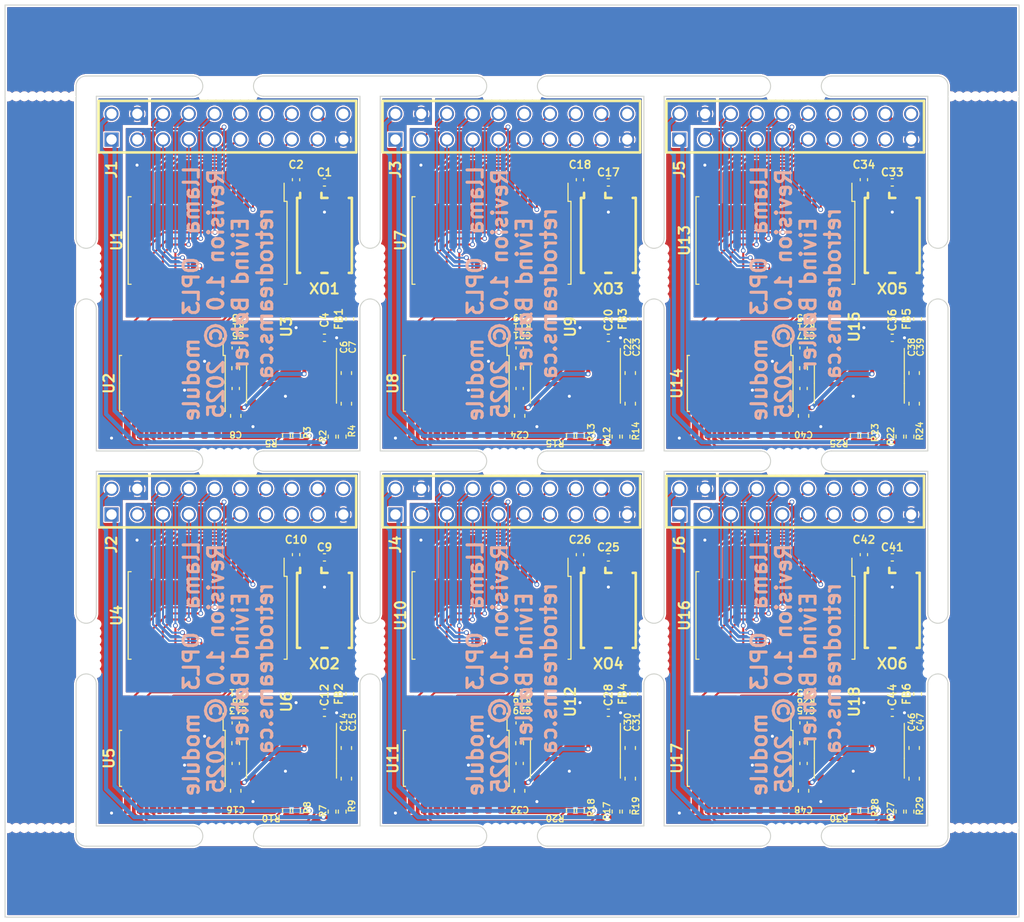
<source format=kicad_pcb>
(kicad_pcb (version 20240108) (generator "pcbnew") (generator_version "8.0")
  (title_block (title "opl3module") (date "2023-06-24") (rev "1.2"))
  (layers (0 "F.Cu" signal) (1 "In1.Cu" signal) (2 "In2.Cu" signal) (31 "B.Cu" signal) (34 "B.Paste" user) (35 "F.Paste" user) (36 "B.SilkS" user "B.Silkscreen") (37 "F.SilkS" user "F.Silkscreen") (38 "B.Mask" user) (39 "F.Mask" user) (44 "Edge.Cuts" user))
  (net 0 "")
  (net 1 "Net-(U2-AOUT)")
  (net 2 "Net-(U2-CV)")
  (net 3 "Net-(U5-AOUT)")
  (net 4 "Net-(U5-CV)")
  (net 5 "Net-(U8-AOUT)")
  (net 6 "Net-(U8-CV)")
  (net 7 "Net-(U11-AOUT)")
  (net 8 "Net-(U11-CV)")
  (net 13 "Net-(U2-SWIN)")
  (net 14 "Net-(U3B--)")
  (net 15 "Net-(U3D--)")
  (net 16 "Net-(U3C--)")
  (net 17 "Net-(U5-SWIN)")
  (net 18 "Net-(U6B--)")
  (net 19 "Net-(U6D--)")
  (net 20 "Net-(U6C--)")
  (net 21 "Net-(U8-SWIN)")
  (net 22 "Net-(U9B--)")
  (net 23 "Net-(U9D--)")
  (net 24 "Net-(U9C--)")
  (net 25 "Net-(U11-SWIN)")
  (net 26 "Net-(U12B--)")
  (net 27 "Net-(U12D--)")
  (net 28 "Net-(U12C--)")
  (net 30 "Net-(U1-DOAB)")
  (net 31 "Net-(U1-SMPAC)")
  (net 32 "Net-(U1-SMPBD)")
  (net 36 "Net-(U2-MP)")
  (net 38 "Net-(U4-DOAB)")
  (net 39 "Net-(U4-SMPAC)")
  (net 40 "Net-(U4-SMPBD)")
  (net 44 "Net-(U5-MP)")
  (net 46 "Net-(U7-DOAB)")
  (net 47 "Net-(U7-SMPAC)")
  (net 48 "Net-(U7-SMPBD)")
  (net 52 "Net-(U8-MP)")
  (net 54 "Net-(U10-DOAB)")
  (net 55 "Net-(U10-SMPAC)")
  (net 56 "Net-(U10-SMPBD)")
  (net 60 "Net-(U11-MP)")
  (net 61 "FM5_GND")
  (net 62 "FM5_VCC")
  (net 63 "FM5_+5VA")
  (net 64 "FM5_AGND")
  (net 65 "/YAC5_CH1")
  (net 66 "/YAC5_CH2")
  (net 67 "FM6_GND")
  (net 68 "FM6_VCC")
  (net 69 "FM6_+5VA")
  (net 70 "FM6_AGND")
  (net 71 "/YAC6_CH1")
  (net 72 "/YAC6_CH2")
  (net 74 "/_FM5_A0")
  (net 75 "/~{_FM5_WR}")
  (net 76 "/_FM5_A1")
  (net 77 "/~{_FM5_CS}")
  (net 78 "/~{_FM5_RD}")
  (net 79 "/_FM5_D1")
  (net 80 "/_FM5_D0")
  (net 81 "/_FM5_D3")
  (net 82 "/_FM5_D2")
  (net 83 "/_FM5_D5")
  (net 84 "/_FM5_D4")
  (net 85 "/_FM5_D7")
  (net 86 "/_FM5_D6")
  (net 87 "/~{_BRESET5}")
  (net 88 "/_FM5_SYNTH_L")
  (net 89 "/_FM5_SYNTH_R")
  (net 91 "/_FM6_A0")
  (net 92 "/~{_FM6_WR}")
  (net 93 "/_FM6_A1")
  (net 94 "/~{_FM6_CS}")
  (net 95 "/~{_FM6_RD}")
  (net 96 "/_FM6_D1")
  (net 97 "/_FM6_D0")
  (net 98 "/_FM6_D3")
  (net 99 "/_FM6_D2")
  (net 100 "/_FM6_D5")
  (net 101 "/_FM6_D4")
  (net 102 "/_FM6_D7")
  (net 103 "/_FM6_D6")
  (net 104 "/~{_BRESET6}")
  (net 105 "/_FM6_SYNTH_L")
  (net 106 "/_FM6_SYNTH_R")
  (net 107 "Net-(U14-SWIN)")
  (net 108 "Net-(U17-SWIN)")
  (net 110 "/YAC5_CLK")
  (net 111 "/YFM5_CLK")
  (net 113 "/YAC6_CLK")
  (net 114 "/YFM6_CLK")
  (net 115 "Net-(U14-AOUT)")
  (net 116 "Net-(U14-CV)")
  (net 117 "Net-(U17-AOUT)")
  (net 118 "Net-(U17-CV)")
  (net 119 "Net-(U15B--)")
  (net 120 "Net-(U15D--)")
  (net 121 "Net-(U15C--)")
  (net 122 "Net-(U18B--)")
  (net 123 "Net-(U18D--)")
  (net 124 "Net-(U18C--)")
  (net 127 "Net-(U13-SMPBD)")
  (net 128 "Net-(U13-SMPAC)")
  (net 129 "Net-(U13-DOAB)")
  (net 131 "Net-(U14-MP)")
  (net 134 "Net-(U16-SMPBD)")
  (net 135 "Net-(U16-SMPAC)")
  (net 136 "Net-(U16-DOAB)")
  (net 138 "Net-(U17-MP)")
  (net 139 "FM_VCC")
  (net 140 "FM_GND")
  (net 141 "FM_+5VA")
  (net 142 "/YAC_CH2")
  (net 143 "/YAC_CH1")
  (net 144 "/_FM_SYNTH_R")
  (net 145 "/_FM_SYNTH_L")
  (net 146 "/~{_BRESET}")
  (net 147 "/_FM_D6")
  (net 148 "/_FM_D7")
  (net 149 "/_FM_D4")
  (net 150 "/_FM_D5")
  (net 151 "/_FM_D2")
  (net 152 "/_FM_D3")
  (net 153 "/_FM_D0")
  (net 154 "/_FM_D1")
  (net 155 "/~{_FM_RD}")
  (net 156 "/~{_FM_CS}")
  (net 157 "/_FM_A1")
  (net 158 "/~{_FM_WR}")
  (net 159 "/_FM_A0")
  (net 160 "/YAC_CLK")
  (net 161 "/YFM_CLK")
  (net 162 "FM_AGND")
  (net 163 "FM2_VCC")
  (net 164 "FM2_GND")
  (net 165 "FM2_AGND")
  (net 166 "FM2_+5VA")
  (net 167 "/YAC2_CH2")
  (net 168 "/YAC2_CH1")
  (net 169 "FM3_VCC")
  (net 170 "FM3_GND")
  (net 171 "FM3_AGND")
  (net 172 "FM3_+5VA")
  (net 173 "/YAC3_CH2")
  (net 174 "/YAC3_CH1")
  (net 175 "FM4_VCC")
  (net 176 "FM4_GND")
  (net 177 "FM4_AGND")
  (net 178 "FM4_+5VA")
  (net 179 "/YAC4_CH2")
  (net 180 "/YAC4_CH1")
  (net 181 "/_FM2_SYNTH_R")
  (net 182 "/_FM2_SYNTH_L")
  (net 183 "/~{_BRESET2}")
  (net 184 "/_FM2_D6")
  (net 185 "/_FM2_D7")
  (net 186 "/_FM2_D4")
  (net 187 "/_FM2_D5")
  (net 188 "/_FM2_D2")
  (net 189 "/_FM2_D3")
  (net 190 "/_FM2_D0")
  (net 191 "/_FM2_D1")
  (net 192 "/~{_FM2_RD}")
  (net 193 "/~{_FM2_CS}")
  (net 194 "/_FM2_A1")
  (net 195 "/~{_FM2_WR}")
  (net 196 "/_FM2_A0")
  (net 197 "/_FM3_SYNTH_R")
  (net 198 "/_FM3_SYNTH_L")
  (net 199 "/~{_BRESET3}")
  (net 200 "/_FM3_D6")
  (net 201 "/_FM3_D7")
  (net 202 "/_FM3_D4")
  (net 203 "/_FM3_D5")
  (net 204 "/_FM3_D2")
  (net 205 "/_FM3_D3")
  (net 206 "/_FM3_D0")
  (net 207 "/_FM3_D1")
  (net 208 "/~{_FM3_RD}")
  (net 209 "/~{_FM3_CS}")
  (net 210 "/_FM3_A1")
  (net 211 "/~{_FM3_WR}")
  (net 212 "/_FM3_A0")
  (net 213 "/_FM4_SYNTH_R")
  (net 214 "/_FM4_SYNTH_L")
  (net 215 "/~{_BRESET4}")
  (net 216 "/_FM4_D6")
  (net 217 "/_FM4_D7")
  (net 218 "/_FM4_D4")
  (net 219 "/_FM4_D5")
  (net 220 "/_FM4_D2")
  (net 221 "/_FM4_D3")
  (net 222 "/_FM4_D0")
  (net 223 "/_FM4_D1")
  (net 224 "/~{_FM4_RD}")
  (net 225 "/~{_FM4_CS}")
  (net 226 "/_FM4_A1")
  (net 227 "/~{_FM4_WR}")
  (net 228 "/_FM4_A0")
  (net 229 "/YAC2_CLK")
  (net 230 "/YFM2_CLK")
  (net 231 "/YAC3_CLK")
  (net 232 "/YFM3_CLK")
  (net 233 "/YAC4_CLK")
  (net 234 "/YFM4_CLK")
  (footprint "clipboard:e660483f-110c-4551-8ac1-c288611a6c17" (layer "F.Cu") (at 65 30 180)
    (property "Reference" "" (hide yes))
    (property "Value" "" (hide yes))
    (fp_arc (start 2 0) (mid 1 1) (end 0 0) (stroke (width 0.1)) (layer "Edge.Cuts"))
    (fp_arc (start 0 7) (mid 1 6) (end 2 7) (stroke (width 0.1)) (layer "Edge.Cuts"))
  )
  (footprint "llama_shared:XO_SMD7050" (layer "F.Cu") (at 87.5 22.73 -90)
    (property "Reference" "XO5")
    (property "Value" "14.318MHz" (hide yes))
  )
  (footprint "clipboard:2e2dceb0-db36-42e2-92e8-fd2a9aea1609" (layer "F.Cu") (at 53.5 83 180)
    (property "Reference" "")
    (property "Value" "")
    (fp_arc (start 7 2) (mid 6 1) (end 7 0) (stroke (width 0.1)) (layer "Edge.Cuts"))
    (fp_arc (start 0 0) (mid 1 1) (end 0 2) (stroke (width 0.1)) (layer "Edge.Cuts"))
  )
  (footprint "llama_shared:C_0402_1005Metric" (layer "F.Cu") (at 22.75 33.835 90)
    (property "Reference" "C3")
    (property "Value" "0.1uF" (hide yes))
  )
  (footprint "clipboard:6edfe34b-1437-4917-b172-196aedd11b68" (layer "F.Cu") (at 0.3 9)
    (property "Reference" "")
    (property "Value" "")
  )
  (footprint "llama_shared:C_0603_1608Metric" (layer "F.Cu") (at 78.75 77.535 90)
    (property "Reference" "C48")
    (property "Value" "10uF" (hide yes))
  )
  (footprint "llama_shared:R_0402_1005Metric" (layer "F.Cu") (at 89.25 42.585 -90)
    (property "Reference" "R24")
    (property "Value" "8.2k" (hide yes))
  )
  (footprint "llama_shared:C_0402_1005Metric" (layer "F.Cu") (at 84.7 54.23 90)
    (property "Reference" "C42")
    (property "Value" "0.1uF" (hide yes))
  )
  (footprint "llama_shared:C_0603_1608Metric" (layer "F.Cu") (at 22.75 77.535 90)
    (property "Reference" "C16")
    (property "Value" "10uF" (hide yes))
  )
  (footprint "llama_shared:R_0402_1005Metric" (layer "F.Cu") (at 89.25 79.585 -90)
    (property "Reference" "R29")
    (property "Value" "8.2k" (hide yes))
  )
  (footprint "llama_shared:XO_SMD7050" (layer "F.Cu") (at 31.5 22.73 -90)
    (property "Reference" "XO1")
    (property "Value" "14.318MHz" (hide yes))
  )
  (footprint "llama_shared:C_0603_1608Metric" (layer "F.Cu") (at 89.66 39.335 90)
    (property "Reference" "C39")
    (property "Value" "2.7nF" (hide yes))
  )
  (footprint "llama_shared:C_0402_1005Metric" (layer "F.Cu") (at 59.5 32.835 180)
    (property "Reference" "C20")
    (property "Value" "0.1uF" (hide yes))
  )
  (footprint "llama_shared:C_0603_1608Metric" (layer "F.Cu") (at 61.66 39.335 90)
    (property "Reference" "C23")
    (property "Value" "2.7nF" (hide yes))
  )
  (footprint "clipboard:2e2dceb0-db36-42e2-92e8-fd2a9aea1609" (layer "F.Cu") (at 25.5 83 180)
    (property "Reference" "")
    (property "Value" "")
    (fp_arc (start 7 2) (mid 6 1) (end 7 0) (stroke (width 0.1)) (layer "Edge.Cuts"))
    (fp_arc (start 0 0) (mid 1 1) (end 0 2) (stroke (width 0.1)) (layer "Edge.Cuts"))
  )
  (footprint "llama_shared:P_CONN_02X10" (layer "F.Cu") (at 21.93 49)
    (property "Reference" "J2")
    (property "Value" "EXT_SYNTH" (hide yes))
  )
  (footprint "clipboard:2e2dceb0-db36-42e2-92e8-fd2a9aea1609" (layer "F.Cu") (at 18.5 7)
    (property "Reference" "")
    (property "Value" "")
    (fp_arc (start 0 0) (mid 1 1) (end 0 2) (stroke (width 0.1)) (layer "Edge.Cuts"))
    (fp_arc (start 7 2) (mid 6 1) (end 7 0) (stroke (width 0.1)) (layer "Edge.Cuts"))
  )
  (footprint "clipboard:2e2dceb0-db36-42e2-92e8-fd2a9aea1609" (layer "F.Cu") (at 46.5 7)
    (property "Reference" "")
    (property "Value" "")
    (fp_arc (start 0 0) (mid 1 1) (end 0 2) (stroke (width 0.1)) (layer "Edge.Cuts"))
    (fp_arc (start 7 2) (mid 6 1) (end 7 0) (stroke (width 0.1)) (layer "Edge.Cuts"))
  )
  (footprint "llama_shared:U_SOP-24_8.4x15.5mm_P1.27mm" (layer "F.Cu") (at 48 60.23 -90)
    (property "Reference" "U10")
    (property "Value" "YMF262" (hide yes))
  )
  (footprint "llama_shared:C_0402_1005Metric" (layer "F.Cu") (at 22.75 70.835 90)
    (property "Reference" "C11")
    (property "Value" "0.1uF" (hide yes))
  )
  (footprint "llama_shared:C_0402_1005Metric" (layer "F.Cu") (at 78.75 74.835 90)
    (property "Reference" "C45")
    (property "Value" "68pF" (hide yes))
  )
  (footprint "clipboard:e660483f-110c-4551-8ac1-c288611a6c17" (layer "F.Cu") (at 37 67 180)
    (property "Reference" "" (hide yes))
    (property "Value" "" (hide yes))
    (fp_arc (start 2 0) (mid 1 1) (end 0 0) (stroke (width 0.1)) (layer "Edge.Cuts"))
    (fp_arc (start 0 7) (mid 1 6) (end 2 7) (stroke (width 0.1)) (layer "Edge.Cuts"))
  )
  (footprint "llama_shared:XO_SMD7050" (layer "F.Cu") (at 59.5 59.73 -90)
    (property "Reference" "XO4")
    (property "Value" "14.318MHz" (hide yes))
  )
  (footprint "clipboard:e6be8a8c-9b60-4406-9cff-a0e8aa9a95d1" (layer "F.Cu") (at 7 8)
    (property "Reference" "")
    (property "Value" "")
    (fp_arc (start 0 0) (mid 0.292893 -0.707107) (end 1 -1) (stroke (width 0.1)) (layer "Edge.Cuts"))
  )
  (footprint "clipboard:6edfe34b-1437-4917-b172-196aedd11b68" (layer "F.Cu") (at 0.3 81.2)
    (property "Reference" "")
    (property "Value" "")
  )
  (footprint "llama_shared:R_0402_1005Metric" (layer "F.Cu") (at 33.25 42.585 -90)
    (property "Reference" "R4")
    (property "Value" "8.2k" (hide yes))
  )
  (footprint "llama_shared:XO_SMD7050" (layer "F.Cu") (at 59.5 22.73 -90)
    (property "Reference" "XO3")
    (property "Value" "14.318MHz" (hide yes))
  )
  (footprint "llama_shared:C_0402_1005Metric" (layer "F.Cu") (at 59.5 17.5 180)
    (property "Reference" "C17")
    (property "Value" "0.1uF" (hide yes))
  )
  (footprint "clipboard:72557e58-e2e9-44ef-b15c-a54b2305b7c1" (layer "F.Cu") (at 91 60)
    (property "Reference" "" (hide yes))
    (property "Value" "" (hide yes))
    (fp_arc (start 0 7) (mid 1 6) (end 2 7) (stroke (width 0.1)) (layer "Edge.Cuts"))
    (fp_arc (start 2 0) (mid 1 1) (end 0 0) (stroke (width 0.1)) (layer "Edge.Cuts"))
  )
  (footprint "llama_shared:C_0402_1005Metric" (layer "F.Cu") (at 56.7 54.23 90)
    (property "Reference" "C26")
    (property "Value" "0.1uF" (hide yes))
  )
  (footprint "llama_shared:R_0402_1005Metric" (layer "F.Cu") (at 61.25 79.585 -90)
    (property "Reference" "R19")
    (property "Value" "8.2k" (hide yes))
  )
  (footprint "llama_shared:C_0402_1005Metric" (layer "F.Cu") (at 87.5 32.835 180)
    (property "Reference" "C36")
    (property "Value" "0.1uF" (hide yes))
  )
  (footprint "clipboard:6edfe34b-1437-4917-b172-196aedd11b68" (layer "F.Cu") (at 93.3 81.2)
    (property "Reference" "")
    (property "Value" "")
  )
  (footprint "llama_shared:C_0402_1005Metric" (layer "F.Cu") (at 87.5 54.5 180)
    (property "Reference" "C41")
    (property "Value" "0.1uF" (hide yes))
  )
  (footprint "llama_shared:P_CONN_02X10" (layer "F.Cu") (at 77.93 49)
    (property "Reference" "J6")
    (property "Value" "EXT_SYNTH" (hide yes))
  )
  (footprint "llama_shared:C_0402_1005Metric" (layer "F.Cu") (at 31.5 54.5 180)
    (property "Reference" "C9")
    (property "Value" "0.1uF" (hide yes))
  )
  (footprint "llama_shared:U_SOP-24_8.4x15.5mm_P1.27mm" (layer "F.Cu") (at 20 60.23 -90)
    (property "Reference" "U4")
    (property "Value" "YMF262" (hide yes))
  )
  (footprint "clipboard:438a7aaa-3c14-4320-8798-4d2be48215f5" (layer "F.Cu") (at 96.15 3.85)
    (property "Reference" "")
    (property "Value" "")
  )
  (footprint "llama_shared:C_0402_1005Metric" (layer "F.Cu") (at 84.7 17.23 90)
    (property "Reference" "C34")
    (property "Value" "0.1uF" (hide yes))
  )
  (footprint "llama_shared:R_0402_1005Metric" (layer "F.Cu") (at 55.75 42.485 -90)
    (property "Reference" "R15")
    (property "Value" "8.2k" (hide yes))
  )
  (footprint "clipboard:e660483f-110c-4551-8ac1-c288611a6c17" (layer "F.Cu") (at 74.5 46 90)
    (property "Reference" "" (hide yes))
    (property "Value" "" (hide yes))
    (fp_arc (start 2 0) (mid 1 1) (end 0 0) (stroke (width 0.1)) (layer "Edge.Cuts"))
    (fp_arc (start 0 7) (mid 1 6) (end 2 7) (stroke (width 0.1)) (layer "Edge.Cuts"))
  )
  (footprint "llama_shared:R_0402_1005Metric" (layer "F.Cu") (at 50.75 35.835 -90)
    (property "Reference" "R11")
    (property "Value" "33" (hide yes))
  )
  (footprint "llama_shared:R_0402_1005Metric" (layer "F.Cu") (at 50.75 72.835 -90)
    (property "Reference" "R16")
    (property "Value" "33" (hide yes))
  )
  (footprint "llama_shared:U_SOP-16_5.3x10.2mm_P1.27mm" (layer "F.Cu") (at 44.5 37.335 -90)
    (property "Reference" "U8")
    (property "Value" "YAC512" (hide yes))
  )
  (footprint "llama_shared:R_0402_1005Metric" (layer "F.Cu") (at 90 67.98 -90)
    (property "Reference" "FB6")
    (property "Value" "600Ω@100MHz" (hide yes))
  )
  (footprint "llama_shared:R_0402_1005Metric" (layer "F.Cu") (at 88.25 42.585 90)
    (property "Reference" "R22")
    (property "Value" "6.8k" (hide yes))
  )
  (footprint "llama_shared:U_SOP-24_8.4x15.5mm_P1.27mm" (layer "F.Cu") (at 76 23.23 -90)
    (property "Reference" "U13")
    (property "Value" "YMF262" (hide yes))
  )
  (footprint "llama_shared:C_0603_1608Metric" (layer "F.Cu") (at 61.66 73.31 -90)
    (property "Reference" "C30")
    (property "Value" "2.7nF" (hide yes))
  )
  (footprint "llama_shared:R_0402_1005Metric" (layer "F.Cu") (at 60.25 42.585 90)
    (property "Reference" "R12")
    (property "Value" "6.8k" (hide yes))
  )
  (footprint "llama_shared:R_0402_1005Metric" (layer "F.Cu") (at 22.75 35.835 -90)
    (property "Reference" "R1")
    (property "Value" "33" (hide yes))
  )
  (footprint "llama_shared:C_0402_1005Metric" (layer "F.Cu") (at 50.75 70.835 90)
    (property "Reference" "C27")
    (property "Value" "0.1uF" (hide yes))
  )
  (footprint "llama_shared:C_0402_1005Metric" (layer "F.Cu") (at 87.5 17.5 180)
    (property "Reference" "C33")
    (property "Value" "0.1uF" (hide yes))
  )
  (footprint "llama_shared:C_0402_1005Metric" (layer "F.Cu") (at 50.75 37.835 90)
    (property "Reference" "C21")
    (property "Value" "68pF" (hide yes))
  )
  (footprint "llama_shared:U_SOP-24_8.4x15.5mm_P1.27mm" (layer "F.Cu") (at 48 23.23 -90)
    (property "Reference" "U7")
    (property "Value" "YMF262" (hide yes))
  )
  (footprint "llama_shared:C_0402_1005Metric" (layer "F.Cu") (at 28.7 54.23 90)
    (property "Reference" "C10")
    (property "Value" "0.1uF" (hide yes))
  )
  (footprint "llama_shared:R_0402_1005Metric" (layer "F.Cu") (at 22.75 72.835 -90)
    (property "Reference" "R6")
    (property "Value" "33" (hide yes))
  )
  (footprint "clipboard:72557e58-e2e9-44ef-b15c-a54b2305b7c1" (layer "F.Cu") (at 9 30 180)
    (property "Reference" "")
    (property "Value" "")
    (fp_arc (start 2 0) (mid 1 1) (end 0 0) (stroke (width 0.1)) (layer "Edge.Cuts"))
    (fp_arc (start 0 7) (mid 1 6) (end 2 7) (stroke (width 0.1)) (layer "Edge.Cuts"))
  )
  (footprint "llama_shared:R_0402_1005Metric" (layer "F.Cu") (at 56.75 79.485 90)
    (property "Reference" "R18")
    (property "Value" "6.8k" (hide yes))
  )
  (footprint "llama_shared:U_SOP-16_5.3x10.2mm_P1.27mm" (layer "F.Cu") (at 72.5 74.335 -90)
    (property "Reference" "U17")
    (property "Value" "YAC512" (hide yes))
  )
  (footprint "llama_shared:R_0402_1005Metric" (layer "F.Cu") (at 84.75 42.485 90)
    (property "Reference" "R23")
    (property "Value" "6.8k" (hide yes))
  )
  (footprint "llama_shared:C_0402_1005Metric" (layer "F.Cu") (at 59.5 54.5 180)
    (property "Reference" "C25")
    (property "Value" "0.1uF" (hide yes))
  )
  (footprint "llama_shared:R_0402_1005Metric" (layer "F.Cu") (at 32.25 42.585 90)
    (property "Reference" "R2")
    (property "Value" "6.8k" (hide yes))
  )
  (footprint "clipboard:438a7aaa-3c14-4320-8798-4d2be48215f5" (layer "F.Cu") (at 3.85 86.15)
    (property "Reference" "")
    (property "Value" "")
  )
  (footprint "llama_shared:C_0603_1608Metric" (layer "F.Cu") (at 78.75 40.535 90)
    (property "Reference" "C40")
    (property "Value" "10uF" (hide yes))
  )
  (footprint "llama_shared:C_0402_1005Metric" (layer "F.Cu") (at 50.75 74.835 90)
    (property "Reference" "C29")
    (property "Value" "68pF" (hide yes))
  )
  (footprint "llama_shared:R_0402_1005Metric" (layer "F.Cu") (at 62 67.98 -90)
    (property "Reference" "FB4")
    (property "Value" "600Ω@100MHz" (hide yes))
  )
  (footprint "llama_shared:C_0402_1005Metric" (layer "F.Cu") (at 22.75 74.835 90)
    (property "Reference" "C13")
    (property "Value" "68pF" (hide yes))
  )
  (footprint "llama_shared:C_0402_1005Metric" (layer "F.Cu") (at 78.75 33.835 90)
    (property "Reference" "C35")
    (property "Value" "0.1uF" (hide yes))
  )
  (footprint "llama_shared:R_0402_1005Metric" (layer "F.Cu") (at 34 67.98 -90)
    (property "Reference" "FB2")
    (property "Value" "600Ω@100MHz" (hide yes))
  )
  (footprint "clipboard:e6be8a8c-9b60-4406-9cff-a0e8aa9a95d1" (layer "F.Cu") (at 92 7 -90)
    (property "Reference" "")
    (property "Value" "")
    (fp_arc (start 0 0) (mid 0.292893 -0.707107) (end 1 -1) (stroke (width 0.1)) (layer "Edge.Cuts"))
  )
  (footprint "llama_shared:C_0603_1608Metric" (layer "F.Cu") (at 61.66 36.31 -90)
    (property "Reference" "C22")
    (property "Value" "2.7nF" (hide yes))
  )
  (footprint "llama_shared:C_0402_1005Metric" (layer "F.Cu") (at 22.75 37.835 90)
    (property "Reference" "C5")
    (property "Value" "68pF" (hide yes))
  )
  (footprint "llama_shared:U_SOIC-14_3.9x8.7mm_P1.27mm" (layer "F.Cu") (at 84.25 37.335 -90)
    (property "Reference" "U15")
    (property "Value" "TL074" (hide yes))
  )
  (footprint "llama_shared:C_0402_1005Metric" (layer "F.Cu") (at 28.7 17.23 90)
    (property "Reference" "C2")
    (property "Value" "0.1uF" (hide yes))
  )
  (footprint "llama_shared:C_0603_1608Metric" (layer "F.Cu") (at 89.66 73.31 -90)
    (property "Reference" "C46")
    (property "Value" "2.7nF" (hide yes))
  )
  (footprint "llama_shared:R_0402_1005Metric" (layer "F.Cu") (at 32.25 79.585 90)
    (property "Reference" "R7")
    (property "Value" "6.8k" (hide yes))
  )
  (footprint "llama_shared:R_0402_1005Metric" (layer "F.Cu") (at 33.25 79.585 -90)
    (property "Reference" "R9")
    (property "Value" "8.2k" (hide yes))
  )
  (footprint "llama_shared:U_SOP-24_8.4x15.5mm_P1.27mm" (layer "F.Cu") (at 20 23.23 -90)
    (property "Reference" "U1")
    (property "Value" "YMF262" (hide yes))
  )
  (footprint "llama_shared:R_0402_1005Metric" (layer "F.Cu") (at 78.75 72.835 -90)
    (property "Reference" "R26")
    (property "Value" "33" (hide yes))
  )
  (footprint "llama_shared:U_SOIC-14_3.9x8.7mm_P1.27mm" (layer "F.Cu") (at 56.25 37.335 -90)
    (property "Reference" "U9")
    (property "Value" "TL074" (hide yes))
  )
  (footprint "llama_shared:R_0402_1005Metric" (layer "F.Cu") (at 27.75 79.485 -90)
    (property "Reference" "R10")
    (property "Value" "8.2k" (hide yes))
  )
  (footprint "llama_shared:R_0402_1005Metric" (layer "F.Cu") (at 84.75 79.485 90)
    (property "Reference" "R28")
    (property "Value" "6.8k" (hide yes))
  )
  (footprint "llama_shared:C_0603_1608Metric" (layer "F.Cu") (at 33.66 36.31 -90)
    (property "Reference" "C6")
    (property "Value" "2.7nF" (hide yes))
  )
  (footprint "llama_shared:R_0402_1005Metric" (layer "F.Cu") (at 60.25 79.585 90)
    (property "Reference" "R17")
    (property "Value" "6.8k" (hide yes))
  )
  (footprint "clipboard:e660483f-110c-4551-8ac1-c288611a6c17" (layer "F.Cu") (at 46.5 46 90)
    (property "Reference" "" (hide yes))
    (property "Value" "" (hide yes))
    (fp_arc (start 2 0) (mid 1 1) (end 0 0) (stroke (width 0.1)) (layer "Edge.Cuts"))
    (fp_arc (start 0 7) (mid 1 6) (end 2 7) (stroke (width 0.1)) (layer "Edge.Cuts"))
  )
  (footprint "clipboard:e660483f-110c-4551-8ac1-c288611a6c17" (layer "F.Cu") (at 37 30 180)
    (property "Reference" "" (hide yes))
    (property "Value" "" (hide yes))
    (fp_arc (start 2 0) (mid 1 1) (end 0 0) (stroke (width 0.1)) (layer "Edge.Cuts"))
    (fp_arc (start 0 7) (mid 1 6) (end 2 7) (stroke (width 0.1)) (layer "Edge.Cuts"))
  )
  (footprint "llama_shared:C_0402_1005Metric" (layer "F.Cu") (at 31.5 17.5 180)
    (property "Reference" "C1")
    (property "Value" "0.1uF" (hide yes))
  )
  (footprint "llama_shared:P_CONN_02X10" (layer "F.Cu") (at 21.93 12)
    (property "Reference" "J1")
    (property "Value" "EXT_SYNTH" (hide yes))
  )
  (footprint "llama_shared:C_0603_1608Metric" (layer "F.Cu") (at 33.66 73.31 -90)
    (property "Reference" "C14")
    (property "Value" "2.7nF" (hide yes))
  )
  (footprint "clipboard:e660483f-110c-4551-8ac1-c288611a6c17" (layer "F.Cu") (at 18.5 46 90)
    (property "Reference" "" (hide yes))
    (property "Value" "" (hide yes))
    (fp_arc (start 2 0) (mid 1 1) (end 0 0) (stroke (width 0.1)) (layer "Edge.Cuts"))
    (fp_arc (start 0 7) (mid 1 6) (end 2 7) (stroke (width 0.1)) (layer "Edge.Cuts"))
  )
  (footprint "llama_shared:R_0402_1005Metric" (layer "F.Cu") (at 62 30.98 -90)
    (property "Reference" "FB3")
    (property "Value" "600Ω@100MHz" (hide yes))
  )
  (footprint "clipboard:438a7aaa-3c14-4320-8798-4d2be48215f5" (layer "F.Cu") (at 3.85 3.85)
    (property "Reference" "")
    (property "Value" "")
  )
  (footprint "llama_shared:C_0402_1005Metric" (layer "F.Cu") (at 31.5 69.835 180)
    (property "Reference" "C12")
    (property "Value" "0.1uF" (hide yes))
  )
  (footprint "clipboard:e6be8a8c-9b60-4406-9cff-a0e8aa9a95d1" (layer "F.Cu") (at 8 83 90)
    (property "Reference" "")
    (property "Value" "")
    (fp_arc (start 0 0) (mid 0.292893 -0.707107) (end 1 -1) (stroke (width 0.1)) (layer "Edge.Cuts"))
  )
  (footprint "llama_shared:R_0402_1005Metric" (layer "F.Cu") (at 34 30.98 -90)
    (property "Reference" "FB1")
    (property "Value" "600Ω@100MHz" (hide yes))
  )
  (footprint "clipboard:72557e58-e2e9-44ef-b15c-a54b2305b7c1" (layer "F.Cu") (at 9 67 180)
    (property "Reference" "" (hide yes))
    (property "Value" "" (hide yes))
    (fp_arc (start 2 0) (mid 1 1) (end 0 0) (stroke (width 0.1)) (layer "Edge.Cuts"))
    (fp_arc (start 0 7) (mid 1 6) (end 2 7) (stroke (width 0.1)) (layer "Edge.Cuts"))
  )
  (footprint "clipboard:2e2dceb0-db36-42e2-92e8-fd2a9aea1609" (layer "F.Cu") (at 74.5 7)
    (property "Reference" "")
    (property "Value" "")
    (fp_arc (start 0 0) (mid 1 1) (end 0 2) (stroke (width 0.1)) (layer "Edge.Cuts"))
    (fp_arc (start 7 2) (mid 6 1) (end 7 0) (stroke (width 0.1)) (layer "Edge.Cuts"))
  )
  (footprint "llama_shared:C_0402_1005Metric" (layer "F.Cu") (at 50.75 33.835 90)
    (property "Reference" "C19")
    (property "Value" "0.1uF" (hide yes))
  )
  (footprint "llama_shared:U_SOIC-14_3.9x8.7mm_P1.27mm" (layer "F.Cu") (at 84.25 74.335 -90)
    (property "Reference" "U18")
    (property "Value" "TL074" (hide yes))
  )
  (footprint "llama_shared:U_SOIC-14_3.9x8.7mm_P1.27mm" (layer "F.Cu") (at 56.25 74.335 -90)
    (property "Reference" "U12")
    (property "Value" "TL074" (hide yes))
  )
  (footprint "llama_shared:C_0603_1608Metric" (layer "F.Cu") (at 61.66 76.335 90)
    (property "Reference" "C31")
    (property "Value" "2.7nF" (hide yes))
  )
  (footprint "llama_shared:U_SOIC-14_3.9x8.7mm_P1.27mm" (layer "F.Cu") (at 28.25 74.335 -90)
    (property "Reference" "U6")
    (property "Value" "TL074" (hide yes))
  )
  (footprint "llama_shared:XO_SMD7050" (layer "F.Cu") (at 31.5 59.73 -90)
    (property "Reference" "XO2")
    (property "Value" "14.318MHz" (hide yes))
  )
  (footprint "llama_shared:C_0402_1005Metric" (layer "F.Cu") (at 56.7 17.23 90)
    (property "Reference" "C18")
    (property "Value" "0.1uF" (hide yes))
  )
  (footprint "llama_shared:R_0402_1005Metric" (layer "F.Cu") (at 28.75 79.485 90)
    (property "Reference" "R8")
    (property "Value" "6.8k" (hide yes))
  )
  (footprint "llama_shared:C_0603_1608Metric" (layer "F.Cu") (at 33.66 39.335 90)
    (property "Reference" "C7")
    (property "Value" "2.7nF" (hide yes))
  )
  (footprint "llama_shared:R_0402_1005Metric" (layer "F.Cu") (at 55.75 79.485 -90)
    (property "Reference" "R20")
    (property "Value" "8.2k" (hide yes))
  )
  (footprint "llama_shared:R_0402_1005Metric" (layer "F.Cu") (at 90 30.98 -90)
    (property "Reference" "FB5")
    (property "Value" "600Ω@100MHz" (hide yes))
  )
  (footprint "llama_shared:R_0402_1005Metric" (layer "F.Cu") (at 83.75 42.485 -90)
    (property "Reference" "R25")
    (property "Value" "8.2k" (hide yes))
  )
  (footprint "llama_shared:C_0402_1005Metric" (layer "F.Cu") (at 87.5 69.835 180)
    (property "Reference" "C44")
    (property "Value" "0.1uF" (hide yes))
  )
  (footprint "clipboard:e660483f-110c-4551-8ac1-c288611a6c17" (layer "F.Cu") (at 65 67 180)
    (property "Reference" "" (hide yes))
    (property "Value" "" (hide yes))
    (fp_arc (start 2 0) (mid 1 1) (end 0 0) (stroke (width 0.1)) (layer "Edge.Cuts"))
    (fp_arc (start 0 7) (mid 1 6) (end 2 7) (stroke (width 0.1)) (layer "Edge.Cuts"))
  )
  (footprint "llama_shared:P_CONN_02X10" (layer "F.Cu") (at 49.93 49)
    (property "Reference" "J4")
    (property "Value" "EXT_SYNTH" (hide yes))
  )
  (footprint "llama_shared:R_0402_1005Metric" (layer "F.Cu") (at 88.25 79.585 90)
    (property "Reference" "R27")
    (property "Value" "6.8k" (hide yes))
  )
  (footprint "clipboard:2e2dceb0-db36-42e2-92e8-fd2a9aea1609" (layer "F.Cu") (at 81.5 83 180)
    (property "Reference" "")
    (property "Value" "")
    (fp_arc (start 7 2) (mid 6 1) (end 7 0) (stroke (width 0.1)) (layer "Edge.Cuts"))
    (fp_arc (start 0 0) (mid 1 1) (end 0 2) (stroke (width 0.1)) (layer "Edge.Cuts"))
  )
  (footprint "llama_shared:C_0603_1608Metric" (layer "F.Cu") (at 50.75 77.535 90)
    (property "Reference" "C32")
    (property "Value" "10uF" (hide yes))
  )
  (footprint "llama_shared:U_SOP-16_5.3x10.2mm_P1.27mm" (layer "F.Cu") (at 16.5 37.335 -90)
    (property "Reference" "U2")
    (property "Value" "YAC512" (hide yes))
  )
  (footprint "llama_shared:C_0402_1005Metric" (layer "F.Cu") (at 59.5 69.835 180)
    (property "Reference" "C28")
    (property "Value" "0.1uF" (hide yes))
  )
  (footprint "llama_shared:U_SOP-24_8.4x15.5mm_P1.27mm" (layer "F.Cu") (at 76 60.23 -90)
    (property "Reference" "U16")
    (property "Value" "YMF262" (hide yes))
  )
  (footprint "llama_shared:U_SOP-16_5.3x10.2mm_P1.27mm" (layer "F.Cu") (at 16.5 74.335 -90)
    (property "Reference" "U5")
    (property "Value" "YAC512" (hide yes))
  )
  (footprint "llama_shared:P_CONN_02X10" (layer "F.Cu") (at 49.93 12)
    (property "Reference" "J3")
    (property "Value" "EXT_SYNTH" (hide yes))
  )
  (footprint "llama_shared:P_CONN_02X10" (layer "F.Cu") (at 77.93 12)
    (property "Reference" "J5")
    (property "Value" "EXT_SYNTH" (hide yes))
  )
  (footprint "clipboard:72557e58-e2e9-44ef-b15c-a54b2305b7c1" (layer "F.Cu") (at 91 23)
    (property "Reference" "" (hide yes))
    (property "Value" "" (hide yes))
    (fp_arc (start 0 7) (mid 1 6) (end 2 7) (stroke (width 0.1)) (layer "Edge.Cuts"))
    (fp_arc (start 2 0) (mid 1 1) (end 0 0) (stroke (width 0.1)) (layer "Edge.Cuts"))
  )
  (footprint "llama_shared:R_0402_1005Metric" (layer "F.Cu") (at 78.75 35.835 -90)
    (property "Reference" "R21")
    (property "Value" "33" (hide yes))
  )
  (footprint "llama_shared:R_0402_1005Metric" (layer "F.Cu") (at 83.75 79.485 -90)
    (property "Reference" "R30")
    (property "Value" "8.2k" (hide yes))
  )
  (footprint "clipboard:e6be8a8c-9b60-4406-9cff-a0e8aa9a95d1" (layer "F.Cu") (at 93 82 180)
    (property "Reference" "")
    (property "Value" "")
    (fp_arc (start 0 0) (mid 0.292893 -0.707107) (end 1 -1) (stroke (width 0.1)) (layer "Edge.Cuts"))
  )
  (footprint "llama_shared:C_0603_1608Metric" (layer "F.Cu") (at 89.66 36.31 -90)
    (property "Reference" "C38")
    (property "Value" "2.7nF" (hide yes))
  )
  (footprint "llama_shared:U_SOP-16_5.3x10.2mm_P1.27mm" (layer "F.Cu") (at 72.5 37.335 -90)
    (property "Reference" "U14")
    (property "Value" "YAC512" (hide yes))
  )
  (footprint "clipboard:438a7aaa-3c14-4320-8798-4d2be48215f5" (layer "F.Cu") (at 96.15 86.15)
    (property "Reference" "")
    (property "Value" "")
  )
  (footprint "llama_shared:XO_SMD7050" (layer "F.Cu") (at 87.5 59.73 -90)
    (property "Reference" "XO6")
    (property "Value" "14.318MHz" (hide yes))
  )
  (footprint "llama_shared:C_0402_1005Metric" (layer "F.Cu") (at 31.5 32.835 180)
    (property "Reference" "C4")
    (property "Value" "0.1uF" (hide yes))
  )
  (footprint "llama_shared:U_SOP-16_5.3x10.2mm_P1.27mm" (layer "F.Cu") (at 44.5 74.335 -90)
    (property "Reference" "U11")
    (property "Value" "YAC512" (hide yes))
  )
  (footprint "llama_shared:C_0402_1005Metric" (layer "F.Cu") (at 78.75 70.835 90)
    (property "Reference" "C43")
    (property "Value" "0.1uF" (hide yes))
  )
  (footprint "llama_shared:R_0402_1005Metric" (layer "F.Cu") (at 27.75 42.485 -90)
    (property "Reference" "R5")
    (property "Value" "8.2k" (hide yes))
  )
  (footprint "llama_shared:R_0402_1005Metric" (layer "F.Cu") (at 28.75 42.485 90)
    (property "Reference" "R3")
    (property "Value" "6.8k" (hide yes))
  )
  (footprint "llama_shared:R_0402_1005Metric" (layer "F.Cu") (at 61.25 42.585 -90)
    (property "Reference" "R14")
    (property "Value" "8.2k" (hide yes))
  )
  (footprint "clipboard:6edfe34b-1437-4917-b172-196aedd11b68" (layer "F.Cu") (at 93.3 9)
    (property "Reference" "")
    (property "Value" "")
  )
  (footprint "llama_shared:C_0603_1608Metric" (layer "F.Cu") (at 50.75 40.535 90)
    (property "Reference" "C24")
    (property "Value" "10uF" (hide yes))
  )
  (footprint "llama_shared:C_0603_1608Metric" (layer "F.Cu") (at 33.66 76.335 90)
    (property "Reference" "C15")
    (property "Value" "2.7nF" (hide yes))
  )
  (footprint "llama_shared:R_0402_1005Metric" (layer "F.Cu") (at 56.75 42.485 90)
    (property "Reference" "R13")
    (property "Value" "6.8k" (hide yes))
  )
  (footprint "llama_shared:C_0402_1005Metric" (layer "F.Cu") (at 78.75 37.835 90)
    (property "Reference" "C37")
    (property "Value" "68pF" (hide yes))
  )
  (footprint "llama_shared:C_0603_1608Metric" (layer "F.Cu") (at 89.66 76.335 90)
    (property "Reference" "C47")
    (property "Value" "2.7nF" (hide yes))
  )
  (footprint "llama_shared:U_SOIC-14_3.9x8.7mm_P1.27mm" (layer "F.Cu") (at 28.25 37.335 -90)
    (property "Reference" "U3")
    (property "Value" "TL074" (hide yes))
  )
  (footprint "llama_shared:C_0603_1608Metric" (layer "F.Cu") (at 22.75 40.535 90)
    (property "Reference" "C8")
    (property "Value" "10uF" (hide yes))
  )
  (gr_line (start 53.5 81) (end 63 81) (stroke (width 0.1)) (layer "Edge.Cuts"))
  (gr_line (start 7 67) (end 7 82) (stroke (width 0.1)) (layer "Edge.Cuts"))
  (gr_line (start 18.5 7) (end 8 7) (stroke (width 0.1)) (layer "Edge.Cuts"))
  (gr_line (start 65 9) (end 74.5 9) (stroke (width 0.1)) (layer "Edge.Cuts"))
  (gr_line (start 100 0) (end 100 90) (stroke (width 0.1)) (layer "Edge.Cuts"))
  (gr_line (start 81.5 46) (end 91 46) (stroke (width 0.1)) (layer "Edge.Cuts"))
  (gr_line (start 8 83) (end 18.5 83) (stroke (width 0.1)) (layer "Edge.Cuts"))
  (gr_line (start 93 82) (end 93 67) (stroke (width 0.1)) (layer "Edge.Cuts"))
  (gr_line (start 65 60) (end 65 46) (stroke (width 0.1)) (layer "Edge.Cuts"))
  (gr_line (start 100 90) (end 0 90) (stroke (width 0.1)) (layer "Edge.Cuts"))
  (gr_line (start 25.5 44) (end 35 44) (stroke (width 0.1)) (layer "Edge.Cuts"))
  (gr_line (start 74.5 44) (end 65 44) (stroke (width 0.1)) (layer "Edge.Cuts"))
  (gr_line (start 37 67) (end 37 81) (stroke (width 0.1)) (layer "Edge.Cuts"))
  (gr_line (start 91 67) (end 91 81) (stroke (width 0.1)) (layer "Edge.Cuts"))
  (gr_line (start 9 46) (end 18.5 46) (stroke (width 0.1)) (layer "Edge.Cuts"))
  (gr_line (start 93 60) (end 93 30) (stroke (width 0.1)) (layer "Edge.Cuts"))
  (gr_line (start 65 46) (end 74.5 46) (stroke (width 0.1)) (layer "Edge.Cuts"))
  (gr_line (start 37 60) (end 37 46) (stroke (width 0.1)) (layer "Edge.Cuts"))
  (gr_line (start 63 46) (end 63 60) (stroke (width 0.1)) (layer "Edge.Cuts"))
  (gr_line (start 65 67) (end 65 81) (stroke (width 0.1)) (layer "Edge.Cuts"))
  (gr_line (start 74.5 7) (end 53.5 7) (stroke (width 0.1)) (layer "Edge.Cuts"))
  (gr_line (start 46.5 81) (end 37 81) (stroke (width 0.1)) (layer "Edge.Cuts"))
  (gr_line (start 53.5 46) (end 63 46) (stroke (width 0.1)) (layer "Edge.Cuts"))
  (gr_line (start 63 67) (end 63 81) (stroke (width 0.1)) (layer "Edge.Cuts"))
  (gr_line (start 25.5 46) (end 35 46) (stroke (width 0.1)) (layer "Edge.Cuts"))
  (gr_line (start 63 9) (end 63 23) (stroke (width 0.1)) (layer "Edge.Cuts"))
  (gr_line (start 7 8) (end 7 23) (stroke (width 0.1)) (layer "Edge.Cuts"))
  (gr_line (start 81.5 81) (end 91 81) (stroke (width 0.1)) (layer "Edge.Cuts"))
  (gr_line (start 37 46) (end 46.5 46) (stroke (width 0.1)) (layer "Edge.Cuts"))
  (gr_line (start 35 9) (end 35 23) (stroke (width 0.1)) (layer "Edge.Cuts"))
  (gr_line (start 18.5 81) (end 9 81) (stroke (width 0.1)) (layer "Edge.Cuts"))
  (gr_line (start 35 30) (end 35 44) (stroke (width 0.1)) (layer "Edge.Cuts"))
  (gr_line (start 37 9) (end 46.5 9) (stroke (width 0.1)) (layer "Edge.Cuts"))
  (gr_line (start 91 30) (end 91 44) (stroke (width 0.1)) (layer "Edge.Cuts"))
  (gr_line (start 74.5 81) (end 65 81) (stroke (width 0.1)) (layer "Edge.Cuts"))
  (gr_line (start 35 46) (end 35 60) (stroke (width 0.1)) (layer "Edge.Cuts"))
  (gr_line (start 81.5 44) (end 91 44) (stroke (width 0.1)) (layer "Edge.Cuts"))
  (gr_line (start 63 30) (end 63 44) (stroke (width 0.1)) (layer "Edge.Cuts"))
  (gr_line (start 65 30) (end 65 44) (stroke (width 0.1)) (layer "Edge.Cuts"))
  (gr_line (start 25.5 81) (end 35 81) (stroke (width 0.1)) (layer "Edge.Cuts"))
  (gr_line (start 46.5 7) (end 25.5 7) (stroke (width 0.1)) (layer "Edge.Cuts"))
  (gr_line (start 92 7) (end 81.5 7) (stroke (width 0.1)) (layer "Edge.Cuts"))
  (gr_line (start 53.5 83) (end 74.5 83) (stroke (width 0.1)) (layer "Edge.Cuts"))
  (gr_line (start 81.5 83) (end 92 83) (stroke (width 0.1)) (layer "Edge.Cuts"))
  (gr_line (start 91 9) (end 91 23) (stroke (width 0.1)) (layer "Edge.Cuts"))
  (gr_line (start 53.5 44) (end 63 44) (stroke (width 0.1)) (layer "Edge.Cuts"))
  (gr_line (start 18.5 44) (end 9 44) (stroke (width 0.1)) (layer "Edge.Cuts"))
  (gr_line (start 91 46) (end 91 60) (stroke (width 0.1)) (layer "Edge.Cuts"))
  (gr_line (start 25.5 9) (end 35 9) (stroke (width 0.1)) (layer "Edge.Cuts"))
  (gr_line (start 37 23) (end 37 9) (stroke (width 0.1)) (layer "Edge.Cuts"))
  (gr_line (start 93 23) (end 93 8) (stroke (width 0.1)) (layer "Edge.Cuts"))
  (gr_line (start 53.5 9) (end 63 9) (stroke (width 0.1)) (layer "Edge.Cuts"))
  (gr_line (start 9 60) (end 9 46) (stroke (width 0.1)) (layer "Edge.Cuts"))
  (gr_line (start 37 30) (end 37 44) (stroke (width 0.1)) (layer "Edge.Cuts"))
  (gr_line (start 9 9) (end 18.5 9) (stroke (width 0.1)) (layer "Edge.Cuts"))
  (gr_line (start 25.5 83) (end 46.5 83) (stroke (width 0.1)) (layer "Edge.Cuts"))
  (gr_line (start 0 0) (end 0 90) (stroke (width 0.1)) (layer "Edge.Cuts"))
  (gr_line (start 46.5 44) (end 37 44) (stroke (width 0.1)) (layer "Edge.Cuts"))
  (gr_line (start 9 30) (end 9 44) (stroke (width 0.1)) (layer "Edge.Cuts"))
  (gr_line (start 65 23) (end 65 9) (stroke (width 0.1)) (layer "Edge.Cuts"))
  (gr_line (start 35 67) (end 35 81) (stroke (width 0.1)) (layer "Edge.Cuts"))
  (gr_line (start 9 67) (end 9 81) (stroke (width 0.1)) (layer "Edge.Cuts"))
  (gr_line (start 100 0) (end 0 0) (stroke (width 0.1)) (layer "Edge.Cuts"))
  (gr_line (start 81.5 9) (end 91 9) (stroke (width 0.1)) (layer "Edge.Cuts"))
  (gr_line (start 7 30) (end 7 60) (stroke (width 0.1)) (layer "Edge.Cuts"))
  (gr_line (start 9 23) (end 9 9) (stroke (width 0.1)) (layer "Edge.Cuts"))
  (gr_text "Llama  OPL3  module\nRevision 1.0 © 2025\nEivind Bøhler\nretrodreams.ca" (at 22 65.48 90) (layer "B.SilkS") (effects (font (size 1.5 1.5) (thickness 0.3) (bold yes)) (justify mirror)))
  (gr_text "Llama  OPL3  module\nRevision 1.0 © 2025\nEivind Bøhler\nretrodreams.ca" (at 78 65.48 90) (layer "B.SilkS") (effects (font (size 1.5 1.5) (thickness 0.3) (bold yes)) (justify mirror)))
  (gr_text "Llama  OPL3  module\nRevision 1.0 © 2025\nEivind Bøhler\nretrodreams.ca" (at 22 28.48 90) (layer "B.SilkS") (effects (font (size 1.5 1.5) (thickness 0.3) (bold yes)) (justify mirror)))
  (gr_text "Llama  OPL3  module\nRevision 1.0 © 2025\nEivind Bøhler\nretrodreams.ca" (at 50 28.48 90) (layer "B.SilkS") (effects (font (size 1.5 1.5) (thickness 0.3) (bold yes)) (justify mirror)))
  (gr_text "Llama  OPL3  module\nRevision 1.0 © 2025\nEivind Bøhler\nretrodreams.ca" (at 50 65.48 90) (layer "B.SilkS") (effects (font (size 1.5 1.5) (thickness 0.3) (bold yes)) (justify mirror)))
  (gr_text "Llama  OPL3  module\nRevision 1.0 © 2025\nEivind Bøhler\nretrodreams.ca" (at 78 28.48 90) (layer "B.SilkS") (effects (font (size 1.5 1.5) (thickness 0.3) (bold yes)) (justify mirror)))
  (gr_text "" (at 37 30 -180) (layer "F.SilkS") (effects (font (size 1.27 1.27))))
  (gr_text "" (at 65 30 -180) (layer "F.SilkS") (effects (font (size 1.27 1.27))))
  (gr_text "" (at 9 67 -180) (layer "F.SilkS") (effects (font (size 1.27 1.27))))
  (gr_text "" (at 65 30 -180) (layer "F.SilkS") (effects (font (size 1.27 1.27))))
  (gr_text "" (at 65 67 -180) (layer "F.SilkS") (effects (font (size 1.27 1.27))))
  (gr_text "" (at 37 67 -180) (layer "F.SilkS") (effects (font (size 1.27 1.27))))
  (gr_text "" (at 65 67 -180) (layer "F.SilkS") (effects (font (size 1.27 1.27))))
  (gr_text "" (at 37 67 -180) (layer "F.SilkS") (effects (font (size 1.27 1.27))))
  (gr_text "" (at 9 67 -180) (layer "F.SilkS") (effects (font (size 1.27 1.27))))
  (gr_text "" (at 37 30 -180) (layer "F.SilkS") (effects (font (size 1.27 1.27))))
  (segment (start 26.98 35.835) (end 26.015 36.8) (width 0.4064) (layer "F.Cu") (net 1))
  (segment (start 18.605 38.315) (end 22.75 38.315) (width 0.4064) (layer "F.Cu") (net 1))
  (segment (start 17.135 39.785) (end 17.135 41.285) (width 0.4064) (layer "F.Cu") (net 1))
  (segment (start 26.98 34.86) (end 26.98 35.835) (width 0.4064) (layer "F.Cu") (net 1))
  (segment (start 18.605 38.315) (end 17.135 39.785) (width 0.4064) (layer "F.Cu") (net 1))
  (segment (start 26.015 36.8) (end 24.7 36.8) (width 0.4064) (layer "F.Cu") (net 1))
  (segment (start 24.7 36.8) (end 23.185 38.315) (width 0.4064) (layer "F.Cu") (net 1))
  (segment (start 23.185 38.315) (end 22.75 38.315) (width 0.4064) (layer "F.Cu") (net 1))
  (segment (start 22.75 39.76) (end 21.24 39.76) (width 0.4064) (layer "F.Cu") (net 2))
  (segment (start 29.52 36.38) (end 29.5 36.4) (width 0.4064) (layer "F.Cu") (net 2))
  (segment (start 23.539996 39.76) (end 23.6 39.699996) (width 0.4064) (layer "F.Cu") (net 2))
  (segment (start 22.75 39.76) (end 23.539996 39.76) (width 0.4064) (layer "F.Cu") (net 2))
  (segment (start 21.24 39.76) (end 21 40) (width 0.4064) (layer "F.Cu") (net 2))
  (segment (start 29.52 34.86) (end 29.52 36.38) (width 0.4064) (layer "F.Cu") (net 2))
  (via (at 29.5 36.4) (size 0.46) (drill 0.3) (layers "F.Cu" "B.Cu") (net 2))
  (via (at 23.6 39.699996) (size 0.46) (drill 0.3) (layers "F.Cu" "B.Cu") (net 2))
  (segment (start 26.899996 36.4) (end 23.6 39.699996) (width 0.4064) (layer "B.Cu") (net 2))
  (segment (start 29.5 36.4) (end 26.899996 36.4) (width 0.4064) (layer "B.Cu") (net 2))
  (segment (start 18.605 75.315) (end 17.135 76.785) (width 0.4064) (layer "F.Cu") (net 3))
  (segment (start 26.015 73.8) (end 24.7 73.8) (width 0.4064) (layer "F.Cu") (net 3))
  (segment (start 18.605 75.315) (end 22.75 75.315) (width 0.4064) (layer "F.Cu") (net 3))
  (segment (start 23.185 75.315) (end 22.75 75.315) (width 0.4064) (layer "F.Cu") (net 3))
  (segment (start 24.7 73.8) (end 23.185 75.315) (width 0.4064) (layer "F.Cu") (net 3))
  (segment (start 17.135 76.785) (end 17.135 78.285) (width 0.4064) (layer "F.Cu") (net 3))
  (segment (start 26.98 72.835) (end 26.015 73.8) (width 0.4064) (layer "F.Cu") (net 3))
  (segment (start 26.98 71.86) (end 26.98 72.835) (width 0.4064) (layer "F.Cu") (net 3))
  (segment (start 22.75 76.76) (end 23.539996 76.76) (width 0.4064) (layer "F.Cu") (net 4))
  (segment (start 29.52 73.38) (end 29.5 73.4) (width 0.4064) (layer "F.Cu") (net 4))
  (segment (start 29.52 71.86) (end 29.52 73.38) (width 0.4064) (layer "F.Cu") (net 4))
  (segment (start 23.539996 76.76) (end 23.6 76.699996) (width 0.4064) (layer "F.Cu") (net 4))
  (segment (start 21.24 76.76) (end 21 77) (width 0.4064) (layer "F.Cu") (net 4))
  (segment (start 22.75 76.76) (end 21.24 76.76) (width 0.4064) (layer "F.Cu") (net 4))
  (via (at 29.5 73.4) (size 0.46) (drill 0.3) (layers "F.Cu" "B.Cu") (net 4))
  (via (at 23.6 76.699996) (size 0.46) (drill 0.3) (layers "F.Cu" "B.Cu") (net 4))
  (segment (start 29.5 73.4) (end 26.899996 73.4) (width 0.4064) (layer "B.Cu") (net 4))
  (segment (start 26.899996 73.4) (end 23.6 76.699996) (width 0.4064) (layer "B.Cu") (net 4))
  (segment (start 54.015 36.8) (end 52.7 36.8) (width 0.4064) (layer "F.Cu") (net 5))
  (segment (start 46.605 38.315) (end 50.75 38.315) (width 0.4064) (layer "F.Cu") (net 5))
  (segment (start 45.135 39.785) (end 45.135 41.285) (width 0.4064) (layer "F.Cu") (net 5))
  (segment (start 52.7 36.8) (end 51.185 38.315) (width 0.4064) (layer "F.Cu") (net 5))
  (segment (start 54.98 35.835) (end 54.015 36.8) (width 0.4064) (layer "F.Cu") (net 5))
  (segment (start 54.98 34.86) (end 54.98 35.835) (width 0.4064) (layer "F.Cu") (net 5))
  (segment (start 46.605 38.315) (end 45.135 39.785) (width 0.4064) (layer "F.Cu") (net 5))
  (segment (start 51.185 38.315) (end 50.75 38.315) (width 0.4064) (layer "F.Cu") (net 5))
  (segment (start 57.52 34.86) (end 57.52 36.38) (width 0.4064) (layer "F.Cu") (net 6))
  (segment (start 50.75 39.76) (end 51.539996 39.76) (width 0.4064) (layer "F.Cu") (net 6))
  (segment (start 50.75 39.76) (end 49.24 39.76) (width 0.4064) (layer "F.Cu") (net 6))
  (segment (start 51.539996 39.76) (end 51.6 39.699996) (width 0.4064) (layer "F.Cu") (net 6))
  (segment (start 49.24 39.76) (end 49 40) (width 0.4064) (layer "F.Cu") (net 6))
  (segment (start 57.52 36.38) (end 57.5 36.4) (width 0.4064) (layer "F.Cu") (net 6))
  (via (at 57.5 36.4) (size 0.46) (drill 0.3) (layers "F.Cu" "B.Cu") (net 6))
  (via (at 51.6 39.699996) (size 0.46) (drill 0.3) (layers "F.Cu" "B.Cu") (net 6))
  (segment (start 57.5 36.4) (end 54.899996 36.4) (width 0.4064) (layer "B.Cu") (net 6))
  (segment (start 54.899996 36.4) (end 51.6 39.699996) (width 0.4064) (layer "B.Cu") (net 6))
  (segment (start 46.605 75.315) (end 50.75 75.315) (width 0.4064) (layer "F.Cu") (net 7))
  (segment (start 54.98 71.86) (end 54.98 72.835) (width 0.4064) (layer "F.Cu") (net 7))
  (segment (start 52.7 73.8) (end 51.185 75.315) (width 0.4064) (layer "F.Cu") (net 7))
  (segment (start 54.98 72.835) (end 54.015 73.8) (width 0.4064) (layer "F.Cu") (net 7))
  (segment (start 54.015 73.8) (end 52.7 73.8) (width 0.4064) (layer "F.Cu") (net 7))
  (segment (start 51.185 75.315) (end 50.75 75.315) (width 0.4064) (layer "F.Cu") (net 7))
  (segment (start 46.605 75.315) (end 45.135 76.785) (width 0.4064) (layer "F.Cu") (net 7))
  (segment (start 45.135 76.785) (end 45.135 78.285) (width 0.4064) (layer "F.Cu") (net 7))
  (segment (start 57.52 71.86) (end 57.52 73.38) (width 0.4064) (layer "F.Cu") (net 8))
  (segment (start 57.52 73.38) (end 57.5 73.4) (width 0.4064) (layer "F.Cu") (net 8))
  (segment (start 49.24 76.76) (end 49 77) (width 0.4064) (layer "F.Cu") (net 8))
  (segment (start 51.539996 76.76) (end 51.6 76.699996) (width 0.4064) (layer "F.Cu") (net 8))
  (segment (start 50.75 76.76) (end 51.539996 76.76) (width 0.4064) (layer "F.Cu") (net 8))
  (segment (start 50.75 76.76) (end 49.24 76.76) (width 0.4064) (layer "F.Cu") (net 8))
  (via (at 57.5 73.4) (size 0.46) (drill 0.3) (layers "F.Cu" "B.Cu") (net 8))
  (via (at 51.6 76.699996) (size 0.46) (drill 0.3) (layers "F.Cu" "B.Cu") (net 8))
  (segment (start 54.899996 73.4) (end 51.6 76.699996) (width 0.4064) (layer "B.Cu") (net 8))
  (segment (start 57.5 73.4) (end 54.899996 73.4) (width 0.4064) (layer "B.Cu") (net 8))
  (segment (start 18.255 36.345) (end 15.865 38.735) (width 0.4064) (layer "F.Cu") (net 13))
  (segment (start 22.75 36.345) (end 18.255 36.345) (width 0.4064) (layer "F.Cu") (net 13))
  (segment (start 15.865 38.735) (end 15.865 41.285) (width 0.4064) (layer "F.Cu") (net 13))
  (segment (start 24.44 35.26) (end 24.44 34.86) (width 0.4064) (layer "F.Cu") (net 14))
  (segment (start 24.375 35.325) (end 24.44 35.26) (width 0.4064) (layer "F.Cu") (net 14))
  (segment (start 22.75 35.325) (end 24.375 35.325) (width 0.4064) (layer "F.Cu") (net 14))
  (segment (start 25.71 34.86) (end 24.44 34.86) (width 0.4064) (layer "F.Cu") (net 14))
  (segment (start 32.06 39.81) (end 32.06 41.885) (width 0.4064) (layer "F.Cu") (net 15))
  (segment (start 32.06 41.885) (end 32.25 42.075) (width 0.4064) (layer "F.Cu") (net 15))
  (segment (start 32.06 39.81) (end 30.79 39.81) (width 0.4064) (layer "F.Cu") (net 15))
  (segment (start 26.4 41.3) (end 25.71 40.61) (width 0.4064) (layer "F.Cu") (net 16))
  (segment (start 28.3 41.3) (end 26.4 41.3) (width 0.4064) (layer "F.Cu") (net 16))
  (segment (start 28.75 41.75) (end 28.3 41.3) (width 0.4064) (layer "F.Cu") (net 16))
  (segment (start 28.75 41.975) (end 28.75 41.75) (width 0.4064) (layer "F.Cu") (net 16))
  (segment (start 24.44 39.81) (end 25.71 39.81) (width 0.4064) (layer "F.Cu") (net 16))
  (segment (start 25.71 40.61) (end 25.71 39.81) (width 0.4064) (layer "F.Cu") (net 16))
  (segment (start 18.255 73.345) (end 15.865 75.735) (width 0.4064) (layer "F.Cu") (net 17))
  (segment (start 15.865 75.735) (end 15.865 78.285) (width 0.4064) (layer "F.Cu") (net 17))
  (segment (start 22.75 73.345) (end 18.255 73.345) (width 0.4064) (layer "F.Cu") (net 17))
  (segment (start 24.375 72.325) (end 24.44 72.26) (width 0.4064) (layer "F.Cu") (net 18))
  (segment (start 24.44 72.26) (end 24.44 71.86) (width 0.4064) (layer "F.Cu") (net 18))
  (segment (start 25.71 71.86) (end 24.44 71.86) (width 0.4064) (layer "F.Cu") (net 18))
  (segment (start 22.75 72.325) (end 24.375 72.325) (width 0.4064) (layer "F.Cu") (net 18))
  (segment (start 32.06 76.81) (end 32.06 78.885) (width 0.4064) (layer "F.Cu") (net 19))
  (segment (start 32.06 76.81) (end 30.79 76.81) (width 0.4064) (layer "F.Cu") (net 19))
  (segment (start 32.06 78.885) (end 32.25 79.075) (width 0.4064) (layer "F.Cu") (net 19))
  (segment (start 25.71 77.61) (end 25.71 76.81) (width 0.4064) (layer "F.Cu") (net 20))
  (segment (start 24.44 76.81) (end 25.71 76.81) (width 0.4064) (layer "F.Cu") (net 20))
  (segment (start 28.3 78.3) (end 26.4 78.3) (width 0.4064) (layer "F.Cu") (net 20))
  (segment (start 26.4 78.3) (end 25.71 77.61) (width 0.4064) (layer "F.Cu") (net 20))
  (segment (start 28.75 78.75) (end 28.3 78.3) (width 0.4064) (layer "F.Cu") (net 20))
  (segment (start 28.75 78.975) (end 28.75 78.75) (width 0.4064) (layer "F.Cu") (net 20))
  (segment (start 50.75 36.345) (end 46.255 36.345) (width 0.4064) (layer "F.Cu") (net 21))
  (segment (start 43.865 38.735) (end 43.865 41.285) (width 0.4064) (layer "F.Cu") (net 21))
  (segment (start 46.255 36.345) (end 43.865 38.735) (width 0.4064) (layer "F.Cu") (net 21))
  (segment (start 50.75 35.325) (end 52.375 35.325) (width 0.4064) (layer "F.Cu") (net 22))
  (segment (start 52.44 35.26) (end 52.44 34.86) (width 0.4064) (layer "F.Cu") (net 22))
  (segment (start 53.71 34.86) (end 52.44 34.86) (width 0.4064) (layer "F.Cu") (net 22))
  (segment (start 52.375 35.325) (end 52.44 35.26) (width 0.4064) (layer "F.Cu") (net 22))
  (segment (start 60.06 39.81) (end 58.79 39.81) (width 0.4064) (layer "F.Cu") (net 23))
  (segment (start 60.06 39.81) (end 60.06 41.885) (width 0.4064) (layer "F.Cu") (net 23))
  (segment (start 60.06 41.885) (end 60.25 42.075) (width 0.4064) (layer "F.Cu") (net 23))
  (segment (start 53.71 40.61) (end 53.71 39.81) (width 0.4064) (layer "F.Cu") (net 24))
  (segment (start 52.44 39.81) (end 53.71 39.81) (width 0.4064) (layer "F.Cu") (net 24))
  (segment (start 54.4 41.3) (end 53.71 40.61) (width 0.4064) (layer "F.Cu") (net 24))
  (segment (start 56.75 41.75) (end 56.3 41.3) (width 0.4064) (layer "F.Cu") (net 24))
  (segment (start 56.75 41.975) (end 56.75 41.75) (width 0.4064) (layer "F.Cu") (net 24))
  (segment (start 56.3 41.3) (end 54.4 41.3) (width 0.4064) (layer "F.Cu") (net 24))
  (segment (start 50.75 73.345) (end 46.255 73.345) (width 0.4064) (layer "F.Cu") (net 25))
  (segment (start 46.255 73.345) (end 43.865 75.735) (width 0.4064) (layer "F.Cu") (net 25))
  (segment (start 43.865 75.735) (end 43.865 78.285) (width 0.4064) (layer "F.Cu") (net 25))
  (segment (start 52.375 72.325) (end 52.44 72.26) (width 0.4064) (layer "F.Cu") (net 26))
  (segment (start 50.75 72.325) (end 52.375 72.325) (width 0.4064) (layer "F.Cu") (net 26))
  (segment (start 53.71 71.86) (end 52.44 71.86) (width 0.4064) (layer "F.Cu") (net 26))
  (segment (start 52.44 72.26) (end 52.44 71.86) (width 0.4064) (layer "F.Cu") (net 26))
  (segment (start 60.06 78.885) (end 60.25 79.075) (width 0.4064) (layer "F.Cu") (net 27))
  (segment (start 60.06 76.81) (end 58.79 76.81) (width 0.4064) (layer "F.Cu") (net 27))
  (segment (start 60.06 76.81) (end 60.06 78.885) (width 0.4064) (layer "F.Cu") (net 27))
  (segment (start 52.44 76.81) (end 53.71 76.81) (width 0.4064) (layer "F.Cu") (net 28))
  (segment (start 56.75 78.975) (end 56.75 78.75) (width 0.4064) (layer "F.Cu") (net 28))
  (segment (start 54.4 78.3) (end 53.71 77.61) (width 0.4064) (layer "F.Cu") (net 28))
  (segment (start 56.75 78.75) (end 56.3 78.3) (width 0.4064) (layer "F.Cu") (net 28))
  (segment (start 56.3 78.3) (end 54.4 78.3) (width 0.4064) (layer "F.Cu") (net 28))
  (segment (start 53.71 77.61) (end 53.71 76.81) (width 0.4064) (layer "F.Cu") (net 28))
  (segment (start 23.175 28.455) (end 23.175 29.905) (width 0.2032) (layer "F.Cu") (net 30))
  (segment (start 21.58 31.5) (end 18.235486 31.5) (width 0.2032) (layer "F.Cu") (net 30))
  (segment (start 18.235486 31.5) (end 17.135 32.600486) (width 0.2032) (layer "F.Cu") (net 30))
  (segment (start 23.175 29.905) (end 21.58 31.5) (width 0.2032) (layer "F.Cu") (net 30))
  (segment (start 17.135 32.600486) (end 17.135 33.385) (width 0.2032) (layer "F.Cu") (net 30))
  (segment (start 14.3988 30.8112) (end 13.325 31.885) (width 0.2032) (layer "F.Cu") (net 31))
  (segment (start 21.905 30.095) (end 21.1888 30.8112) (width 0.2032) (layer "F.Cu") (net 31))
  (segment (start 21.905 28.455) (end 21.905 30.095) (width 0.2032) (layer "F.Cu") (net 31))
  (segment (start 21.1888 30.8112) (end 14.3988 30.8112) (width 0.2032) (layer "F.Cu") (net 31))
  (segment (start 13.325 31.885) (end 13.325 33.385) (width 0.2032) (layer "F.Cu") (net 31))
  (segment (start 20.635 29.695) (end 19.85 30.48) (width 0.2032) (layer "F.Cu") (net 32))
  (segment (start 20.635 28.455) (end 20.635 29.695) (width 0.2032) (layer "F.Cu") (net 32))
  (segment (start 19.85 30.48) (end 13.46 30.48) (width 0.2032) (layer "F.Cu") (net 32))
  (segment (start 12.055 31.885) (end 12.055 33.385) (width 0.2032) (layer "F.Cu") (net 32))
  (segment (start 13.46 30.48) (end 12.055 31.885) (width 0.2032) (layer "F.Cu") (net 32))
  (segment (start 25 37.4) (end 29.7 37.4) (width 0.4064) (layer "F.Cu") (net 36))
  (segment (start 18.405 39.785) (end 19.2638 38.9262) (width 0.4064) (layer "F.Cu") (net 36))
  (segment (start 29.7 37.4) (end 30.79 36.31) (width 0.4064) (layer "F.Cu") (net 36))
  (segment (start 32.06 34.86) (end 30.79 34.86) (width 0.4064) (layer "F.Cu") (net 36))
  (segment (start 19.2638 38.9262) (end 23.4738 38.9262) (width 0.4064) (layer "F.Cu") (net 36))
  (segment (start 23.4738 38.9262) (end 25 37.4) (width 0.4064) (layer "F.Cu") (net 36))
  (segment (start 18.405 41.285) (end 18.405 39.785) (width 0.4064) (layer "F.Cu") (net 36))
  (segment (start 30.79 36.31) (end 30.79 34.86) (width 0.4064) (layer "F.Cu") (net 36))
  (segment (start 23.175 65.455) (end 23.175 66.905) (width 0.2032) (layer "F.Cu") (net 38))
  (segment (start 18.235486 68.5) (end 17.135 69.600486) (width 0.2032) (layer "F.Cu") (net 38))
  (segment (start 17.135 69.600486) (end 17.135 70.385) (width 0.2032) (layer "F.Cu") (net 38))
  (segment (start 23.175 66.905) (end 21.58 68.5) (width 0.2032) (layer "F.Cu") (net 38))
  (segment (start 21.58 68.5) (end 18.235486 68.5) (width 0.2032) (layer "F.Cu") (net 38))
  (segment (start 21.1888 67.8112) (end 14.3988 67.8112) (width 0.2032) (layer "F.Cu") (net 39))
  (segment (start 21.905 67.095) (end 21.1888 67.8112) (width 0.2032) (layer "F.Cu") (net 39))
  (segment (start 13.325 68.885) (end 13.325 70.385) (width 0.2032) (layer "F.Cu") (net 39))
  (segment (start 14.3988 67.8112) (end 13.325 68.885) (width 0.2032) (layer "F.Cu") (net 39))
  (segment (start 21.905 65.455) (end 21.905 67.095) (width 0.2032) (layer "F.Cu") (net 39))
  (segment (start 20.635 66.695) (end 19.85 67.48) (width 0.2032) (layer "F.Cu") (net 40))
  (segment (start 20.635 65.455) (end 20.635 66.695) (width 0.2032) (layer "F.Cu") (net 40))
  (segment (start 13.46 67.48) (end 12.055 68.885) (width 0.2032) (layer "F.Cu") (net 40))
  (segment (start 19.85 67.48) (end 13.46 67.48) (width 0.2032) (layer "F.Cu") (net 40))
  (segment (start 12.055 68.885) (end 12.055 70.385) (width 0.2032) (layer "F.Cu") (net 40))
  (segment (start 25 74.4) (end 29.7 74.4) (width 0.4064) (layer "F.Cu") (net 44))
  (segment (start 18.405 76.785) (end 19.2638 75.9262) (width 0.4064) (layer "F.Cu") (net 44))
  (segment (start 30.79 73.31) (end 30.79 71.86) (width 0.4064) (layer "F.Cu") (net 44))
  (segment (start 23.4738 75.9262) (end 25 74.4) (width 0.4064) (layer "F.Cu") (net 44))
  (segment (start 32.06 71.86) (end 30.79 71.86) (width 0.4064) (layer "F.Cu") (net 44))
  (segment (start 18.405 78.285) (end 18.405 76.785) (width 0.4064) (layer "F.Cu") (net 44))
  (segment (start 19.2638 75.9262) (end 23.4738 75.9262) (width 0.4064) (layer "F.Cu") (net 44))
  (segment (start 29.7 74.4) (end 30.79 73.31) (width 0.4064) (layer "F.Cu") (net 44))
  (segment (start 49.58 31.5) (end 46.235486 31.5) (width 0.2032) (layer "F.Cu") (net 46))
  (segment (start 51.175 28.455) (end 51.175 29.905) (width 0.2032) (layer "F.Cu") (net 46))
  (segment (start 46.235486 31.5) (end 45.135 32.600486) (width 0.2032) (layer "F.Cu") (net 46))
  (segment (start 51.175 29.905) (end 49.58 31.5) (width 0.2032) (layer "F.Cu") (net 46))
  (segment (start 45.135 32.600486) (end 45.135 33.385) (width 0.2032) (layer "F.Cu") (net 46))
  (segment (start 49.905 28.455) (end 49.905 30.095) (width 0.2032) (layer "F.Cu") (net 47))
  (segment (start 42.3988 30.8112) (end 41.325 31.885) (width 0.2032) (layer "F.Cu") (net 47))
  (segment (start 49.905 30.095) (end 49.1888 30.8112) (width 0.2032) (layer "F.Cu") (net 47))
  (segment (start 49.1888 30.8112) (end 42.3988 30.8112) (width 0.2032) (layer "F.Cu") (net 47))
  (segment (start 41.325 31.885) (end 41.325 33.385) (width 0.2032) (layer "F.Cu") (net 47))
  (segment (start 40.055 31.885) (end 40.055 33.385) (width 0.2032) (layer "F.Cu") (net 48))
  (segment (start 48.635 29.695) (end 47.85 30.48) (width 0.2032) (layer "F.Cu") (net 48))
  (segment (start 47.85 30.48) (end 41.46 30.48) (width 0.2032) (layer "F.Cu") (net 48))
  (segment (start 41.46 30.48) (end 40.055 31.885) (width 0.2032) (layer "F.Cu") (net 48))
  (segment (start 48.635 28.455) (end 48.635 29.695) (width 0.2032) (layer "F.Cu") (net 48))
  (segment (start 58.79 36.31) (end 58.79 34.86) (width 0.4064) (layer "F.Cu") (net 52))
  (segment (start 46.405 39.785) (end 47.2638 38.9262) (width 0.4064) (layer "F.Cu") (net 52))
  (segment (start 47.2638 38.9262) (end 51.4738 38.9262) (width 0.4064) (layer "F.Cu") (net 52))
  (segment (start 51.4738 38.9262) (end 53 37.4) (width 0.4064) (layer "F.Cu") (net 52))
  (segment (start 53 37.4) (end 57.7 37.4) (width 0.4064) (layer "F.Cu") (net 52))
  (segment (start 57.7 37.4) (end 58.79 36.31) (width 0.4064) (layer "F.Cu") (net 52))
  (segment (start 46.405 41.285) (end 46.405 39.785) (width 0.4064) (layer "F.Cu") (net 52))
  (segment (start 60.06 34.86) (end 58.79 34.86) (width 0.4064) (layer "F.Cu") (net 52))
  (segment (start 51.175 65.455) (end 51.175 66.905) (width 0.2032) (layer "F.Cu") (net 54))
  (segment (start 46.235486 68.5) (end 45.135 69.600486) (width 0.2032) (layer "F.Cu") (net 54))
  (segment (start 49.58 68.5) (end 46.235486 68.5) (width 0.2032) (layer "F.Cu") (net 54))
  (segment (start 51.175 66.905) (end 49.58 68.5) (width 0.2032) (layer "F.Cu") (net 54))
  (segment (start 45.135 69.600486) (end 45.135 70.385) (width 0.2032) (layer "F.Cu") (net 54))
  (segment (start 49.1888 67.8112) (end 42.3988 67.8112) (width 0.2032) (layer "F.Cu") (net 55))
  (segment (start 41.325 68.885) (end 41.325 70.385) (width 0.2032) (layer "F.Cu") (net 55))
  (segment (start 49.905 67.095) (end 49.1888 67.8112) (width 0.2032) (layer "F.Cu") (net 55))
  (segment (start 49.905 65.455) (end 49.905 67.095) (width 0.2032) (layer "F.Cu") (net 55))
  (segment (start 42.3988 67.8112) (end 41.325 68.885) (width 0.2032) (layer "F.Cu") (net 55))
  (segment (start 48.635 66.695) (end 47.85 67.48) (width 0.2032) (layer "F.Cu") (net 56))
  (segment (start 48.635 65.455) (end 48.635 66.695) (width 0.2032) (layer "F.Cu") (net 56))
  (segment (start 47.85 67.48) (end 41.46 67.48) (width 0.2032) (layer "F.Cu") (net 56))
  (segment (start 41.46 67.48) (end 40.055 68.885) (width 0.2032) (layer "F.Cu") (net 56))
  (segment (start 40.055 68.885) (end 40.055 70.385) (width 0.2032) (layer "F.Cu") (net 56))
  (segment (start 46.405 76.785) (end 47.2638 75.9262) (width 0.4064) (layer "F.Cu") (net 60))
  (segment (start 60.06 71.86) (end 58.79 71.86) (width 0.4064) (layer "F.Cu") (net 60))
  (segment (start 53 74.4) (end 57.7 74.4) (width 0.4064) (layer "F.Cu") (net 60))
  (segment (start 51.4738 75.9262) (end 53 74.4) (width 0.4064) (layer "F.Cu") (net 60))
  (segment (start 58.79 73.31) (end 58.79 71.86) (width 0.4064) (layer "F.Cu") (net 60))
  (segment (start 46.405 78.285) (end 46.405 76.785) (width 0.4064) (layer "F.Cu") (net 60))
  (segment (start 57.7 74.4) (end 58.79 73.31) (width 0.4064) (layer "F.Cu") (net 60))
  (segment (start 47.2638 75.9262) (end 51.4738 75.9262) (width 0.4064) (layer "F.Cu") (net 60))
  (via (at 87.5 20.43) (size 0.46) (drill 0.3) (layers "F.Cu" "B.Cu") (net 61))
  (via (at 69.015001 15.794999) (size 0.46) (drill 0.3) (layers "F.Cu" "B.Cu") (net 61))
  (segment (start 88.85 21.66) (end 88.85 20.1) (width 0.4064) (layer "F.Cu") (net 62))
  (segment (start 90.2 23.01) (end 88.85 21.66) (width 0.4064) (layer "F.Cu") (net 62))
  (segment (start 90.2 30.27) (end 90.2 23.01) (width 0.4064) (layer "F.Cu") (net 62))
  (segment (start 87.98 11.89) (end 87.98 16.75) (width 0.4064) (layer "F.Cu") (net 62))
  (segment (start 87.98 11.89) (end 86.82 10.73) (width 0.4064) (layer "F.Cu") (net 62))
  (segment (start 90 30.47) (end 90.2 30.27) (width 0.4064) (layer "F.Cu") (net 62))
  (segment (start 82.985 16.75) (end 82.985 18.005) (width 0.4064) (layer "F.Cu") (net 62))
  (segment (start 84.7 16.75) (end 87.98 16.75) (width 0.4064) (layer "F.Cu") (net 62))
  (segment (start 88.85 19.78) (end 86.15 19.78) (width 0.4064) (layer "F.Cu") (net 62))
  (segment (start 87.98 16.75) (end 87.98 17.5) (width 0.4064) (layer "F.Cu") (net 62))
  (segment (start 84.7 16.75) (end 82.985 16.75) (width 0.4064) (layer "F.Cu") (net 62))
  (segment (start 88.85 19.78) (end 88.85 18.37) (width 0.4064) (layer "F.Cu") (net 62))
  (segment (start 88.85 18.37) (end 87.98 17.5) (width 0.4064) (layer "F.Cu") (net 62))
  (segment (start 74.1 35.8) (end 71.7 35.8) (width 0.4064) (layer "F.Cu") (net 63))
  (segment (start 76.945 35.205) (end 76.945 33.385) (width 0.4064) (layer "F.Cu") (net 63))
  (segment (start 74.71 35.8) (end 76.35 35.8) (width 0.4064) (layer "F.Cu") (net 63))
  (segment (start 87.02 32.818623) (end 87.02 32.835) (width 0.4064) (layer "F.Cu") (net 63))
  (segment (start 85.3 32.835) (end 84.25 33.885) (width 0.4064) (layer "F.Cu") (net 63))
  (segment (start 76.945 33.385) (end 78.72 33.385) (width 0.4064) (layer "F.Cu") (net 63))
  (segment (start 78.75 33.355) (end 83.72 33.355) (width 0.4064) (layer "F.Cu") (net 63))
  (segment (start 70.595 35.195) (end 70.595 33.385) (width 0.4064) (layer "F.Cu") (net 63))
  (segment (start 90 31.49) (end 88.348623 31.49) (width 0.4064) (layer "F.Cu") (net 63))
  (segment (start 74.405 33.385) (end 74.405 35.205) (width 0.4064) (layer "F.Cu") (net 63))
  (segment (start 76.35 35.8) (end 76.945 35.205) (width 0.4064) (layer "F.Cu") (net 63))
  (segment (start 71.7 35.8) (end 71.2 35.8) (width 0.4064) (layer "F.Cu") (net 63))
  (segment (start 71.2 35.8) (end 70.595 35.195) (width 0.4064) (layer "F.Cu") (net 63))
  (segment (start 74.405 35.495) (end 74.1 35.8) (width 0.4064) (layer "F.Cu") (net 63))
  (segment (start 68.055 38.945) (end 68.055 41.285) (width 0.4064) (layer "F.Cu") (net 63))
  (segment (start 88.348623 31.49) (end 87.02 32.818623) (width 0.4064) (layer "F.Cu") (net 63))
  (segment (start 83.72 33.355) (end 84.25 33.885) (width 0.4064) (layer "F.Cu") (net 63))
  (segment (start 71.2 35.8) (end 68.055 38.945) (width 0.4064) (layer "F.Cu") (net 63))
  (segment (start 74.405 35.205) (end 74.405 35.495) (width 0.4064) (layer "F.Cu") (net 63))
  (segment (start 78.72 33.385) (end 78.75 33.355) (width 0.4064) (layer "F.Cu") (net 63))
  (segment (start 87.02 32.835) (end 85.3 32.835) (width 0.4064) (layer "F.Cu") (net 63))
  (segment (start 74.405 35.495) (end 74.71 35.8) (width 0.4064) (layer "F.Cu") (net 63))
  (segment (start 84.25 33.885) (end 84.25 34.86) (width 0.4064) (layer "F.Cu") (net 63))
  (via (at 84.7 31.835) (size 0.46) (drill 0.3) (layers "F.Cu" "B.Cu") (net 64))
  (via (at 83.65 38.6) (size 0.46) (drill 0.3) (layers "F.Cu" "B.Cu") (net 64))
  (via (at 88.7 32.835) (size 0.46) (drill 0.3) (layers "F.Cu" "B.Cu") (net 64))
  (via (at 66.5 42.73) (size 0.46) (drill 0.3) (layers "F.Cu" "B.Cu") (net 64))
  (via (at 75.675 35.15) (size 0.46) (drill 0.3) (layers "F.Cu" "B.Cu") (net 64))
  (via (at 80.45 41.6) (size 0.46) (drill 0.3) (layers "F.Cu" "B.Cu") (net 64))
  (via (at 73.7 38) (size 0.46) (drill 0.3) (layers "F.Cu" "B.Cu") (net 64))
  (segment (start 86.6 42.735) (end 86.6 41.8) (width 0.2032) (layer "F.Cu") (net 65))
  (segment (start 69.325 41.285) (end 69.325 42.785) (width 0.2032) (layer "F.Cu") (net 65))
  (segment (start 89.66 39.86) (end 88.3 38.5) (width 0.2032) (layer "F.Cu") (net 65))
  (segment (start 85.52 39.08) (end 85.52 39.81) (width 0.2032) (layer "F.Cu") (net 65))
  (segment (start 86.1 38.5) (end 85.52 39.08) (width 0.2032) (layer "F.Cu") (net 65))
  (segment (start 86.6 41.8) (end 85.52 40.72) (width 0.2032) (layer "F.Cu") (net 65))
  (segment (start 89.66 40.11) (end 89.66 39.86) (width 0.2032) (layer "F.Cu") (net 65))
  (segment (start 70.0734 43.5334) (end 85.8016 43.5334) (width 0.2032) (layer "F.Cu") (net 65))
  (segment (start 85.8016 43.5334) (end 86.6 42.735) (width 0.2032) (layer "F.Cu") (net 65))
  (segment (start 88.3 38.5) (end 86.1 38.5) (width 0.2032) (layer "F.Cu") (net 65))
  (segment (start 85.52 40.72) (end 85.52 39.81) (width 0.2032) (layer "F.Cu") (net 65))
  (segment (start 69.325 42.785) (end 70.0734 43.5334) (width 0.2032) (layer "F.Cu") (net 65))
  (segment (start 85.1046 42.4954) (end 85.4 42.2) (width 0.2032) (layer "F.Cu") (net 66))
  (segment (start 87.2 38) (end 89.66 35.54) (width 0.2032) (layer "F.Cu") (net 66))
  (segment (start 70.595 41.285) (end 70.595 42.785) (width 0.2032) (layer "F.Cu") (net 66))
  (segment (start 85.4 41.6) (end 84.9 41.1) (width 0.2032) (layer "F.Cu") (net 66))
  (segment (start 83.3046 42.4954) (end 85.1046 42.4954) (width 0.2032) (layer "F.Cu") (net 66))
  (segment (start 83.4 38) (end 87.2 38) (width 0.2032) (layer "F.Cu") (net 66))
  (segment (start 89.66 35.54) (end 89.66 35.535) (width 0.2032) (layer "F.Cu") (net 66))
  (segment (start 82.98 39.81) (end 82.98 38.42) (width 0.2032) (layer "F.Cu") (net 66))
  (segment (start 82.735 43.065) (end 83.3046 42.4954) (width 0.2032) (layer "F.Cu") (net 66))
  (segment (start 82.98 38.42) (end 83.4 38) (width 0.2032) (layer "F.Cu") (net 66))
  (segment (start 70.595 42.785) (end 70.875 43.065) (width 0.2032) (layer "F.Cu") (net 66))
  (segment (start 84.9 41.1) (end 84.9 38) (width 0.2032) (layer "F.Cu") (net 66))
  (segment (start 85.4 42.2) (end 85.4 41.6) (width 0.2032) (layer "F.Cu") (net 66))
  (segment (start 70.875 43.065) (end 82.735 43.065) (width 0.2032) (layer "F.Cu") (net 66))
  (via (at 69.015001 52.794999) (size 0.46) (drill 0.3) (layers "F.Cu" "B.Cu") (net 67))
  (via (at 87.5 57.43) (size 0.46) (drill 0.3) (layers "F.Cu" "B.Cu") (net 67))
  (segment (start 88.85 56.78) (end 86.15 56.78) (width 0.4064) (layer "F.Cu") (net 68))
  (segment (start 90.2 67.27) (end 90.2 60.01) (width 0.4064) (layer "F.Cu") (net 68))
  (segment (start 90 67.47) (end 90.2 67.27) (width 0.4064) (layer "F.Cu") (net 68))
  (segment (start 87.98 53.75) (end 87.98 54.5) (width 0.4064) (layer "F.Cu") (net 68))
  (segment (start 84.7 53.75) (end 87.98 53.75) (width 0.4064) (layer "F.Cu") (net 68))
  (segment (start 82.985 53.75) (end 82.985 55.005) (width 0.4064) (layer "F.Cu") (net 68))
  (segment (start 87.98 48.89) (end 86.82 47.73) (width 0.4064) (layer "F.Cu") (net 68))
  (segment (start 84.7 53.75) (end 82.985 53.75) (width 0.4064) (layer "F.Cu") (net 68))
  (segment (start 87.98 48.89) (end 87.98 53.75) (width 0.4064) (layer "F.Cu") (net 68))
  (segment (start 88.85 56.78) (end 88.85 55.37) (width 0.4064) (layer "F.Cu") (net 68))
  (segment (start 88.85 58.66) (end 88.85 56.78) (width 0.4064) (layer "F.Cu") (net 68))
  (segment (start 88.85 55.37) (end 87.98 54.5) (width 0.4064) (layer "F.Cu") (net 68))
  (segment (start 90.2 60.01) (end 88.85 58.66) (width 0.4064) (layer "F.Cu") (net 68))
  (segment (start 76.945 70.385) (end 78.72 70.385) (width 0.4064) (layer "F.Cu") (net 69))
  (segment (start 71.2 72.8) (end 68.055 75.945) (width 0.4064) (layer "F.Cu") (net 69))
  (segment (start 78.75 70.355) (end 83.72 70.355) (width 0.4064) (layer "F.Cu") (net 69))
  (segment (start 76.35 72.8) (end 76.945 72.205) (width 0.4064) (layer "F.Cu") (net 69))
  (segment (start 78.72 70.385) (end 78.75 70.355) (width 0.4064) (layer "F.Cu") (net 69))
  (segment (start 87.02 69.818623) (end 87.02 69.835) (width 0.4064) (layer "F.Cu") (net 69))
  (segment (start 74.1 72.8) (end 71.7 72.8) (width 0.4064) (layer "F.Cu") (net 69))
  (segment (start 84.25 70.885) (end 84.25 71.86) (width 0.4064) (layer "F.Cu") (net 69))
  (segment (start 76.945 72.205) (end 76.945 70.385) (width 0.4064) (layer "F.Cu") (net 69))
  (segment (start 87.02 69.835) (end 85.3 69.835) (width 0.4064) (layer "F.Cu") (net 69))
  (segment (start 90 68.49) (end 88.348623 68.49) (width 0.4064) (layer "F.Cu") (net 69))
  (segment (start 71.2 72.8) (end 70.595 72.195) (width 0.4064) (layer "F.Cu") (net 69))
  (segment (start 88.348623 68.49) (end 87.02 69.818623) (width 0.4064) (layer "F.Cu") (net 69))
  (segment (start 74.405 72.495) (end 74.71 72.8) (width 0.4064) (layer "F.Cu") (net 69))
  (segment (start 74.405 70.385) (end 74.405 72.205) (width 0.4064) (layer "F.Cu") (net 69))
  (segment (start 74.405 72.205) (end 74.405 72.495) (width 0.4064) (layer "F.Cu") (net 69))
  (segment (start 85.3 69.835) (end 84.25 70.885) (width 0.4064) (layer "F.Cu") (net 69))
  (segment (start 74.71 72.8) (end 76.35 72.8) (width 0.4064) (layer "F.Cu") (net 69))
  (segment (start 74.405 72.495) (end 74.1 72.8) (width 0.4064) (layer "F.Cu") (net 69))
  (segment (start 70.595 72.195) (end 70.595 70.385) (width 0.4064) (layer "F.Cu") (net 69))
  (segment (start 71.7 72.8) (end 71.2 72.8) (width 0.4064) (layer "F.Cu") (net 69))
  (segment (start 68.055 75.945) (end 68.055 78.285) (width 0.4064) (layer "F.Cu") (net 69))
  (segment (start 83.72 70.355) (end 84.25 70.885) (width 0.4064) (layer "F.Cu") (net 69))
  (via (at 83.65 75.6) (size 0.46) (drill 0.3) (layers "F.Cu" "B.Cu") (net 70))
  (via (at 66.5 79.73) (size 0.46) (drill 0.3) (layers "F.Cu" "B.Cu") (net 70))
  (via (at 75.675 72.15) (size 0.46) (drill 0.3) (layers "F.Cu" "B.Cu") (net 70))
  (via (at 88.7 69.835) (size 0.46) (drill 0.3) (layers "F.Cu" "B.Cu") (net 70))
  (via (at 80.45 78.6) (size 0.46) (drill 0.3) (layers "F.Cu" "B.Cu") (net 70))
  (via (at 73.7 75) (size 0.46) (drill 0.3) (layers "F.Cu" "B.Cu") (net 70))
  (via (at 84.7 68.835) (size 0.46) (drill 0.3) (layers "F.Cu" "B.Cu") (net 70))
  (segment (start 86.6 79.735) (end 86.6 78.8) (width 0.2032) (layer "F.Cu") (net 71))
  (segment (start 86.6 78.8) (end 85.52 77.72) (width 0.2032) (layer "F.Cu") (net 71))
  (segment (start 86.1 75.5) (end 85.52 76.08) (width 0.2032) (layer "F.Cu") (net 71))
  (segment (start 85.52 77.72) (end 85.52 76.81) (width 0.2032) (layer "F.Cu") (net 71))
  (segment (start 85.52 76.08) (end 85.52 76.81) (width 0.2032) (layer "F.Cu") (net 71))
  (segment (start 88.3 75.5) (end 86.1 75.5) (width 0.2032) (layer "F.Cu") (net 71))
  (segment (start 89.66 76.86) (end 88.3 75.5) (width 0.2032) (layer "F.Cu") (net 71))
  (segment (start 70.0734 80.5334) (end 85.8016 80.5334) (width 0.2032) (layer "F.Cu") (net 71))
  (segment (start 85.8016 80.5334) (end 86.6 79.735) (width 0.2032) (layer "F.Cu") (net 71))
  (segment (start 69.325 79.785) (end 70.0734 80.5334) (width 0.2032) (layer "F.Cu") (net 71))
  (segment (start 89.66 77.11) (end 89.66 76.86) (width 0.2032) (layer "F.Cu") (net 71))
  (segment (start 69.325 78.285) (end 69.325 79.785) (width 0.2032) (layer "F.Cu") (net 71))
  (segment (start 83.4 75) (end 87.2 75) (width 0.2032) (layer "F.Cu") (net 72))
  (segment (start 82.735 80.065) (end 83.3046 79.4954) (width 0.2032) (layer "F.Cu") (net 72))
  (segment (start 84.9 78.1) (end 84.9 75) (width 0.2032) (layer "F.Cu") (net 72))
  (segment (start 70.595 79.785) (end 70.875 80.065) (width 0.2032) (layer "F.Cu") (net 72))
  (segment (start 85.1046 79.4954) (end 85.4 79.2) (width 0.2032) (layer "F.Cu") (net 72))
  (segment (start 82.98 76.81) (end 82.98 75.42) (width 0.2032) (layer "F.Cu") (net 72))
  (segment (start 87.2 75) (end 89.66 72.54) (width 0.2032) (layer "F.Cu") (net 72))
  (segment (start 70.875 80.065) (end 82.735 80.065) (width 0.2032) (layer "F.Cu") (net 72))
  (segment (start 83.3046 79.4954) (end 85.1046 79.4954) (width 0.2032) (layer "F.Cu") (net 72))
  (segment (start 85.4 78.6) (end 84.9 78.1) (width 0.2032) (layer "F.Cu") (net 72))
  (segment (start 82.98 75.42) (end 83.4 75) (width 0.2032) (layer "F.Cu") (net 72))
  (segment (start 89.66 72.54) (end 89.66 72.535) (width 0.2032) (layer "F.Cu") (net 72))
  (segment (start 85.4 79.2) (end 85.4 78.6) (width 0.2032) (layer "F.Cu") (net 72))
  (segment (start 70.595 78.285) (end 70.595 79.785) (width 0.2032) (layer "F.Cu") (net 72))
  (segment (start 80.660943 15.522103) (end 79.175 17.008046) (width 0.2032) (layer "F.Cu") (net 74))
  (segment (start 79.175 17.008046) (end 79.175 18.005) (width 0.2032) (layer "F.Cu") (net 74))
  (segment (start 86.82 13.27) (end 84.567897 15.522103) (width 0.2032) (layer "F.Cu") (net 74))
  (segment (start 84.567897 15.522103) (end 80.660943 15.522103) (width 0.2032) (layer "F.Cu") (net 74))
  (segment (start 83.3519 11.6581) (end 83.3519 13.6281) (width 0.2032) (layer "F.Cu") (net 75))
  (segment (start 82.119299 14.860701) (end 80.386981 14.860701) (width 0.2032) (layer "F.Cu") (net 75))
  (segment (start 83.3519 13.6281) (end 82.119299 14.860701) (width 0.2032) (layer "F.Cu") (net 75))
  (segment (start 78.079824 15.520904) (end 76.635 16.965728) (width 0.2032) (layer "F.Cu") (net 75))
  (segment (start 76.635 16.965728) (end 76.635 18.005) (width 0.2032) (layer "F.Cu") (net 75))
  (segment (start 84.28 10.73) (end 83.3519 11.6581) (width 0.2032) (layer "F.Cu") (net 75))
  (segment (start 80.386981 14.860701) (end 79.726778 15.520904) (width 0.2032) (layer "F.Cu") (net 75))
  (segment (start 79.726778 15.520904) (end 78.079824 15.520904) (width 0.2032) (layer "F.Cu") (net 75))
  (segment (start 77.905 16.16341) (end 78.216805 15.851605) (width 0.2032) (layer "F.Cu") (net 76))
  (segment (start 78.216805 15.851605) (end 79.863759 15.851605) (width 0.2032) (layer "F.Cu") (net 76))
  (segment (start 80.523962 15.191402) (end 82.358598 15.191402) (width 0.2032) (layer "F.Cu") (net 76))
  (segment (start 79.863759 15.851605) (end 80.523962 15.191402) (width 0.2032) (layer "F.Cu") (net 76))
  (segment (start 77.905 18.005) (end 77.905 16.16341) (width 0.2032) (layer "F.Cu") (net 76))
  (segment (start 82.358598 15.191402) (end 84.28 13.27) (width 0.2032) (layer "F.Cu") (net 76))
  (segment (start 77.806361 14.859003) (end 77.266065 15.399299) (width 0.2032) (layer "F.Cu") (net 77))
  (segment (start 81.74 10.73) (end 80.8119 11.6581) (width 0.2032) (layer "F.Cu") (net 77))
  (segment (start 74.095 16.635) (end 74.095 18.005) (width 0.2032) (layer "F.Cu") (net 77))
  (segment (start 80.8119 11.6581) (end 80.8119 13.4181) (width 0.2032) (layer "F.Cu") (net 77))
  (segment (start 77.266065 15.399299) (end 75.330701 15.399299) (width 0.2032) (layer "F.Cu") (net 77))
  (segment (start 80.8119 13.4181) (end 79.370997 14.859003) (width 0.2032) (layer "F.Cu") (net 77))
  (segment (start 79.370997 14.859003) (end 77.806361 14.859003) (width 0.2032) (layer "F.Cu") (net 77))
  (segment (start 75.330701 15.399299) (end 74.095 16.635) (width 0.2032) (layer "F.Cu") (net 77))
  (segment (start 77.403046 15.73) (end 77.943342 15.189704) (width 0.2032) (layer "F.Cu") (net 78))
  (segment (start 75.365 16.665) (end 76.3 15.73) (width 0.2032) (layer "F.Cu") (net 78))
  (segment (start 77.943342 15.189704) (end 79.590296 15.189704) (width 0.2032) (layer "F.Cu") (net 78))
  (segment (start 79.590296 15.189704) (end 81.51 13.27) (width 0.2032) (layer "F.Cu") (net 78))
  (segment (start 81.51 13.27) (end 81.74 13.27) (width 0.2032) (layer "F.Cu") (net 78))
  (segment (start 76.3 15.73) (end 77.403046 15.73) (width 0.2032) (layer "F.Cu") (net 78))
  (segment (start 75.365 18.005) (end 75.365 16.665) (width 0.2032) (layer "F.Cu") (net 78))
  (segment (start 72.192103 14.737897) (end 70.285 16.645) (width 0.2032) (layer "F.Cu") (net 79))
  (segment (start 78.25 13.48) (end 76.992103 14.737897) (width 0.2032) (layer "F.Cu") (net 79))
  (segment (start 70.285 16.645) (end 70.285 18.005) (width 0.2032) (layer "F.Cu") (net 79))
  (segment (start 79.2 10.73) (end 78.25 11.68) (width 0.2032) (layer "F.Cu") (net 79))
  (segment (start 76.992103 14.737897) (end 72.192103 14.737897) (width 0.2032) (layer "F.Cu") (net 79))
  (segment (start 78.25 11.68) (end 78.25 13.48) (width 0.2032) (layer "F.Cu") (net 79))
  (segment (start 79.2 13.27) (end 78.927682 13.27) (width 0.2032) (layer "F.Cu") (net 80))
  (segment (start 78.927682 13.27) (end 77.129084 15.068598) (width 0.2032) (layer "F.Cu") (net 80))
  (segment (start 77.129084 15.068598) (end 73.161402 15.068598) (width 0.2032) (layer "F.Cu") (net 80))
  (segment (start 73.161402 15.068598) (end 71.555 16.675) (width 0.2032) (layer "F.Cu") (net 80))
  (segment (start 71.555 16.675) (end 71.555 18.005) (width 0.2032) (layer "F.Cu") (net 80))
  (segment (start 70.285 28.455) (end 70.285 24.845) (width 0.2032) (layer "F.Cu") (net 81))
  (segment (start 70.285 24.845) (end 72.1 23.03) (width 0.2032) (layer "F.Cu") (net 81))
  (segment (start 72.1 23.03) (end 75.3 23.03) (width 0.2032) (layer "F.Cu") (net 81))
  (via (at 75.3 23.03) (size 0.46) (drill 0.3) (layers "F.Cu" "B.Cu") (net 81))
  (segment (start 75.3 12.09) (end 75.3 23.03) (width 0.2032) (layer "B.Cu") (net 81))
  (segment (start 76.66 10.73) (end 75.3 12.09) (width 0.2032) (layer "B.Cu") (net 81))
  (segment (start 69.015 28.455) (end 69.015 25.015) (width 0.2032) (layer "F.Cu") (net 82))
  (segment (start 71.6 22.43) (end 76.7 22.43) (width 0.2032) (layer "F.Cu") (net 82))
  (segment (start 69.015 25.015) (end 71.6 22.43) (width 0.2032) (layer "F.Cu") (net 82))
  (via (at 76.7 22.43) (size 0.46) (drill 0.3) (layers "F.Cu" "B.Cu") (net 82))
  (segment (start 76.66 22.39) (end 76.7 22.43) (width 0.2032) (layer "B.Cu") (net 82))
  (segment (start 76.66 13.27) (end 76.66 22.39) (width 0.2032) (layer "B.Cu") (net 82))
  (segment (start 72.825 28.455) (end 72.8 28.43) (width 0.2032) (layer "F.Cu") (net 83))
  (segment (start 72.8 28.43) (end 72.8 24.23) (width 0.2032) (layer "F.Cu") (net 83))
  (via (at 72.8 24.23) (size 0.46) (drill 0.3) (layers "F.Cu" "B.Cu") (net 83))
  (segment (start 74.12 10.73) (end 72.8 12.05) (width 0.2032) (layer "B.Cu") (net 83))
  (segment (start 72.8 12.05) (end 72.8 24.23) (width 0.2032) (layer "B.Cu") (net 83))
  (segment (start 72.5 23.63) (end 74.1 23.63) (width 0.2032) (layer "F.Cu") (net 84))
  (segment (start 71.555 28.455) (end 71.555 24.575) (width 0.2032) (layer "F.Cu") (net 84))
  (segment (start 71.555 24.575) (end 72.5 23.63) (width 0.2032) (layer "F.Cu") (net 84))
  (via (at 74.1 23.63) (size 0.46) (drill 0.3) (layers "F.Cu" "B.Cu") (net 84))
  (segment (start 74.12 23.61) (end 74.1 23.63) (width 0.2032) (layer "B.Cu") (net 84))
  (segment (start 74.12 13.27) (end 74.12 23.61) (width 0.2032) (layer "B.Cu") (net 84))
  (segment (start 75.365 25.895) (end 75.2 25.73) (width 0.2032) (layer "F.Cu") (net 85))
  (segment (start 75.365 28.455) (end 75.365 25.895) (width 0.2032) (layer "F.Cu") (net 85))
  (via (at 75.2 25.73) (size 0.46) (drill 0.3) (layers "F.Cu" "B.Cu") (net 85))
  (segment (start 70.6 11.71) (end 70.6 24.13) (width 0.2032) (layer "B.Cu") (net 85))
  (segment (start 70.6 24.13) (end 72.2 25.73) (width 0.2032) (layer "B.Cu") (net 85))
  (segment (start 72.2 25.73) (end 75.2 25.73) (width 0.2032) (layer "B.Cu") (net 85))
  (segment (start 71.58 10.73) (end 70.6 11.71) (width 0.2032) (layer "B.Cu") (net 85))
  (segment (start 74.095 25.525) (end 73.5 24.93) (width 0.2032) (layer "F.Cu") (net 86))
  (segment (start 74.095 28.455) (end 74.095 25.525) (width 0.2032) (layer "F.Cu") (net 86))
  (via (at 73.5 24.93) (size 0.46) (drill 0.3) (layers "F.Cu" "B.Cu") (net 86))
  (segment (start 71.58 24.01) (end 72.5 24.93) (width 0.2032) (layer "B.Cu") (net 86))
  (segment (start 71.58 13.27) (end 71.58 24.01) (width 0.2032) (layer "B.Cu") (net 86))
  (segment (start 72.5 24.93) (end 73.5 24.93) (width 0.2032) (layer "B.Cu") (net 86))
  (segment (start 77.4 12.23) (end 77.6 12.03) (width 0.2032) (layer "F.Cu") (net 87))
  (segment (start 80.445 18.005) (end 80.445001 20.174299) (width 0.2032) (layer "F.Cu") (net 87))
  (segment (start 69.04 13.27) (end 70.08 12.23) (width 0.2032) (layer "F.Cu") (net 87))
  (segment (start 70.08 12.23) (end 77.4 12.23) (width 0.2032) (layer "F.Cu") (net 87))
  (via (at 80.445001 20.174299) (size 0.46) (drill 0.3) (layers "F.Cu" "B.Cu") (net 87))
  (via (at 77.6 12.03) (size 0.46) (drill 0.3) (layers "F.Cu" "B.Cu") (net 87))
  (segment (start 80.445001 20.174299) (end 77.6 17.329298) (width 0.2032) (layer "B.Cu") (net 87))
  (segment (start 77.6 17.329298) (end 77.6 12.03) (width 0.2032) (layer "B.Cu") (net 87))
  (segment (start 87.4 43.135) (end 88.21 43.135) (width 0.4064) (layer "F.Cu") (net 88))
  (segment (start 89.25 43.095) (end 88.25 43.095) (width 0.4064) (layer "F.Cu") (net 88))
  (segment (start 88.21 43.135) (end 88.25 43.095) (width 0.4064) (layer "F.Cu") (net 88))
  (via (at 87.4 43.135) (size 0.46) (drill 0.3) (layers "F.Cu" "B.Cu") (net 88))
  (segment (start 65.96 40.36) (end 68.735 43.135) (width 0.4064) (layer "B.Cu") (net 88))
  (segment (start 66.5 10.73) (end 65.4703 11.7597) (width 0.4064) (layer "B.Cu") (net 88))
  (segment (start 65.4703 11.7597) (end 65.4703 14.2997) (width 0.4064) (layer "B.Cu") (net 88))
  (segment (start 68.735 43.135) (end 87.4 43.135) (width 0.4064) (layer "B.Cu") (net 88))
  (segment (start 65.4703 14.2997) (end 65.96 14.7894) (width 0.4064) (layer "B.Cu") (net 88))
  (segment (start 65.96 14.7894) (end 65.96 40.36) (width 0.4064) (layer "B.Cu") (net 88))
  (segment (start 85.505003 42.995) (end 86 42.500003) (width 0.4064) (layer "F.Cu") (net 89))
  (segment (start 83.75 42.995) (end 84.75 42.995) (width 0.4064) (layer "F.Cu") (net 89))
  (segment (start 84.75 42.995) (end 85.505003 42.995) (width 0.4064) (layer "F.Cu") (net 89))
  (via (at 86 42.500003) (size 0.46) (drill 0.3) (layers "F.Cu" "B.Cu") (net 89))
  (segment (start 69.270003 42.500003) (end 86 42.500003) (width 0.4064) (layer "B.Cu") (net 89))
  (segment (start 66.8 13.57) (end 66.8 40.03) (width 0.4064) (layer "B.Cu") (net 89))
  (segment (start 66.8 40.03) (end 69.270003 42.500003) (width 0.4064) (layer "B.Cu") (net 89))
  (segment (start 66.5 13.27) (end 66.8 13.57) (width 0.4064) (layer "B.Cu") (net 89))
  (segment (start 79.175 54.008046) (end 79.175 55.005) (width 0.2032) (layer "F.Cu") (net 91))
  (segment (start 84.567897 52.522103) (end 80.660943 52.522103) (width 0.2032) (layer "F.Cu") (net 91))
  (segment (start 80.660943 52.522103) (end 79.175 54.008046) (width 0.2032) (layer "F.Cu") (net 91))
  (segment (start 86.82 50.27) (end 84.567897 52.522103) (width 0.2032) (layer "F.Cu") (net 91))
  (segment (start 80.386981 51.860701) (end 79.726778 52.520904) (width 0.2032) (layer "F.Cu") (net 92))
  (segment (start 83.3519 50.6281) (end 82.119299 51.860701) (width 0.2032) (layer "F.Cu") (net 92))
  (segment (start 79.726778 52.520904) (end 78.079824 52.520904) (width 0.2032) (layer "F.Cu") (net 92))
  (segment (start 84.28 47.73) (end 83.3519 48.6581) (width 0.2032) (layer "F.Cu") (net 92))
  (segment (start 83.3519 48.6581) (end 83.3519 50.6281) (width 0.2032) (layer "F.Cu") (net 92))
  (segment (start 78.079824 52.520904) (end 76.635 53.965728) (width 0.2032) (layer "F.Cu") (net 92))
  (segment (start 82.119299 51.860701) (end 80.386981 51.860701) (width 0.2032) (layer "F.Cu") (net 92))
  (segment (start 76.635 53.965728) (end 76.635 55.005) (width 0.2032) (layer "F.Cu") (net 92))
  (segment (start 78.216805 52.851605) (end 79.863759 52.851605) (width 0.2032) (layer "F.Cu") (net 93))
  (segment (start 77.905 53.16341) (end 78.216805 52.851605) (width 0.2032) (layer "F.Cu") (net 93))
  (segment (start 79.863759 52.851605) (end 80.523962 52.191402) (width 0.2032) (layer "F.Cu") (net 93))
  (segment (start 82.358598 52.191402) (end 84.28 50.27) (width 0.2032) (layer "F.Cu") (net 93))
  (segment (start 80.523962 52.191402) (end 82.358598 52.191402) (width 0.2032) (layer "F.Cu") (net 93))
  (segment (start 77.905 55.005) (end 77.905 53.16341) (width 0.2032) (layer "F.Cu") (net 93))
  (segment (start 80.8119 48.6581) (end 80.8119 50.4181) (width 0.2032) (layer "F.Cu") (net 94))
  (segment (start 77.266065 52.399299) (end 75.330701 52.399299) (width 0.2032) (layer "F.Cu") (net 94))
  (segment (start 77.806361 51.859003) (end 77.266065 52.399299) (width 0.2032) (layer "F.Cu") (net 94))
  (segment (start 74.095 53.635) (end 74.095 55.005) (width 0.2032) (layer "F.Cu") (net 94))
  (segment (start 79.370997 51.859003) (end 77.806361 51.859003) (width 0.2032) (layer "F.Cu") (net 94))
  (segment (start 81.74 47.73) (end 80.8119 48.6581) (width 0.2032) (layer "F.Cu") (net 94))
  (segment (start 75.330701 52.399299) (end 74.095 53.635) (width 0.2032) (layer "F.Cu") (net 94))
  (segment (start 80.8119 50.4181) (end 79.370997 51.859003) (width 0.2032) (layer "F.Cu") (net 94))
  (segment (start 79.590296 52.189704) (end 81.51 50.27) (width 0.2032) (layer "F.Cu") (net 95))
  (segment (start 75.365 53.665) (end 76.3 52.73) (width 0.2032) (layer "F.Cu") (net 95))
  (segment (start 81.51 50.27) (end 81.74 50.27) (width 0.2032) (layer "F.Cu") (net 95))
  (segment (start 76.3 52.73) (end 77.403046 52.73) (width 0.2032) (layer "F.Cu") (net 95))
  (segment (start 75.365 55.005) (end 75.365 53.665) (width 0.2032) (layer "F.Cu") (net 95))
  (segment (start 77.943342 52.189704) (end 79.590296 52.189704) (width 0.2032) (layer "F.Cu") (net 95))
  (segment (start 77.403046 52.73) (end 77.943342 52.189704) (width 0.2032) (layer "F.Cu") (net 95))
  (segment (start 78.25 50.48) (end 76.992103 51.737897) (width 0.2032) (layer "F.Cu") (net 96))
  (segment (start 79.2 47.73) (end 78.25 48.68) (width 0.2032) (layer "F.Cu") (net 96))
  (segment (start 78.25 48.68) (end 78.25 50.48) (width 0.2032) (layer "F.Cu") (net 96))
  (segment (start 72.192103 51.737897) (end 70.285 53.645) (width 0.2032) (layer "F.Cu") (net 96))
  (segment (start 70.285 53.645) (end 70.285 55.005) (width 0.2032) (layer "F.Cu") (net 96))
  (segment (start 76.992103 51.737897) (end 72.192103 51.737897) (width 0.2032) (layer "F.Cu") (net 96))
  (segment (start 77.129084 52.068598) (end 73.161402 52.068598) (width 0.2032) (layer "F.Cu") (net 97))
  (segment (start 79.2 50.27) (end 78.927682 50.27) (width 0.2032) (layer "F.Cu") (net 97))
  (segment (start 78.927682 50.27) (end 77.129084 52.068598) (width 0.2032) (layer "F.Cu") (net 97))
  (segment (start 73.161402 52.068598) (end 71.555 53.675) (width 0.2032) (layer "F.Cu") (net 97))
  (segment (start 71.555 53.675) (end 71.555 55.005) (width 0.2032) (layer "F.Cu") (net 97))
  (segment (start 72.1 60.03) (end 75.3 60.03) (width 0.2032) (layer "F.Cu") (net 98))
  (segment (start 70.285 65.455) (end 70.285 61.845) (width 0.2032) (layer "F.Cu") (net 98))
  (segment (start 70.285 61.845) (end 72.1 60.03) (width 0.2032) (layer "F.Cu") (net 98))
  (via (at 75.3 60.03) (size 0.46) (drill 0.3) (layers "F.Cu" "B.Cu") (net 98))
  (segment (start 75.3 49.09) (end 75.3 60.03) (width 0.2032) (layer "B.Cu") (net 98))
  (segment (start 76.66 47.73) (end 75.3 49.09) (width 0.2032) (layer "B.Cu") (net 98))
  (segment (start 69.015 65.455) (end 69.015 62.015) (width 0.2032) (layer "F.Cu") (net 99))
  (segment (start 71.6 59.43) (end 76.7 59.43) (width 0.2032) (layer "F.Cu") (net 99))
  (segment (start 69.015 62.015) (end 71.6 59.43) (width 0.2032) (layer "F.Cu") (net 99))
  (via (at 76.7 59.43) (size 0.46) (drill 0.3) (layers "F.Cu" "B.Cu") (net 99))
  (segment (start 76.66 50.27) (end 76.66 59.39) (width 0.2032) (layer "B.Cu") (net 99))
  (segment (start 76.66 59.39) (end 76.7 59.43) (width 0.2032) (layer "B.Cu") (net 99))
  (segment (start 72.825 65.455) (end 72.8 65.43) (width 0.2032) (layer "F.Cu") (net 100))
  (segment (start 72.8 65.43) (end 72.8 61.23) (width 0.2032) (layer "F.Cu") (net 100))
  (via (at 72.8 61.23) (size 0.46) (drill 0.3) (layers "F.Cu" "B.Cu") (net 100))
  (segment (start 74.12 47.73) (end 72.8 49.05) (width 0.2032) (layer "B.Cu") (net 100))
  (segment (start 72.8 49.05) (end 72.8 61.23) (width 0.2032) (layer "B.Cu") (net 100))
  (segment (start 71.555 61.575) (end 72.5 60.63) (width 0.2032) (layer "F.Cu") (net 101))
  (segment (start 71.555 65.455) (end 71.555 61.575) (width 0.2032) (layer "F.Cu") (net 101))
  (segment (start 72.5 60.63) (end 74.1 60.63) (width 0.2032) (layer "F.Cu") (net 101))
  (via (at 74.1 60.63) (size 0.46) (drill 0.3) (layers "F.Cu" "B.Cu") (net 101))
  (segment (start 74.12 50.27) (end 74.12 60.61) (width 0.2032) (layer "B.Cu") (net 101))
  (segment (start 74.12 60.61) (end 74.1 60.63) (width 0.2032) (layer "B.Cu") (net 101))
  (segment (start 75.365 62.895) (end 75.2 62.73) (width 0.2032) (layer "F.Cu") (net 102))
  (segment (start 75.365 65.455) (end 75.365 62.895) (width 0.2032) (layer "F.Cu") (net 102))
  (via (at 75.2 62.73) (size 0.46) (drill 0.3) (layers "F.Cu" "B.Cu") (net 102))
  (segment (start 70.6 48.71) (end 70.6 61.13) (width 0.2032) (layer "B.Cu") (net 102))
  (segment (start 70.6 61.13) (end 72.2 62.73) (width 0.2032) (layer "B.Cu") (net 102))
  (segment (start 71.58 47.73) (end 70.6 48.71) (width 0.2032) (layer "B.Cu") (net 102))
  (segment (start 72.2 62.73) (end 75.2 62.73) (width 0.2032) (layer "B.Cu") (net 102))
  (segment (start 74.095 65.455) (end 74.095 62.525) (width 0.2032) (layer "F.Cu") (net 103))
  (segment (start 74.095 62.525) (end 73.5 61.93) (width 0.2032) (layer "F.Cu") (net 103))
  (via (at 73.5 61.93) (size 0.46) (drill 0.3) (layers "F.Cu" "B.Cu") (net 103))
  (segment (start 71.58 50.27) (end 71.58 61.01) (width 0.2032) (layer "B.Cu") (net 103))
  (segment (start 71.58 61.01) (end 72.5 61.93) (width 0.2032) (layer "B.Cu") (net 103))
  (segment (start 72.5 61.93) (end 73.5 61.93) (width 0.2032) (layer "B.Cu") (net 103))
  (segment (start 80.445 55.005) (end 80.445001 57.174299) (width 0.2032) (layer "F.Cu") (net 104))
  (segment (start 69.04 50.27) (end 70.08 49.23) (width 0.2032) (layer "F.Cu") (net 104))
  (segment (start 70.08 49.23) (end 77.4 49.23) (width 0.2032) (layer "F.Cu") (net 104))
  (segment (start 77.4 49.23) (end 77.6 49.03) (width 0.2032) (layer "F.Cu") (net 104))
  (via (at 77.6 49.03) (size 0.46) (drill 0.3) (layers "F.Cu" "B.Cu") (net 104))
  (via (at 80.445001 57.174299) (size 0.46) (drill 0.3) (layers "F.Cu" "B.Cu") (net 104))
  (segment (start 80.445001 57.174299) (end 77.6 54.329298) (width 0.2032) (layer "B.Cu") (net 104))
  (segment (start 77.6 54.329298) (end 77.6 49.03) (width 0.2032) (layer "B.Cu") (net 104))
  (segment (start 87.4 80.135) (end 88.21 80.135) (width 0.4064) (layer "F.Cu") (net 105))
  (segment (start 89.25 80.095) (end 88.25 80.095) (width 0.4064) (layer "F.Cu") (net 105))
  (segment (start 88.21 80.135) (end 88.25 80.095) (width 0.4064) (layer "F.Cu") (net 105))
  (via (at 87.4 80.135) (size 0.46) (drill 0.3) (layers "F.Cu" "B.Cu") (net 105))
  (segment (start 65.96 51.7894) (end 65.96 77.36) (width 0.4064) (layer "B.Cu") (net 105))
  (segment (start 65.96 77.36) (end 68.735 80.135) (width 0.4064) (layer "B.Cu") (net 105))
  (segment (start 66.5 47.73) (end 65.4703 48.7597) (width 0.4064) (layer "B.Cu") (net 105))
  (segment (start 65.4703 51.2997) (end 65.96 51.7894) (width 0.4064) (layer "B.Cu") (net 105))
  (segment (start 65.4703 48.7597) (end 65.4703 51.2997) (width 0.4064) (layer "B.Cu") (net 105))
  (segment (start 68.735 80.135) (end 87.4 80.135) (width 0.4064) (layer "B.Cu") (net 105))
  (segment (start 83.75 79.995) (end 84.75 79.995) (width 0.4064) (layer "F.Cu") (net 106))
  (segment (start 85.505003 79.995) (end 86 79.500003) (width 0.4064) (layer "F.Cu") (net 106))
  (segment (start 84.75 79.995) (end 85.505003 79.995) (width 0.4064) (layer "F.Cu") (net 106))
  (via (at 86 79.500003) (size 0.46) (drill 0.3) (layers "F.Cu" "B.Cu") (net 106))
  (segment (start 66.5 50.27) (end 66.8 50.57) (width 0.4064) (layer "B.Cu") (net 106))
  (segment (start 66.8 77.03) (end 69.270003 79.500003) (width 0.4064) (layer "B.Cu") (net 106))
  (segment (start 69.270003 79.500003) (end 86 79.500003) (width 0.4064) (layer "B.Cu") (net 106))
  (segment (start 66.8 50.57) (end 66.8 77.03) (width 0.4064) (layer "B.Cu") (net 106))
  (segment (start 71.865 38.735) (end 71.865 41.285) (width 0.4064) (layer "F.Cu") (net 107))
  (segment (start 78.75 36.345) (end 74.255 36.345) (width 0.4064) (layer "F.Cu") (net 107))
  (segment (start 74.255 36.345) (end 71.865 38.735) (width 0.4064) (layer "F.Cu") (net 107))
  (segment (start 74.255 73.345) (end 71.865 75.735) (width 0.4064) (layer "F.Cu") (net 108))
  (segment (start 71.865 75.735) (end 71.865 78.285) (width 0.4064) (layer "F.Cu") (net 108))
  (segment (start 78.75 73.345) (end 74.255 73.345) (width 0.4064) (layer "F.Cu") (net 108))
  (segment (start 78.8 26.53) (end 81.415 26.53) (width 0.2032) (layer "F.Cu") (net 110))
  (segment (start 71.865 31.885) (end 72.607599 31.142401) (width 0.2032) (layer "F.Cu") (net 110))
  (segment (start 72.607599 31.142401) (end 77.459917 31.142401) (width 0.2032) (layer "F.Cu") (net 110))
  (segment (start 78.54 26.79) (end 78.8 26.53) (width 0.2032) (layer "F.Cu") (net 110))
  (segment (start 78.54 30.062318) (end 78.54 26.79) (width 0.2032) (layer "F.Cu") (net 110))
  (segment (start 81.715 26.83) (end 81.715 28.455) (width 0.2032) (layer "F.Cu") (net 110))
  (segment (start 77.459917 31.142401) (end 78.54 30.062318) (width 0.2032) (layer "F.Cu") (net 110))
  (segment (start 81.415 26.53) (end 81.715 26.83) (width 0.2032) (layer "F.Cu") (net 110))
  (segment (start 71.865 33.385) (end 71.865 31.885) (width 0.2032) (layer "F.Cu") (net 110))
  (segment (start 86.075 28.455) (end 88.85 25.68) (width 0.4064) (layer "F.Cu") (net 111))
  (segment (start 82.985 28.455) (end 86.075 28.455) (width 0.4064) (layer "F.Cu") (net 111))
  (segment (start 72.607599 68.142401) (end 77.459917 68.142401) (width 0.2032) (layer "F.Cu") (net 113))
  (segment (start 78.54 67.062318) (end 78.54 63.79) (width 0.2032) (layer "F.Cu") (net 113))
  (segment (start 71.865 70.385) (end 71.865 68.885) (width 0.2032) (layer "F.Cu") (net 113))
  (segment (start 78.54 63.79) (end 78.8 63.53) (width 0.2032) (layer "F.Cu") (net 113))
  (segment (start 81.715 63.83) (end 81.715 65.455) (width 0.2032) (layer "F.Cu") (net 113))
  (segment (start 71.865 68.885) (end 72.607599 68.142401) (width 0.2032) (layer "F.Cu") (net 113))
  (segment (start 77.459917 68.142401) (end 78.54 67.062318) (width 0.2032) (layer "F.Cu") (net 113))
  (segment (start 78.8 63.53) (end 81.415 63.53) (width 0.2032) (layer "F.Cu") (net 113))
  (segment (start 81.415 63.53) (end 81.715 63.83) (width 0.2032) (layer "F.Cu") (net 113))
  (segment (start 82.985 65.455) (end 86.075 65.455) (width 0.4064) (layer "F.Cu") (net 114))
  (segment (start 86.075 65.455) (end 88.85 62.68) (width 0.4064) (layer "F.Cu") (net 114))
  (segment (start 82.98 34.86) (end 82.98 35.835) (width 0.4064) (layer "F.Cu") (net 115))
  (segment (start 74.605 38.315) (end 73.135 39.785) (width 0.4064) (layer "F.Cu") (net 115))
  (segment (start 74.605 38.315) (end 78.75 38.315) (width 0.4064) (layer "F.Cu") (net 115))
  (segment (start 82.98 35.835) (end 82.015 36.8) (width 0.4064) (layer "F.Cu") (net 115))
  (segment (start 80.7 36.8) (end 79.185 38.315) (width 0.4064) (layer "F.Cu") (net 115))
  (segment (start 73.135 39.785) (end 73.135 41.285) (width 0.4064) (layer "F.Cu") (net 115))
  (segment (start 82.015 36.8) (end 80.7 36.8) (width 0.4064) (layer "F.Cu") (net 115))
  (segment (start 79.185 38.315) (end 78.75 38.315) (width 0.4064) (layer "F.Cu") (net 115))
  (segment (start 79.539996 39.76) (end 79.6 39.699996) (width 0.4064) (layer "F.Cu") (net 116))
  (segment (start 77.24 39.76) (end 77 40) (width 0.4064) (layer "F.Cu") (net 116))
  (segment (start 85.52 34.86) (end 85.52 36.38) (width 0.4064) (layer "F.Cu") (net 116))
  (segment (start 85.52 36.38) (end 85.5 36.4) (width 0.4064) (layer "F.Cu") (net 116))
  (segment (start 78.75 39.76) (end 79.539996 39.76) (width 0.4064) (layer "F.Cu") (net 116))
  (segment (start 78.75 39.76) (end 77.24 39.76) (width 0.4064) (layer "F.Cu") (net 116))
  (via (at 85.5 36.4) (size 0.46) (drill 0.3) (layers "F.Cu" "B.Cu") (net 116))
  (via (at 79.6 39.699996) (size 0.46) (drill 0.3) (layers "F.Cu" "B.Cu") (net 116))
  (segment (start 85.5 36.4) (end 82.899996 36.4) (width 0.4064) (layer "B.Cu") (net 116))
  (segment (start 82.899996 36.4) (end 79.6 39.699996) (width 0.4064) (layer "B.Cu") (net 116))
  (segment (start 82.015 73.8) (end 80.7 73.8) (width 0.4064) (layer "F.Cu") (net 117))
  (segment (start 79.185 75.315) (end 78.75 75.315) (width 0.4064) (layer "F.Cu") (net 117))
  (segment (start 74.605 75.315) (end 73.135 76.785) (width 0.4064) (layer "F.Cu") (net 117))
  (segment (start 82.98 72.835) (end 82.015 73.8) (width 0.4064) (layer "F.Cu") (net 117))
  (segment (start 74.605 75.315) (end 78.75 75.315) (width 0.4064) (layer "F.Cu") (net 117))
  (segment (start 73.135 76.785) (end 73.135 78.285) (width 0.4064) (layer "F.Cu") (net 117))
  (segment (start 82.98 71.86) (end 82.98 72.835) (width 0.4064) (layer "F.Cu") (net 117))
  (segment (start 80.7 73.8) (end 79.185 75.315) (width 0.4064) (layer "F.Cu") (net 117))
  (segment (start 85.52 71.86) (end 85.52 73.38) (width 0.4064) (layer "F.Cu") (net 118))
  (segment (start 78.75 76.76) (end 79.539996 76.76) (width 0.4064) (layer "F.Cu") (net 118))
  (segment (start 78.75 76.76) (end 77.24 76.76) (width 0.4064) (layer "F.Cu") (net 118))
  (segment (start 79.539996 76.76) (end 79.6 76.699996) (width 0.4064) (layer "F.Cu") (net 118))
  (segment (start 85.52 73.38) (end 85.5 73.4) (width 0.4064) (layer "F.Cu") (net 118))
  (segment (start 77.24 76.76) (end 77 77) (width 0.4064) (layer "F.Cu") (net 118))
  (via (at 79.6 76.699996) (size 0.46) (drill 0.3) (layers "F.Cu" "B.Cu") (net 118))
  (via (at 85.5 73.4) (size 0.46) (drill 0.3) (layers "F.Cu" "B.Cu") (net 118))
  (segment (start 85.5 73.4) (end 82.899996 73.4) (width 0.4064) (layer "B.Cu") (net 118))
  (segment (start 82.899996 73.4) (end 79.6 76.699996) (width 0.4064) (layer "B.Cu") (net 118))
  (segment (start 80.44 35.26) (end 80.44 34.86) (width 0.4064) (layer "F.Cu") (net 119))
  (segment (start 80.375 35.325) (end 80.44 35.26) (width 0.4064) (layer "F.Cu") (net 119))
  (segment (start 81.71 34.86) (end 80.44 34.86) (width 0.4064) (layer "F.Cu") (net 119))
  (segment (start 78.75 35.325) (end 80.375 35.325) (width 0.4064) (layer "F.Cu") (net 119))
  (segment (start 88.06 39.81) (end 88.06 41.885) (width 0.4064) (layer "F.Cu") (net 120))
  (segment (start 88.06 41.885) (end 88.25 42.075) (width 0.4064) (layer "F.Cu") (net 120))
  (segment (start 88.06 39.81) (end 86.79 39.81) (width 0.4064) (layer "F.Cu") (net 120))
  (segment (start 81.71 40.61) (end 81.71 39.81) (width 0.4064) (layer "F.Cu") (net 121))
  (segment (start 84.75 41.75) (end 84.3 41.3) (width 0.4064) (layer "F.Cu") (net 121))
  (segment (start 82.4 41.3) (end 81.71 40.61) (width 0.4064) (layer "F.Cu") (net 121))
  (segment (start 84.75 41.975) (end 84.75 41.75) (width 0.4064) (layer "F.Cu") (net 121))
  (segment (start 84.3 41.3) (end 82.4 41.3) (width 0.4064) (layer "F.Cu") (net 121))
  (segment (start 80.44 39.81) (end 81.71 39.81) (width 0.4064) (layer "F.Cu") (net 121))
  (segment (start 78.75 72.325) (end 80.375 72.325) (width 0.4064) (layer "F.Cu") (net 122))
  (segment (start 80.44 72.26) (end 80.44 71.86) (width 0.4064) (layer "F.Cu") (net 122))
  (segment (start 80.375 72.325) (end 80.44 72.26) (width 0.4064) (layer "F.Cu") (net 122))
  (segment (start 81.71 71.86) (end 80.44 71.86) (width 0.4064) (layer "F.Cu") (net 122))
  (segment (start 88.06 78.885) (end 88.25 79.075) (width 0.4064) (layer "F.Cu") (net 123))
  (segment (start 88.06 76.81) (end 86.79 76.81) (width 0.4064) (layer "F.Cu") (net 123))
  (segment (start 88.06 76.81) (end 88.06 78.885) (width 0.4064) (layer "F.Cu") (net 123))
  (segment (start 84.75 78.75) (end 84.3 78.3) (width 0.4064) (layer "F.Cu") (net 124))
  (segment (start 84.3 78.3) (end 82.4 78.3) (width 0.4064) (layer "F.Cu") (net 124))
  (segment (start 84.75 78.975) (end 84.75 78.75) (width 0.4064) (layer "F.Cu") (net 124))
  (segment (start 81.71 77.61) (end 81.71 76.81) (width 0.4064) (layer "F.Cu") (net 124))
  (segment (start 80.44 76.81) (end 81.71 76.81) (width 0.4064) (layer "F.Cu") (net 124))
  (segment (start 82.4 78.3) (end 81.71 77.61) (width 0.4064) (layer "F.Cu") (net 124))
  (segment (start 75.85 30.48) (end 69.46 30.48) (width 0.2032) (layer "F.Cu") (net 127))
  (segment (start 69.46 30.48) (end 68.055 31.885) (width 0.2032) (layer "F.Cu") (net 127))
  (segment (start 76.635 28.455) (end 76.635 29.695) (width 0.2032) (layer "F.Cu") (net 127))
  (segment (start 68.055 31.885) (end 68.055 33.385) (width 0.2032) (layer "F.Cu") (net 127))
  (segment (start 76.635 29.695) (end 75.85 30.48) (width 0.2032) (layer "F.Cu") (net 127))
  (segment (start 69.325 31.885) (end 69.325 33.385) (width 0.2032) (layer "F.Cu") (net 128))
  (segment (start 77.1888 30.8112) (end 70.3988 30.8112) (width 0.2032) (layer "F.Cu") (net 128))
  (segment (start 77.905 30.095) (end 77.1888 30.8112) (width 0.2032) (layer "F.Cu") (net 128))
  (segment (start 70.3988 30.8112) (end 69.325 31.885) (width 0.2032) (layer "F.Cu") (net 128))
  (segment (start 77.905 28.455) (end 77.905 30.095) (width 0.2032) (layer "F.Cu") (net 128))
  (segment (start 79.175 29.905) (end 77.58 31.5) (width 0.2032) (layer "F.Cu") (net 129))
  (segment (start 77.58 31.5) (end 74.235486 31.5) (width 0.2032) (layer "F.Cu") (net 129))
  (segment (start 73.135 32.600486) (end 73.135 33.385) (width 0.2032) (layer "F.Cu") (net 129))
  (segment (start 79.175 28.455) (end 79.175 29.905) (width 0.2032) (layer "F.Cu") (net 129))
  (segment (start 74.235486 31.5) (end 73.135 32.600486) (width 0.2032) (layer "F.Cu") (net 129))
  (segment (start 81 37.4) (end 85.7 37.4) (width 0.4064) (layer "F.Cu") (net 131))
  (segment (start 88.06 34.86) (end 86.79 34.86) (width 0.4064) (layer "F.Cu") (net 131))
  (segment (start 74.405 39.785) (end 75.2638 38.9262) (width 0.4064) (layer "F.Cu") (net 131))
  (segment (start 85.7 37.4) (end 86.79 36.31) (width 0.4064) (layer "F.Cu") (net 131))
  (segment (start 86.79 36.31) (end 86.79 34.86) (width 0.4064) (layer "F.Cu") (net 131))
  (segment (start 75.2638 38.9262) (end 79.4738 38.9262) (width 0.4064) (layer "F.Cu") (net 131))
  (segment (start 79.4738 38.9262) (end 81 37.4) (width 0.4064) (layer "F.Cu") (net 131))
  (segment (start 74.405 41.285) (end 74.405 39.785) (width 0.4064) (layer "F.Cu") (net 131))
  (segment (start 69.46 67.48) (end 68.055 68.885) (width 0.2032) (layer "F.Cu") (net 134))
  (segment (start 75.85 67.48) (end 69.46 67.48) (width 0.2032) (layer "F.Cu") (net 134))
  (segment (start 68.055 68.885) (end 68.055 70.385) (width 0.2032) (layer "F.Cu") (net 134))
  (segment (start 76.635 66.695) (end 75.85 67.48) (width 0.2032) (layer "F.Cu") (net 134))
  (segment (start 76.635 65.455) (end 76.635 66.695) (width 0.2032) (layer "F.Cu") (net 134))
  (segment (start 69.325 68.885) (end 69.325 70.385) (width 0.2032) (layer "F.Cu") (net 135))
  (segment (start 77.1888 67.8112) (end 70.3988 67.8112) (width 0.2032) (layer "F.Cu") (net 135))
  (segment (start 77.905 67.095) (end 77.1888 67.8112) (width 0.2032) (layer "F.Cu") (net 135))
  (segment (start 77.905 65.455) (end 77.905 67.095) (width 0.2032) (layer "F.Cu") (net 135))
  (segment (start 70.3988 67.8112) (end 69.325 68.885) (width 0.2032) (layer "F.Cu") (net 135))
  (segment (start 79.175 66.905) (end 77.58 68.5) (width 0.2032) (layer "F.Cu") (net 136))
  (segment (start 74.235486 68.5) (end 73.135 69.600486) (width 0.2032) (layer "F.Cu") (net 136))
  (segment (start 77.58 68.5) (end 74.235486 68.5) (width 0.2032) (layer "F.Cu") (net 136))
  (segment (start 73.135 69.600486) (end 73.135 70.385) (width 0.2032) (layer "F.Cu") (net 136))
  (segment (start 79.175 65.455) (end 79.175 66.905) (width 0.2032) (layer "F.Cu") (net 136))
  (segment (start 85.7 74.4) (end 86.79 73.31) (width 0.4064) (layer "F.Cu") (net 138))
  (segment (start 81 74.4) (end 85.7 74.4) (width 0.4064) (layer "F.Cu") (net 138))
  (segment (start 86.79 73.31) (end 86.79 71.86) (width 0.4064) (layer "F.Cu") (net 138))
  (segment (start 74.405 78.285) (end 74.405 76.785) (width 0.4064) (layer "F.Cu") (net 138))
  (segment (start 75.2638 75.9262) (end 79.4738 75.9262) (width 0.4064) (layer "F.Cu") (net 138))
  (segment (start 79.4738 75.9262) (end 81 74.4) (width 0.4064) (layer "F.Cu") (net 138))
  (segment (start 88.06 71.86) (end 86.79 71.86) (width 0.4064) (layer "F.Cu") (net 138))
  (segment (start 74.405 76.785) (end 75.2638 75.9262) (width 0.4064) (layer "F.Cu") (net 138))
  (segment (start 32.85 18.37) (end 31.98 17.5) (width 0.4064) (layer "F.Cu") (net 139))
  (segment (start 34.2 30.27) (end 34.2 23.01) (width 0.4064) (layer "F.Cu") (net 139))
  (segment (start 32.85 21.66) (end 32.85 19.78) (width 0.4064) (layer "F.Cu") (net 139))
  (segment (start 31.98 16.75) (end 31.98 17.5) (width 0.4064) (layer "F.Cu") (net 139))
  (segment (start 34 30.47) (end 34.2 30.27) (width 0.4064) (layer "F.Cu") (net 139))
  (segment (start 32.85 19.78) (end 32.85 18.37) (width 0.4064) (layer "F.Cu") (net 139))
  (segment (start 28.7 16.75) (end 26.985 16.75) (width 0.4064) (layer "F.Cu") (net 139))
  (segment (start 32.85 19.78) (end 30.15 19.78) (width 0.4064) (layer "F.Cu") (net 139))
  (segment (start 34.2 23.01) (end 32.85 21.66) (width 0.4064) (layer "F.Cu") (net 139))
  (segment (start 31.98 11.89) (end 31.98 16.75) (width 0.4064) (layer "F.Cu") (net 139))
  (segment (start 28.7 16.75) (end 31.98 16.75) (width 0.4064) (layer "F.Cu") (net 139))
  (segment (start 31.98 11.89) (end 30.82 10.73) (width 0.4064) (layer "F.Cu") (net 139))
  (segment (start 26.985 16.75) (end 26.985 18.005) (width 0.4064) (layer "F.Cu") (net 139))
  (via (at 31.5 20.43) (size 0.46) (drill 0.3) (layers "F.Cu" "B.Cu") (net 140))
  (via (at 13.015001 15.794999) (size 0.46) (drill 0.3) (layers "F.Cu" "B.Cu") (net 140))
  (segment (start 28.25 33.885) (end 28.25 34.86) (width 0.4064) (layer "F.Cu") (net 141))
  (segment (start 31.02 32.818623) (end 31.02 32.835) (width 0.4064) (layer "F.Cu") (net 141))
  (segment (start 31.02 32.835) (end 29.3 32.835) (width 0.4064) (layer "F.Cu") (net 141))
  (segment (start 14.595 35.195) (end 14.595 33.385) (width 0.4064) (layer "F.Cu") (net 141))
  (segment (start 18.405 33.385) (end 18.405 35.205) (width 0.4064) (layer "F.Cu") (net 141))
  (segment (start 34 31.49) (end 32.348623 31.49) (width 0.4064) (layer "F.Cu") (net 141))
  (segment (start 15.2 35.8) (end 12.055 38.945) (width 0.4064) (layer "F.Cu") (net 141))
  (segment (start 22.72 33.385) (end 22.75 33.355) (width 0.4064) (layer "F.Cu") (net 141))
  (segment (start 20.945 33.385) (end 22.72 33.385) (width 0.4064) (layer "F.Cu") (net 141))
  (segment (start 22.75 33.355) (end 27.72 33.355) (width 0.4064) (layer "F.Cu") (net 141))
  (segment (start 32.348623 31.49) (end 31.02 32.818623) (width 0.4064) (layer "F.Cu") (net 141))
  (segment (start 12.055 38.945) (end 12.055 41.285) (width 0.4064) (layer "F.Cu") (net 141))
  (segment (start 20.945 35.205) (end 20.945 33.385) (width 0.4064) (layer "F.Cu") (net 141))
  (segment (start 20.35 35.8) (end 20.945 35.205) (width 0.4064) (layer "F.Cu") (net 141))
  (segment (start 18.405 35.495) (end 18.71 35.8) (width 0.4064) (layer "F.Cu") (net 141))
  (segment (start 29.3 32.835) (end 28.25 33.885) (width 0.4064) (layer "F.Cu") (net 141))
  (segment (start 18.405 35.495) (end 18.1 35.8) (width 0.4064) (layer "F.Cu") (net 141))
  (segment (start 27.72 33.355) (end 28.25 33.885) (width 0.4064) (layer "F.Cu") (net 141))
  (segment (start 15.7 35.8) (end 15.2 35.8) (width 0.4064) (layer "F.Cu") (net 141))
  (segment (start 18.405 35.205) (end 18.405 35.495) (width 0.4064) (layer "F.Cu") (net 141))
  (segment (start 15.2 35.8) (end 14.595 35.195) (width 0.4064) (layer "F.Cu") (net 141))
  (segment (start 18.1 35.8) (end 15.7 35.8) (width 0.4064) (layer "F.Cu") (net 141))
  (segment (start 18.71 35.8) (end 20.35 35.8) (width 0.4064) (layer "F.Cu") (net 141))
  (segment (start 14.595 42.785) (end 14.875 43.065) (width 0.2032) (layer "F.Cu") (net 142))
  (segment (start 14.595 41.285) (end 14.595 42.785) (width 0.2032) (layer "F.Cu") (net 142))
  (segment (start 14.875 43.065) (end 26.735 43.065) (width 0.2032) (layer "F.Cu") (net 142))
  (segment (start 27.3046 42.4954) (end 29.1046 42.4954) (width 0.2032) (layer "F.Cu") (net 142))
  (segment (start 26.98 39.81) (end 26.98 38.42) (width 0.2032) (layer "F.Cu") (net 142))
  (segment (start 28.9 41.1) (end 28.9 38) (width 0.2032) (layer "F.Cu") (net 142))
  (segment (start 29.4 41.6) (end 28.9 41.1) (width 0.2032) (layer "F.Cu") (net 142))
  (segment (start 27.4 38) (end 31.2 38) (width 0.2032) (layer "F.Cu") (net 142))
  (segment (start 26.735 43.065) (end 27.3046 42.4954) (width 0.2032) (layer "F.Cu") (net 142))
  (segment (start 29.4 42.2) (end 29.4 41.6) (width 0.2032) (layer "F.Cu") (net 142))
  (segment (start 29.1046 42.4954) (end 29.4 42.2) (width 0.2032) (layer "F.Cu") (net 142))
  (segment (start 31.2 38) (end 33.66 35.54) (width 0.2032) (layer "F.Cu") (net 142))
  (segment (start 33.66 35.54) (end 33.66 35.535) (width 0.2032) (layer "F.Cu") (net 142))
  (segment (start 26.98 38.42) (end 27.4 38) (width 0.2032) (layer "F.Cu") (net 142))
  (segment (start 29.52 39.08) (end 29.52 39.81) (width 0.2032) (layer "F.Cu") (net 143))
  (segment (start 33.66 40.11) (end 33.66 39.86) (width 0.2032) (layer "F.Cu") (net 143))
  (segment (start 29.52 40.72) (end 29.52 39.81) (width 0.2032) (layer "F.Cu") (net 143))
  (segment (start 32.3 38.5) (end 30.1 38.5) (width 0.2032) (layer "F.Cu") (net 143))
  (segment (start 29.8016 43.5334) (end 30.6 42.735) (width 0.2032) (layer "F.Cu") (net 143))
  (segment (start 14.0734 43.5334) (end 29.8016 43.5334) (width 0.2032) (layer "F.Cu") (net 143))
  (segment (start 30.6 41.8) (end 29.52 40.72) (width 0.2032) (layer "F.Cu") (net 143))
  (segment (start 30.1 38.5) (end 29.52 39.08) (width 0.2032) (layer "F.Cu") (net 143))
  (segment (start 33.66 39.86) (end 32.3 38.5) (width 0.2032) (layer "F.Cu") (net 143))
  (segment (start 30.6 42.735) (end 30.6 41.8) (width 0.2032) (layer "F.Cu") (net 143))
  (segment (start 13.325 41.285) (end 13.325 42.785) (width 0.2032) (layer "F.Cu") (net 143))
  (segment (start 13.325 42.785) (end 14.0734 43.5334) (width 0.2032) (layer "F.Cu") (net 143))
  (segment (start 29.505003 42.995) (end 30 42.500003) (width 0.4064) (layer "F.Cu") (net 144))
  (segment (start 27.75 42.995) (end 28.75 42.995) (width 0.4064) (layer "F.Cu") (net 144))
  (segment (start 28.75 42.995) (end 29.505003 42.995) (width 0.4064) (layer "F.Cu") (net 144))
  (via (at 30 42.500003) (size 0.46) (drill 0.3) (layers "F.Cu" "B.Cu") (net 144))
  (segment (start 10.5 13.27) (end 10.8 13.57) (width 0.4064) (layer "B.Cu") (net 144))
  (segment (start 13.270003 42.500003) (end 30 42.500003) (width 0.4064) (layer "B.Cu") (net 144))
  (segment (start 10.8 40.03) (end 13.270003 42.500003) (width 0.4064) (layer "B.Cu") (net 144))
  (segment (start 10.8 13.57) (end 10.8 40.03) (width 0.4064) (layer "B.Cu") (net 144))
  (segment (start 33.25 43.095) (end 32.25 43.095) (width 0.4064) (layer "F.Cu") (net 145))
  (segment (start 32.21 43.135) (end 32.25 43.095) (width 0.4064) (layer "F.Cu") (net 145))
  (segment (start 31.4 43.135) (end 32.21 43.135) (width 0.4064) (layer "F.Cu") (net 145))
  (via (at 31.4 43.135) (size 0.46) (drill 0.3) (layers "F.Cu" "B.Cu") (net 145))
  (segment (start 9.96 40.36) (end 12.735 43.135) (width 0.4064) (layer "B.Cu") (net 145))
  (segment (start 9.4703 14.2997) (end 9.96 14.7894) (width 0.4064) (layer "B.Cu") (net 145))
  (segment (start 9.96 14.7894) (end 9.96 40.36) (width 0.4064) (layer "B.Cu") (net 145))
  (segment (start 9.4703 11.7597) (end 9.4703 14.2997) (width 0.4064) (layer "B.Cu") (net 145))
  (segment (start 12.735 43.135) (end 31.4 43.135) (width 0.4064) (layer "B.Cu") (net 145))
  (segment (start 10.5 10.73) (end 9.4703 11.7597) (width 0.4064) (layer "B.Cu") (net 145))
  (segment (start 21.4 12.23) (end 21.6 12.03) (width 0.2032) (layer "F.Cu") (net 146))
  (segment (start 13.04 13.27) (end 14.08 12.23) (width 0.2032) (layer "F.Cu") (net 146))
  (segment (start 24.445 18.005) (end 24.445001 20.174299) (width 0.2032) (layer "F.Cu") (net 146))
  (segment (start 14.08 12.23) (end 21.4 12.23) (width 0.2032) (layer "F.Cu") (net 146))
  (via (at 24.445001 20.174299) (size 0.46) (drill 0.3) (layers "F.Cu" "B.Cu") (net 146))
  (via (at 21.6 12.03) (size 0.46) (drill 0.3) (layers "F.Cu" "B.Cu") (net 146))
  (segment (start 24.445001 20.174299) (end 21.6 17.329298) (width 0.2032) (layer "B.Cu") (net 146))
  (segment (start 21.6 17.329298) (end 21.6 12.03) (width 0.2032) (layer "B.Cu") (net 146))
  (segment (start 18.095 25.525) (end 17.5 24.93) (width 0.2032) (layer "F.Cu") (net 147))
  (segment (start 18.095 28.455) (end 18.095 25.525) (width 0.2032) (layer "F.Cu") (net 147))
  (via (at 17.5 24.93) (size 0.46) (drill 0.3) (layers "F.Cu" "B.Cu") (net 147))
  (segment (start 16.5 24.93) (end 17.5 24.93) (width 0.2032) (layer "B.Cu") (net 147))
  (segment (start 15.58 13.27) (end 15.58 24.01) (width 0.2032) (layer "B.Cu") (net 147))
  (segment (start 15.58 24.01) (end 16.5 24.93) (width 0.2032) (layer "B.Cu") (net 147))
  (segment (start 19.365 25.895) (end 19.2 25.73) (width 0.2032) (layer "F.Cu") (net 148))
  (segment (start 19.365 28.455) (end 19.365 25.895) (width 0.2032) (layer "F.Cu") (net 148))
  (via (at 19.2 25.73) (size 0.46) (drill 0.3) (layers "F.Cu" "B.Cu") (net 148))
  (segment (start 14.6 24.13) (end 16.2 25.73) (width 0.2032) (layer "B.Cu") (net 148))
  (segment (start 15.58 10.73) (end 14.6 11.71) (width 0.2032) (layer "B.Cu") (net 148))
  (segment (start 14.6 11.71) (end 14.6 24.13) (width 0.2032) (layer "B.Cu") (net 148))
  (segment (start 16.2 25.73) (end 19.2 25.73) (width 0.2032) (layer "B.Cu") (net 148))
  (segment (start 16.5 23.63) (end 18.1 23.63) (width 0.2032) (layer "F.Cu") (net 149))
  (segment (start 15.555 24.575) (end 16.5 23.63) (width 0.2032) (layer "F.Cu") (net 149))
  (segment (start 15.555 28.455) (end 15.555 24.575) (width 0.2032) (layer "F.Cu") (net 149))
  (via (at 18.1 23.63) (size 0.46) (drill 0.3) (layers "F.Cu" "B.Cu") (net 149))
  (segment (start 18.12 23.61) (end 18.1 23.63) (width 0.2032) (layer "B.Cu") (net 149))
  (segment (start 18.12 13.27) (end 18.12 23.61) (width 0.2032) (layer "B.Cu") (net 149))
  (segment (start 16.825 28.455) (end 16.8 28.43) (width 0.2032) (layer "F.Cu") (net 150))
  (segment (start 16.8 28.43) (end 16.8 24.23) (width 0.2032) (layer "F.Cu") (net 150))
  (via (at 16.8 24.23) (size 0.46) (drill 0.3) (layers "F.Cu" "B.Cu") (net 150))
  (segment (start 16.8 12.05) (end 16.8 24.23) (width 0.2032) (layer "B.Cu") (net 150))
  (segment (start 18.12 10.73) (end 16.8 12.05) (width 0.2032) (layer "B.Cu") (net 150))
  (segment (start 13.015 28.455) (end 13.015 25.015) (width 0.2032) (layer "F.Cu") (net 151))
  (segment (start 13.015 25.015) (end 15.6 22.43) (width 0.2032) (layer "F.Cu") (net 151))
  (segment (start 15.6 22.43) (end 20.7 22.43) (width 0.2032) (layer "F.Cu") (net 151))
  (via (at 20.7 22.43) (size 0.46) (drill 0.3) (layers "F.Cu" "B.Cu") (net 151))
  (segment (start 20.66 22.39) (end 20.7 22.43) (width 0.2032) (layer "B.Cu") (net 151))
  (segment (start 20.66 13.27) (end 20.66 22.39) (width 0.2032) (layer "B.Cu") (net 151))
  (segment (start 16.1 23.03) (end 19.3 23.03) (width 0.2032) (layer "F.Cu") (net 152))
  (segment (start 14.285 24.845) (end 16.1 23.03) (width 0.2032) (layer "F.Cu") (net 152))
  (segment (start 14.285 28.455) (end 14.285 24.845) (width 0.2032) (layer "F.Cu") (net 152))
  (via (at 19.3 23.03) (size 0.46) (drill 0.3) (layers "F.Cu" "B.Cu") (net 152))
  (segment (start 19.3 12.09) (end 19.3 23.03) (width 0.2032) (layer "B.Cu") (net 152))
  (segment (start 20.66 10.73) (end 19.3 12.09) (width 0.2032) (layer "B.Cu") (net 152))
  (segment (start 15.555 16.675) (end 15.555 18.005) (width 0.2032) (layer "F.Cu") (net 153))
  (segment (start 23.2 13.27) (end 22.927682 13.27) (width 0.2032) (layer "F.Cu") (net 153))
  (segment (start 22.927682 13.27) (end 21.129084 15.068598) (width 0.2032) (layer "F.Cu") (net 153))
  (segment (start 21.129084 15.068598) (end 17.161402 15.068598) (width 0.2032) (layer "F.Cu") (net 153))
  (segment (start 17.161402 15.068598) (end 15.555 16.675) (width 0.2032) (layer "F.Cu") (net 153))
  (segment (start 23.2 10.73) (end 22.25 11.68) (width 0.2032) (layer "F.Cu") (net 154))
  (segment (start 22.25 13.48) (end 20.992103 14.737897) (width 0.2032) (layer "F.Cu") (net 154))
  (segment (start 16.192103 14.737897) (end 14.285 16.645) (width 0.2032) (layer "F.Cu") (net 154))
  (segment (start 20.992103 14.737897) (end 16.192103 14.737897) (width 0.2032) (layer "F.Cu") (net 154))
  (segment (start 22.25 11.68) (end 22.25 13.48) (width 0.2032) (layer "F.Cu") (net 154))
  (segment (start 14.285 16.645) (end 14.285 18.005) (width 0.2032) (layer "F.Cu") (net 154))
  (segment (start 21.943342 15.189704) (end 23.590296 15.189704) (width 0.2032) (layer "F.Cu") (net 155))
  (segment (start 25.51 13.27) (end 25.74 13.27) (width 0.2032) (layer "F.Cu") (net 155))
  (segment (start 19.365 18.005) (end 19.365 16.665) (width 0.2032) (layer "F.Cu") (net 155))
  (segment (start 20.3 15.73) (end 21.403046 15.73) (width 0.2032) (layer "F.Cu") (net 155))
  (segment (start 19.365 16.665) (end 20.3 15.73) (width 0.2032) (layer "F.Cu") (net 155))
  (segment (start 23.590296 15.189704) (end 25.51 13.27) (width 0.2032) (layer "F.Cu") (net 155))
  (segment (start 21.403046 15.73) (end 21.943342 15.189704) (width 0.2032) (layer "F.Cu") (net 155))
  (segment (start 24.8119 13.4181) (end 23.370997 14.859003) (width 0.2032) (layer "F.Cu") (net 156))
  (segment (start 19.330701 15.399299) (end 18.095 16.635) (width 0.2032) (layer "F.Cu") (net 156))
  (segment (start 21.266065 15.399299) (end 19.330701 15.399299) (width 0.2032) (layer "F.Cu") (net 156))
  (segment (start 18.095 16.635) (end 18.095 18.005) (width 0.2032) (layer "F.Cu") (net 156))
  (segment (start 21.806361 14.859003) (end 21.266065 15.399299) (width 0.2032) (layer "F.Cu") (net 156))
  (segment (start 24.8119 11.6581) (end 24.8119 13.4181) (width 0.2032) (layer "F.Cu") (net 156))
  (segment (start 23.370997 14.859003) (end 21.806361 14.859003) (width 0.2032) (layer "F.Cu") (net 156))
  (segment (start 25.74 10.73) (end 24.8119 11.6581) (width 0.2032) (layer "F.Cu") (net 156))
  (segment (start 26.358598 15.191402) (end 28.28 13.27) (width 0.2032) (layer "F.Cu") (net 157))
  (segment (start 22.216805 15.851605) (end 23.863759 15.851605) (width 0.2032) (layer "F.Cu") (net 157))
  (segment (start 21.905 16.16341) (end 22.216805 15.851605) (width 0.2032) (layer "F.Cu") (net 157))
  (segment (start 21.905 18.005) (end 21.905 16.16341) (width 0.2032) (layer "F.Cu") (net 157))
  (segment (start 23.863759 15.851605) (end 24.523962 15.191402) (width 0.2032) (layer "F.Cu") (net 157))
  (segment (start 24.523962 15.191402) (end 26.358598 15.191402) (width 0.2032) (layer "F.Cu") (net 157))
  (segment (start 20.635 16.965728) (end 20.635 18.005) (width 0.2032) (layer "F.Cu") (net 158))
  (segment (start 27.3519 13.6281) (end 26.119299 14.860701) (width 0.2032) (layer "F.Cu") (net 158))
  (segment (start 27.3519 11.6581) (end 27.3519 13.6281) (width 0.2032) (layer "F.Cu") (net 158))
  (segment (start 26.119299 14.860701) (end 24.386981 14.860701) (width 0.2032) (layer "F.Cu") (net 158))
  (segment (start 23.726778 15.520904) (end 22.079824 15.520904) (width 0.2032) (layer "F.Cu") (net 158))
  (segment (start 24.386981 14.860701) (end 23.726778 15.520904) (width 0.2032) (layer "F.Cu") (net 158))
  (segment (start 28.28 10.73) (end 27.3519 11.6581) (width 0.2032) (layer "F.Cu") (net 158))
  (segment (start 22.079824 15.520904) (end 20.635 16.965728) (width 0.2032) (layer "F.Cu") (net 158))
  (segment (start 28.567897 15.522103) (end 24.660943 15.522103) (width 0.2032) (layer "F.Cu") (net 159))
  (segment (start 23.175 17.008046) (end 23.175 18.005) (width 0.2032) (layer "F.Cu") (net 159))
  (segment (start 24.660943 15.522103) (end 23.175 17.008046) (width 0.2032) (layer "F.Cu") (net 159))
  (segment (start 30.82 13.27) (end 28.567897 15.522103) (width 0.2032) (layer "F.Cu") (net 159))
  (segment (start 25.415 26.53) (end 25.715 26.83) (width 0.2032) (layer "F.Cu") (net 160))
  (segment (start 22.54 26.79) (end 22.8 26.53) (width 0.2032) (layer "F.Cu") (net 160))
  (segment (start 22.54 30.062318) (end 22.54 26.79) (width 0.2032) (layer "F.Cu") (net 160))
  (segment (start 25.715 26.83) (end 25.715 28.455) (width 0.2032) (layer "F.Cu") (net 160))
  (segment (start 15.865 31.885) (end 16.607599 31.142401) (width 0.2032) (layer "F.Cu") (net 160))
  (segment (start 16.607599 31.142401) (end 21.459917 31.142401) (width 0.2032) (layer "F.Cu") (net 160))
  (segment (start 22.8 26.53) (end 25.415 26.53) (width 0.2032) (layer "F.Cu") (net 160))
  (segment (start 21.459917 31.142401) (end 22.54 30.062318) (width 0.2032) (layer "F.Cu") (net 160))
  (segment (start 15.865 33.385) (end 15.865 31.885) (width 0.2032) (layer "F.Cu") (net 160))
  (segment (start 30.075 28.455) (end 26.985 28.455) (width 0.4064) (layer "F.Cu") (net 161))
  (segment (start 32.85 25.68) (end 30.075 28.455) (width 0.4064) (layer "F.Cu") (net 161))
  (via (at 32.7 32.835) (size 0.46) (drill 0.3) (layers "F.Cu" "B.Cu") (net 162))
  (via (at 17.7 38) (size 0.46) (drill 0.3) (layers "F.Cu" "B.Cu") (net 162))
  (via (at 28.7 31.835) (size 0.46) (drill 0.3) (layers "F.Cu" "B.Cu") (net 162))
  (via (at 24.45 41.6) (size 0.46) (drill 0.3) (layers "F.Cu" "B.Cu") (net 162))
  (via (at 27.65 38.6) (size 0.46) (drill 0.3) (layers "F.Cu" "B.Cu") (net 162))
  (via (at 19.675 35.15) (size 0.46) (drill 0.3) (layers "F.Cu" "B.Cu") (net 162))
  (via (at 10.5 42.73) (size 0.46) (drill 0.3) (layers "F.Cu" "B.Cu") (net 162))
  (segment (start 32.85 56.78) (end 30.15 56.78) (width 0.4064) (layer "F.Cu") (net 163))
  (segment (start 34.2 60.01) (end 32.85 58.66) (width 0.4064) (layer "F.Cu") (net 163))
  (segment (start 32.85 55.37) (end 31.98 54.5) (width 0.4064) (layer "F.Cu") (net 163))
  (segment (start 32.85 56.78) (end 32.85 55.37) (width 0.4064) (layer "F.Cu") (net 163))
  (segment (start 31.98 48.89) (end 31.98 53.75) (width 0.4064) (layer "F.Cu") (net 163))
  (segment (start 32.85 58.66) (end 32.85 56.78) (width 0.4064) (layer "F.Cu") (net 163))
  (segment (start 28.7 53.75) (end 26.985 53.75) (width 0.4064) (layer "F.Cu") (net 163))
  (segment (start 34 67.47) (end 34.2 67.27) (width 0.4064) (layer "F.Cu") (net 163))
  (segment (start 28.7 53.75) (end 31.98 53.75) (width 0.4064) (layer "F.Cu") (net 163))
  (segment (start 26.985 53.75) (end 26.985 55.005) (width 0.4064) (layer "F.Cu") (net 163))
  (segment (start 34.2 67.27) (end 34.2 60.01) (width 0.4064) (layer "F.Cu") (net 163))
  (segment (start 31.98 48.89) (end 30.82 47.73) (width 0.4064) (layer "F.Cu") (net 163))
  (segment (start 31.98 53.75) (end 31.98 54.5) (width 0.4064) (layer "F.Cu") (net 163))
  (via (at 31.5 57.43) (size 0.46) (drill 0.3) (layers "F.Cu" "B.Cu") (net 164))
  (via (at 13.015001 52.794999) (size 0.46) (drill 0.3) (layers "F.Cu" "B.Cu") (net 164))
  (via (at 28.7 68.835) (size 0.46) (drill 0.3) (layers "F.Cu" "B.Cu") (net 165))
  (via (at 24.45 78.6) (size 0.46) (drill 0.3) (layers "F.Cu" "B.Cu") (net 165))
  (via (at 10.5 79.73) (size 0.46) (drill 0.3) (layers "F.Cu" "B.Cu") (net 165))
  (via (at 17.7 75) (size 0.46) (drill 0.3) (layers "F.Cu" "B.Cu") (net 165))
  (via (at 27.65 75.6) (size 0.46) (drill 0.3) (layers "F.Cu" "B.Cu") (net 165))
  (via (at 19.675 72.15) (size 0.46) (drill 0.3) (layers "F.Cu" "B.Cu") (net 165))
  (via (at 32.7 69.835) (size 0.46) (drill 0.3) (layers "F.Cu" "B.Cu") (net 165))
  (segment (start 15.2 72.8) (end 14.595 72.195) (width 0.4064) (layer "F.Cu") (net 166))
  (segment (start 15.7 72.8) (end 15.2 72.8) (width 0.4064) (layer "F.Cu") (net 166))
  (segment (start 22.72 70.385) (end 22.75 70.355) (width 0.4064) (layer "F.Cu") (net 166))
  (segment (start 29.3 69.835) (end 28.25 70.885) (width 0.4064) (layer "F.Cu") (net 166))
  (segment (start 20.945 70.385) (end 22.72 70.385) (width 0.4064) (layer "F.Cu") (net 166))
  (segment (start 18.405 72.205) (end 18.405 72.495) (width 0.4064) (layer "F.Cu") (net 166))
  (segment (start 18.405 70.385) (end 18.405 72.205) (width 0.4064) (layer "F.Cu") (net 166))
  (segment (start 27.72 70.355) (end 28.25 70.885) (width 0.4064) (layer "F.Cu") (net 166))
  (segment (start 28.25 70.885) (end 28.25 71.86) (width 0.4064) (layer "F.Cu") (net 166))
  (segment (start 18.405 72.495) (end 18.71 72.8) (width 0.4064) (layer "F.Cu") (net 166))
  (segment (start 20.35 72.8) (end 20.945 72.205) (width 0.4064) (layer "F.Cu") (net 166))
  (segment (start 20.945 72.205) (end 20.945 70.385) (width 0.4064) (layer "F.Cu") (net 166))
  (segment (start 31.02 69.835) (end 29.3 69.835) (width 0.4064) (layer "F.Cu") (net 166))
  (segment (start 14.595 72.195) (end 14.595 70.385) (width 0.4064) (layer "F.Cu") (net 166))
  (segment (start 18.1 72.8) (end 15.7 72.8) (width 0.4064) (layer "F.Cu") (net 166))
  (segment (start 31.02 69.818623) (end 31.02 69.835) (width 0.4064) (layer "F.Cu") (net 166))
  (segment (start 34 68.49) (end 32.348623 68.49) (width 0.4064) (layer "F.Cu") (net 166))
  (segment (start 12.055 75.945) (end 12.055 78.285) (width 0.4064) (layer "F.Cu") (net 166))
  (segment (start 22.75 70.355) (end 27.72 70.355) (width 0.4064) (layer "F.Cu") (net 166))
  (segment (start 32.348623 68.49) (end 31.02 69.818623) (width 0.4064) (layer "F.Cu") (net 166))
  (segment (start 18.71 72.8) (end 20.35 72.8) (width 0.4064) (layer "F.Cu") (net 166))
  (segment (start 18.405 72.495) (end 18.1 72.8) (width 0.4064) (layer "F.Cu") (net 166))
  (segment (start 15.2 72.8) (end 12.055 75.945) (width 0.4064) (layer "F.Cu") (net 166))
  (segment (start 31.2 75) (end 33.66 72.54) (width 0.2032) (layer "F.Cu") (net 167))
  (segment (start 26.735 80.065) (end 27.3046 79.4954) (width 0.2032) (layer "F.Cu") (net 167))
  (segment (start 27.4 75) (end 31.2 75) (width 0.2032) (layer "F.Cu") (net 167))
  (segment (start 29.4 78.6) (end 28.9 78.1) (width 0.2032) (layer "F.Cu") (net 167))
  (segment (start 14.595 79.785) (end 14.875 80.065) (width 0.2032) (layer "F.Cu") (net 167))
  (segment (start 29.1046 79.4954) (end 29.4 79.2) (width 0.2032) (layer "F.Cu") (net 167))
  (segment (start 29.4 79.2) (end 29.4 78.6) (width 0.2032) (layer "F.Cu") (net 167))
  (segment (start 14.875 80.065) (end 26.735 80.065) (width 0.2032) (layer "F.Cu") (net 167))
  (segment (start 14.595 78.285) (end 14.595 79.785) (width 0.2032) (layer "F.Cu") (net 167))
  (segment (start 26.98 75.42) (end 27.4 75) (width 0.2032) (layer "F.Cu") (net 167))
  (segment (start 28.9 78.1) (end 28.9 75) (width 0.2032) (layer "F.Cu") (net 167))
  (segment (start 27.3046 79.4954) (end 29.1046 79.4954) (width 0.2032) (layer "F.Cu") (net 167))
  (segment (start 33.66 72.54) (end 33.66 72.535) (width 0.2032) (layer "F.Cu") (net 167))
  (segment (start 26.98 76.81) (end 26.98 75.42) (width 0.2032) (layer "F.Cu") (net 167))
  (segment (start 30.6 78.8) (end 29.52 77.72) (width 0.2032) (layer "F.Cu") (net 168))
  (segment (start 30.6 79.735) (end 30.6 78.8) (width 0.2032) (layer "F.Cu") (net 168))
  (segment (start 14.0734 80.5334) (end 29.8016 80.5334) (width 0.2032) (layer "F.Cu") (net 168))
  (segment (start 29.52 77.72) (end 29.52 76.81) (width 0.2032) (layer "F.Cu") (net 168))
  (segment (start 33.66 77.11) (end 33.66 76.86) (width 0.2032) (layer "F.Cu") (net 168))
  (segment (start 13.325 79.785) (end 14.0734 80.5334) (width 0.2032) (layer "F.Cu") (net 168))
  (segment (start 13.325 78.285) (end 13.325 79.785) (width 0.2032) (layer "F.Cu") (net 168))
  (segment (start 32.3 75.5) (end 30.1 75.5) (width 0.2032) (layer "F.Cu") (net 168))
  (segment (start 29.52 76.08) (end 29.52 76.81) (width 0.2032) (layer "F.Cu") (net 168))
  (segment (start 33.66 76.86) (end 32.3 75.5) (width 0.2032) (layer "F.Cu") (net 168))
  (segment (start 29.8016 80.5334) (end 30.6 79.735) (width 0.2032) (layer "F.Cu") (net 168))
  (segment (start 30.1 75.5) (end 29.52 76.08) (width 0.2032) (layer "F.Cu") (net 168))
  (segment (start 60.85 21.66) (end 60.85 20.1) (width 0.4064) (layer "F.Cu") (net 169))
  (segment (start 59.98 11.89) (end 58.82 10.73) (width 0.4064) (layer "F.Cu") (net 169))
  (segment (start 62.2 30.27) (end 62.2 23.01) (width 0.4064) (layer "F.Cu") (net 169))
  (segment (start 59.98 16.75) (end 59.98 17.5) (width 0.4064) (layer "F.Cu") (net 169))
  (segment (start 60.85 19.78) (end 60.85 18.37) (width 0.4064) (layer "F.Cu") (net 169))
  (segment (start 62 30.47) (end 62.2 30.27) (width 0.4064) (layer "F.Cu") (net 169))
  (segment (start 60.85 19.78) (end 58.15 19.78) (width 0.4064) (layer "F.Cu") (net 169))
  (segment (start 56.7 16.75) (end 54.985 16.75) (width 0.4064) (layer "F.Cu") (net 169))
  (segment (start 62.2 23.01) (end 60.85 21.66) (width 0.4064) (layer "F.Cu") (net 169))
  (segment (start 54.985 16.75) (end 54.985 18.005) (width 0.4064) (layer "F.Cu") (net 169))
  (segment (start 56.7 16.75) (end 59.98 16.75) (width 0.4064) (layer "F.Cu") (net 169))
  (segment (start 59.98 11.89) (end 59.98 16.75) (width 0.4064) (layer "F.Cu") (net 169))
  (segment (start 60.85 18.37) (end 59.98 17.5) (width 0.4064) (layer "F.Cu") (net 169))
  (via (at 41.015001 15.794999) (size 0.46) (drill 0.3) (layers "F.Cu" "B.Cu") (net 170))
  (via (at 59.5 20.43) (size 0.46) (drill 0.3) (layers "F.Cu" "B.Cu") (net 170))
  (via (at 38.5 42.73) (size 0.46) (drill 0.3) (layers "F.Cu" "B.Cu") (net 171))
  (via (at 52.45 41.6) (size 0.46) (drill 0.3) (layers "F.Cu" "B.Cu") (net 171))
  (via (at 45.7 38) (size 0.46) (drill 0.3) (layers "F.Cu" "B.Cu") (net 171))
  (via (at 60.7 32.835) (size 0.46) (drill 0.3) (layers "F.Cu" "B.Cu") (net 171))
  (via (at 47.675 35.15) (size 0.46) (drill 0.3) (layers "F.Cu" "B.Cu") (net 171))
  (via (at 56.7 31.835) (size 0.46) (drill 0.3) (layers "F.Cu" "B.Cu") (net 171))
  (via (at 55.65 38.6) (size 0.46) (drill 0.3) (layers "F.Cu" "B.Cu") (net 171))
  (segment (start 59.02 32.835) (end 57.3 32.835) (width 0.4064) (layer "F.Cu") (net 172))
  (segment (start 43.2 35.8) (end 42.595 35.195) (width 0.4064) (layer "F.Cu") (net 172))
  (segment (start 48.945 33.385) (end 50.72 33.385) (width 0.4064) (layer "F.Cu") (net 172))
  (segment (start 46.405 33.385) (end 46.405 35.205) (width 0.4064) (layer "F.Cu") (net 172))
  (segment (start 57.3 32.835) (end 56.25 33.885) (width 0.4064) (layer "F.Cu") (net 172))
  (segment (start 46.405 35.495) (end 46.1 35.8) (width 0.4064) (layer "F.Cu") (net 172))
  (segment (start 62 31.49) (end 60.348623 31.49) (width 0.4064) (layer "F.Cu") (net 172))
  (segment (start 60.348623 31.49) (end 59.02 32.818623) (width 0.4064) (layer "F.Cu") (net 172))
  (segment (start 46.71 35.8) (end 48.35 35.8) (width 0.4064) (layer "F.Cu") (net 172))
  (segment (start 48.945 35.205) (end 48.945 33.385) (width 0.4064) (layer "F.Cu") (net 172))
  (segment (start 55.72 33.355) (end 56.25 33.885) (width 0.4064) (layer "F.Cu") (net 172))
  (segment (start 46.405 35.205) (end 46.405 35.495) (width 0.4064) (layer "F.Cu") (net 172))
  (segment (start 59.02 32.818623) (end 59.02 32.835) (width 0.4064) (layer "F.Cu") (net 172))
  (segment (start 46.1 35.8) (end 43.7 35.8) (width 0.4064) (layer "F.Cu") (net 172))
  (segment (start 46.405 35.495) (end 46.71 35.8) (width 0.4064) (layer "F.Cu") (net 172))
  (segment (start 50.72 33.385) (end 50.75 33.355) (width 0.4064) (layer "F.Cu") (net 172))
  (segment (start 43.2 35.8) (end 40.055 38.945) (width 0.4064) (layer "F.Cu") (net 172))
  (segment (start 42.595 35.195) (end 42.595 33.385) (width 0.4064) (layer "F.Cu") (net 172))
  (segment (start 56.25 33.885) (end 56.25 34.86) (width 0.4064) (layer "F.Cu") (net 172))
  (segment (start 48.35 35.8) (end 48.945 35.205) (width 0.4064) (layer "F.Cu") (net 172))
  (segment (start 43.7 35.8) (end 43.2 35.8) (width 0.4064) (layer "F.Cu") (net 172))
  (segment (start 50.75 33.355) (end 55.72 33.355) (width 0.4064) (layer "F.Cu") (net 172))
  (segment (start 40.055 38.945) (end 40.055 41.285) (width 0.4064) (layer "F.Cu") (net 172))
  (segment (start 54.735 43.065) (end 55.3046 42.4954) (width 0.2032) (layer "F.Cu") (net 173))
  (segment (start 57.4 41.6) (end 56.9 41.1) (width 0.2032) (layer "F.Cu") (net 173))
  (segment (start 57.1046 42.4954) (end 57.4 42.2) (width 0.2032) (layer "F.Cu") (net 173))
  (segment (start 42.875 43.065) (end 54.735 43.065) (width 0.2032) (layer "F.Cu") (net 173))
  (segment (start 57.4 42.2) (end 57.4 41.6) (width 0.2032) (layer "F.Cu") (net 173))
  (segment (start 54.98 38.42) (end 55.4 38) (width 0.2032) (layer "F.Cu") (net 173))
  (segment (start 42.595 42.785) (end 42.875 43.065) (width 0.2032) (layer "F.Cu") (net 173))
  (segment (start 42.595 41.285) (end 42.595 42.785) (width 0.2032) (layer "F.Cu") (net 173))
  (segment (start 55.4 38) (end 59.2 38) (width 0.2032) (layer "F.Cu") (net 173))
  (segment (start 56.9 41.1) (end 56.9 38) (width 0.2032) (layer "F.Cu") (net 173))
  (segment (start 61.66 35.54) (end 61.66 35.535) (width 0.2032) (layer "F.Cu") (net 173))
  (segment (start 55.3046 42.4954) (end 57.1046 42.4954) (width 0.2032) (layer "F.Cu") (net 173))
  (segment (start 54.98 39.81) (end 54.98 38.42) (width 0.2032) (layer "F.Cu") (net 173))
  (segment (start 59.2 38) (end 61.66 35.54) (width 0.2032) (layer "F.Cu") (net 173))
  (segment (start 58.6 42.735) (end 58.6 41.8) (width 0.2032) (layer "F.Cu") (net 174))
  (segment (start 61.66 39.86) (end 60.3 38.5) (width 0.2032) (layer "F.Cu") (net 174))
  (segment (start 61.66 40.11) (end 61.66 39.86) (width 0.2032) (layer "F.Cu") (net 174))
  (segment (start 57.52 40.72) (end 57.52 39.81) (width 0.2032) (layer "F.Cu") (net 174))
  (segment (start 57.52 39.08) (end 57.52 39.81) (width 0.2032) (layer "F.Cu") (net 174))
  (segment (start 41.325 41.285) (end 41.325 42.785) (width 0.2032) (layer "F.Cu") (net 174))
  (segment (start 58.1 38.5) (end 57.52 39.08) (width 0.2032) (layer "F.Cu") (net 174))
  (segment (start 42.0734 43.5334) (end 57.8016 43.5334) (width 0.2032) (layer "F.Cu") (net 174))
  (segment (start 41.325 42.785) (end 42.0734 43.5334) (width 0.2032) (layer "F.Cu") (net 174))
  (segment (start 58.6 41.8) (end 57.52 40.72) (width 0.2032) (layer "F.Cu") (net 174))
  (segment (start 60.3 38.5) (end 58.1 38.5) (width 0.2032) (layer "F.Cu") (net 174))
  (segment (start 57.8016 43.5334) (end 58.6 42.735) (width 0.2032) (layer "F.Cu") (net 174))
  (segment (start 54.985 53.75) (end 54.985 55.005) (width 0.4064) (layer "F.Cu") (net 175))
  (segment (start 59.98 48.89) (end 59.98 53.75) (width 0.4064) (layer "F.Cu") (net 175))
  (segment (start 56.7 53.75) (end 59.98 53.75) (width 0.4064) (layer "F.Cu") (net 175))
  (segment (start 60.85 55.37) (end 59.98 54.5) (width 0.4064) (layer "F.Cu") (net 175))
  (segment (start 62 67.47) (end 62.2 67.27) (width 0.4064) (layer "F.Cu") (net 175))
  (segment (start 56.7 53.75) (end 54.985 53.75) (width 0.4064) (layer "F.Cu") (net 175))
  (segment (start 62.2 67.27) (end 62.2 60.01) (width 0.4064) (layer "F.Cu") (net 175))
  (segment (start 59.98 48.89) (end 58.82 47.73) (width 0.4064) (layer "F.Cu") (net 175))
  (segment (start 60.85 58.66) (end 60.85 56.78) (width 0.4064) (layer "F.Cu") (net 175))
  (segment (start 60.85 56.78) (end 60.85 55.37) (width 0.4064) (layer "F.Cu") (net 175))
  (segment (start 60.85 56.78) (end 58.15 56.78) (width 0.4064) (layer "F.Cu") (net 175))
  (segment (start 59.98 53.75) (end 59.98 54.5) (width 0.4064) (layer "F.Cu") (net 175))
  (segment (start 62.2 60.01) (end 60.85 58.66) (width 0.4064) (layer "F.Cu") (net 175))
  (via (at 59.5 57.43) (size 0.46) (drill 0.3) (layers "F.Cu" "B.Cu") (net 176))
  (via (at 41.015001 52.794999) (size 0.46) (drill 0.3) (layers "F.Cu" "B.Cu") (net 176))
  (via (at 47.675 72.15) (size 0.46) (drill 0.3) (layers "F.Cu" "B.Cu") (net 177))
  (via (at 60.7 69.835) (size 0.46) (drill 0.3) (layers "F.Cu" "B.Cu") (net 177))
  (via (at 55.65 75.6) (size 0.46) (drill 0.3) (layers "F.Cu" "B.Cu") (net 177))
  (via (at 52.45 78.6) (size 0.46) (drill 0.3) (layers "F.Cu" "B.Cu") (net 177))
  (via (at 38.5 79.73) (size 0.46) (drill 0.3) (layers "F.Cu" "B.Cu") (net 177))
  (via (at 45.7 75) (size 0.46) (drill 0.3) (layers "F.Cu" "B.Cu") (net 177))
  (via (at 56.7 68.835) (size 0.46) (drill 0.3) (layers "F.Cu" "B.Cu") (net 177))
  (segment (start 46.405 72.495) (end 46.1 72.8) (width 0.4064) (layer "F.Cu") (net 178))
  (segment (start 48.945 70.385) (end 50.72 70.385) (width 0.4064) (layer "F.Cu") (net 178))
  (segment (start 40.055 75.945) (end 40.055 78.285) (width 0.4064) (layer "F.Cu") (net 178))
  (segment (start 46.71 72.8) (end 48.35 72.8) (width 0.4064) (layer "F.Cu") (net 178))
  (segment (start 50.75 70.355) (end 55.72 70.355) (width 0.4064) (layer "F.Cu") (net 178))
  (segment (start 57.3 69.835) (end 56.25 70.885) (width 0.4064) (layer "F.Cu") (net 178))
  (segment (start 56.25 70.885) (end 56.25 71.86) (width 0.4064) (layer "F.Cu") (net 178))
  (segment (start 59.02 69.818623) (end 59.02 69.835) (width 0.4064) (layer "F.Cu") (net 178))
  (segment (start 46.1 72.8) (end 43.7 72.8) (width 0.4064) (layer "F.Cu") (net 178))
  (segment (start 43.7 72.8) (end 43.2 72.8) (width 0.4064) (layer "F.Cu") (net 178))
  (segment (start 43.2 72.8) (end 40.055 75.945) (width 0.4064) (layer "F.Cu") (net 178))
  (segment (start 43.2 72.8) (end 42.595 72.195) (width 0.4064) (layer "F.Cu") (net 178))
  (segment (start 46.405 72.205) (end 46.405 72.495) (width 0.4064) (layer "F.Cu") (net 178))
  (segment (start 48.945 72.205) (end 48.945 70.385) (width 0.4064) (layer "F.Cu") (net 178))
  (segment (start 46.405 72.495) (end 46.71 72.8) (width 0.4064) (layer "F.Cu") (net 178))
  (segment (start 48.35 72.8) (end 48.945 72.205) (width 0.4064) (layer "F.Cu") (net 178))
  (segment (start 50.72 70.385) (end 50.75 70.355) (width 0.4064) (layer "F.Cu") (net 178))
  (segment (start 55.72 70.355) (end 56.25 70.885) (width 0.4064) (layer "F.Cu") (net 178))
  (segment (start 62 68.49) (end 60.348623 68.49) (width 0.4064) (layer "F.Cu") (net 178))
  (segment (start 46.405 70.385) (end 46.405 72.205) (width 0.4064) (layer "F.Cu") (net 178))
  (segment (start 59.02 69.835) (end 57.3 69.835) (width 0.4064) (layer "F.Cu") (net 178))
  (segment (start 60.348623 68.49) (end 59.02 69.818623) (width 0.4064) (layer "F.Cu") (net 178))
  (segment (start 42.595 72.195) (end 42.595 70.385) (width 0.4064) (layer "F.Cu") (net 178))
  (segment (start 57.4 78.6) (end 56.9 78.1) (width 0.2032) (layer "F.Cu") (net 179))
  (segment (start 42.595 79.785) (end 42.875 80.065) (width 0.2032) (layer "F.Cu") (net 179))
  (segment (start 57.1046 79.4954) (end 57.4 79.2) (width 0.2032) (layer "F.Cu") (net 179))
  (segment (start 55.4 75) (end 59.2 75) (width 0.2032) (layer "F.Cu") (net 179))
  (segment (start 59.2 75) (end 61.66 72.54) (width 0.2032) (layer "F.Cu") (net 179))
  (segment (start 54.98 76.81) (end 54.98 75.42) (width 0.2032) (layer "F.Cu") (net 179))
  (segment (start 54.735 80.065) (end 55.3046 79.4954) (width 0.2032) (layer "F.Cu") (net 179))
  (segment (start 42.875 80.065) (end 54.735 80.065) (width 0.2032) (layer "F.Cu") (net 179))
  (segment (start 54.98 75.42) (end 55.4 75) (width 0.2032) (layer "F.Cu") (net 179))
  (segment (start 55.3046 79.4954) (end 57.1046 79.4954) (width 0.2032) (layer "F.Cu") (net 179))
  (segment (start 61.66 72.54) (end 61.66 72.535) (width 0.2032) (layer "F.Cu") (net 179))
  (segment (start 56.9 78.1) (end 56.9 75) (width 0.2032) (layer "F.Cu") (net 179))
  (segment (start 42.595 78.285) (end 42.595 79.785) (width 0.2032) (layer "F.Cu") (net 179))
  (segment (start 57.4 79.2) (end 57.4 78.6) (width 0.2032) (layer "F.Cu") (net 179))
  (segment (start 42.0734 80.5334) (end 57.8016 80.5334) (width 0.2032) (layer "F.Cu") (net 180))
  (segment (start 61.66 76.86) (end 60.3 75.5) (width 0.2032) (layer "F.Cu") (net 180))
  (segment (start 57.8016 80.5334) (end 58.6 79.735) (width 0.2032) (layer "F.Cu") (net 180))
  (segment (start 58.1 75.5) (end 57.52 76.08) (width 0.2032) (layer "F.Cu") (net 180))
  (segment (start 57.52 76.08) (end 57.52 76.81) (width 0.2032) (layer "F.Cu") (net 180))
  (segment (start 58.6 79.735) (end 58.6 78.8) (width 0.2032) (layer "F.Cu") (net 180))
  (segment (start 61.66 77.11) (end 61.66 76.86) (width 0.2032) (layer "F.Cu") (net 180))
  (segment (start 60.3 75.5) (end 58.1 75.5) (width 0.2032) (layer "F.Cu") (net 180))
  (segment (start 41.325 79.785) (end 42.0734 80.5334) (width 0.2032) (layer "F.Cu") (net 180))
  (segment (start 57.52 77.72) (end 57.52 76.81) (width 0.2032) (layer "F.Cu") (net 180))
  (segment (start 41.325 78.285) (end 41.325 79.785) (width 0.2032) (layer "F.Cu") (net 180))
  (segment (start 58.6 78.8) (end 57.52 77.72) (width 0.2032) (layer "F.Cu") (net 180))
  (segment (start 27.75 79.995) (end 28.75 79.995) (width 0.4064) (layer "F.Cu") (net 181))
  (segment (start 28.75 79.995) (end 29.505003 79.995) (width 0.4064) (layer "F.Cu") (net 181))
  (segment (start 29.505003 79.995) (end 30 79.500003) (width 0.4064) (layer "F.Cu") (net 181))
  (via (at 30 79.500003) (size 0.46) (drill 0.3) (layers "F.Cu" "B.Cu") (net 181))
  (segment (start 13.270003 79.500003) (end 30 79.500003) (width 0.4064) (layer "B.Cu") (net 181))
  (segment (start 10.5 50.27) (end 10.8 50.57) (width 0.4064) (layer "B.Cu") (net 181))
  (segment (start 10.8 77.03) (end 13.270003 79.500003) (width 0.4064) (layer "B.Cu") (net 181))
  (segment (start 10.8 50.57) (end 10.8 77.03) (width 0.4064) (layer "B.Cu") (net 181))
  (segment (start 31.4 80.135) (end 32.21 80.135) (width 0.4064) (layer "F.Cu") (net 182))
  (segment (start 32.21 80.135) (end 32.25 80.095) (width 0.4064) (layer "F.Cu") (net 182))
  (segment (start 33.25 80.095) (end 32.25 80.095) (width 0.4064) (layer "F.Cu") (net 182))
  (via (at 31.4 80.135) (size 0.46) (drill 0.3) (layers "F.Cu" "B.Cu") (net 182))
  (segment (start 9.4703 48.7597) (end 9.4703 51.2997) (width 0.4064) (layer "B.Cu") (net 182))
  (segment (start 12.735 80.135) (end 31.4 80.135) (width 0.4064) (layer "B.Cu") (net 182))
  (segment (start 9.4703 51.2997) (end 9.96 51.7894) (width 0.4064) (layer "B.Cu") (net 182))
  (segment (start 10.5 47.73) (end 9.4703 48.7597) (width 0.4064) (layer "B.Cu") (net 182))
  (segment (start 9.96 77.36) (end 12.735 80.135) (width 0.4064) (layer "B.Cu") (net 182))
  (segment (start 9.96 51.7894) (end 9.96 77.36) (width 0.4064) (layer "B.Cu") (net 182))
  (segment (start 14.08 49.23) (end 21.4 49.23) (width 0.2032) (layer "F.Cu") (net 183))
  (segment (start 24.445 55.005) (end 24.445001 57.174299) (width 0.2032) (layer "F.Cu") (net 183))
  (segment (start 13.04 50.27) (end 14.08 49.23) (width 0.2032) (layer "F.Cu") (net 183))
  (segment (start 21.4 49.23) (end 21.6 49.03) (width 0.2032) (layer "F.Cu") (net 183))
  (via (at 24.445001 57.174299) (size 0.46) (drill 0.3) (layers "F.Cu" "B.Cu") (net 183))
  (via (at 21.6 49.03) (size 0.46) (drill 0.3) (layers "F.Cu" "B.Cu") (net 183))
  (segment (start 24.445001 57.174299) (end 21.6 54.329298) (width 0.2032) (layer "B.Cu") (net 183))
  (segment (start 21.6 54.329298) (end 21.6 49.03) (width 0.2032) (layer "B.Cu") (net 183))
  (segment (start 18.095 62.525) (end 17.5 61.93) (width 0.2032) (layer "F.Cu") (net 184))
  (segment (start 18.095 65.455) (end 18.095 62.525) (width 0.2032) (layer "F.Cu") (net 184))
  (via (at 17.5 61.93) (size 0.46) (drill 0.3) (layers "F.Cu" "B.Cu") (net 184))
  (segment (start 15.58 61.01) (end 16.5 61.93) (width 0.2032) (layer "B.Cu") (net 184))
  (segment (start 16.5 61.93) (end 17.5 61.93) (width 0.2032) (layer "B.Cu") (net 184))
  (segment (start 15.58 50.27) (end 15.58 61.01) (width 0.2032) (layer "B.Cu") (net 184))
  (segment (start 19.365 65.455) (end 19.365 62.895) (width 0.2032) (layer "F.Cu") (net 185))
  (segment (start 19.365 62.895) (end 19.2 62.73) (width 0.2032) (layer "F.Cu") (net 185))
  (via (at 19.2 62.73) (size 0.46) (drill 0.3) (layers "F.Cu" "B.Cu") (net 185))
  (segment (start 16.2 62.73) (end 19.2 62.73) (width 0.2032) (layer "B.Cu") (net 185))
  (segment (start 14.6 48.71) (end 14.6 61.13) (width 0.2032) (layer "B.Cu") (net 185))
  (segment (start 15.58 47.73) (end 14.6 48.71) (width 0.2032) (layer "B.Cu") (net 185))
  (segment (start 14.6 61.13) (end 16.2 62.73) (width 0.2032) (layer "B.Cu") (net 185))
  (segment (start 15.555 65.455) (end 15.555 61.575) (width 0.2032) (layer "F.Cu") (net 186))
  (segment (start 16.5 60.63) (end 18.1 60.63) (width 0.2032) (layer "F.Cu") (net 186))
  (segment (start 15.555 61.575) (end 16.5 60.63) (width 0.2032) (layer "F.Cu") (net 186))
  (via (at 18.1 60.63) (size 0.46) (drill 0.3) (layers "F.Cu" "B.Cu") (net 186))
  (segment (start 18.12 60.61) (end 18.1 60.63) (width 0.2032) (layer "B.Cu") (net 186))
  (segment (start 18.12 50.27) (end 18.12 60.61) (width 0.2032) (layer "B.Cu") (net 186))
  (segment (start 16.8 65.43) (end 16.8 61.23) (width 0.2032) (layer "F.Cu") (net 187))
  (segment (start 16.825 65.455) (end 16.8 65.43) (width 0.2032) (layer "F.Cu") (net 187))
  (via (at 16.8 61.23) (size 0.46) (drill 0.3) (layers "F.Cu" "B.Cu") (net 187))
  (segment (start 16.8 49.05) (end 16.8 61.23) (width 0.2032) (layer "B.Cu") (net 187))
  (segment (start 18.12 47.73) (end 16.8 49.05) (width 0.2032) (layer "B.Cu") (net 187))
  (segment (start 15.6 59.43) (end 20.7 59.43) (width 0.2032) (layer "F.Cu") (net 188))
  (segment (start 13.015 65.455) (end 13.015 62.015) (width 0.2032) (layer "F.Cu") (net 188))
  (segment (start 13.015 62.015) (end 15.6 59.43) (width 0.2032) (layer "F.Cu") (net 188))
  (via (at 20.7 59.43) (size 0.46) (drill 0.3) (layers "F.Cu" "B.Cu") (net 188))
  (segment (start 20.66 59.39) (end 20.7 59.43) (width 0.2032) (layer "B.Cu") (net 188))
  (segment (start 20.66 50.27) (end 20.66 59.39) (width 0.2032) (layer "B.Cu") (net 188))
  (segment (start 14.285 65.455) (end 14.285 61.845) (width 0.2032) (layer "F.Cu") (net 189))
  (segment (start 16.1 60.03) (end 19.3 60.03) (width 0.2032) (layer "F.Cu") (net 189))
  (segment (start 14.285 61.845) (end 16.1 60.03) (width 0.2032) (layer "F.Cu") (net 189))
  (via (at 19.3 60.03) (size 0.46) (drill 0.3) (layers "F.Cu" "B.Cu") (net 189))
  (segment (start 19.3 49.09) (end 19.3 60.03) (width 0.2032) (layer "B.Cu") (net 189))
  (segment (start 20.66 47.73) (end 19.3 49.09) (width 0.2032) (layer "B.Cu") (net 189))
  (segment (start 23.2 50.27) (end 22.927682 50.27) (width 0.2032) (layer "F.Cu") (net 190))
  (segment (start 15.555 53.675) (end 15.555 55.005) (width 0.2032) (layer "F.Cu") (net 190))
  (segment (start 22.927682 50.27) (end 21.129084 52.068598) (width 0.2032) (layer "F.Cu") (net 190))
  (segment (start 21.129084 52.068598) (end 17.161402 52.068598) (width 0.2032) (layer "F.Cu") (net 190))
  (segment (start 17.161402 52.068598) (end 15.555 53.675) (width 0.2032) (layer "F.Cu") (net 190))
  (segment (start 23.2 47.73) (end 22.25 48.68) (width 0.2032) (layer "F.Cu") (net 191))
  (segment (start 16.192103 51.737897) (end 14.285 53.645) (width 0.2032) (layer "F.Cu") (net 191))
  (segment (start 22.25 50.48) (end 20.992103 51.737897) (width 0.2032) (layer "F.Cu") (net 191))
  (segment (start 22.25 48.68) (end 22.25 50.48) (width 0.2032) (layer "F.Cu") (net 191))
  (segment (start 14.285 53.645) (end 14.285 55.005) (width 0.2032) (layer "F.Cu") (net 191))
  (segment (start 20.992103 51.737897) (end 16.192103 51.737897) (width 0.2032) (layer "F.Cu") (net 191))
  (segment (start 20.3 52.73) (end 21.403046 52.73) (width 0.2032) (layer "F.Cu") (net 192))
  (segment (start 25.51 50.27) (end 25.74 50.27) (width 0.2032) (layer "F.Cu") (net 192))
  (segment (start 19.365 55.005) (end 19.365 53.665) (width 0.2032) (layer "F.Cu") (net 192))
  (segment (start 21.403046 52.73) (end 21.943342 52.189704) (width 0.2032) (layer "F.Cu") (net 192))
  (segment (start 23.590296 52.189704) (end 25.51 50.27) (width 0.2032) (layer "F.Cu") (net 192))
  (segment (start 19.365 53.665) (end 20.3 52.73) (width 0.2032) (layer "F.Cu") (net 192))
  (segment (start 21.943342 52.189704) (end 23.590296 52.189704) (width 0.2032) (layer "F.Cu") (net 192))
  (segment (start 24.8119 50.4181) (end 23.370997 51.859003) (width 0.2032) (layer "F.Cu") (net 193))
  (segment (start 23.370997 51.859003) (end 21.806361 51.859003) (width 0.2032) (layer "F.Cu") (net 193))
  (segment (start 25.74 47.73) (end 24.8119 48.6581) (width 0.2032) (layer "F.Cu") (net 193))
  (segment (start 18.095 53.635) (end 18.095 55.005) (width 0.2032) (layer "F.Cu") (net 193))
  (segment (start 21.266065 52.399299) (end 19.330701 52.399299) (width 0.2032) (layer "F.Cu") (net 193))
  (segment (start 19.330701 52.399299) (end 18.095 53.635) (width 0.2032) (layer "F.Cu") (net 193))
  (segment (start 21.806361 51.859003) (end 21.266065 52.399299) (width 0.2032) (layer "F.Cu") (net 193))
  (segment (start 24.8119 48.6581) (end 24.8119 50.4181) (width 0.2032) (layer "F.Cu") (net 193))
  (segment (start 24.523962 52.191402) (end 26.358598 52.191402) (width 0.2032) (layer "F.Cu") (net 194))
  (segment (start 22.216805 52.851605) (end 23.863759 52.851605) (width 0.2032) (layer "F.Cu") (net 194))
  (segment (start 23.863759 52.851605) (end 24.523962 52.191402) (width 0.2032) (layer "F.Cu") (net 194))
  (segment (start 26.358598 52.191402) (end 28.28 50.27) (width 0.2032) (layer "F.Cu") (net 194))
  (segment (start 21.905 53.16341) (end 22.216805 52.851605) (width 0.2032) (layer "F.Cu") (net 194))
  (segment (start 21.905 55.005) (end 21.905 53.16341) (width 0.2032) (layer "F.Cu") (net 194))
  (segment (start 26.119299 51.860701) (end 24.386981 51.860701) (width 0.2032) (layer "F.Cu") (net 195))
  (segment (start 27.3519 50.6281) (end 26.119299 51.860701) (width 0.2032) (layer "F.Cu") (net 195))
  (segment (start 28.28 47.73) (end 27.3519 48.6581) (width 0.2032) (layer "F.Cu") (net 195))
  (segment (start 27.3519 48.6581) (end 27.3519 50.6281) (width 0.2032) (layer "F.Cu") (net 195))
  (segment (start 20.635 53.965728) (end 20.635 55.005) (width 0.2032) (layer "F.Cu") (net 195))
  (segment (start 23.726778 52.520904) (end 22.079824 52.520904) (width 0.2032) (layer "F.Cu") (net 195))
  (segment (start 24.386981 51.860701) (end 23.726778 52.520904) (width 0.2032) (layer "F.Cu") (net 195))
  (segment (start 22.079824 52.520904) (end 20.635 53.965728) (width 0.2032) (layer "F.Cu") (net 195))
  (segment (start 23.175 54.008046) (end 23.175 55.005) (width 0.2032) (layer "F.Cu") (net 196))
  (segment (start 28.567897 52.522103) (end 24.660943 52.522103) (width 0.2032) (layer "F.Cu") (net 196))
  (segment (start 24.660943 52.522103) (end 23.175 54.008046) (width 0.2032) (layer "F.Cu") (net 196))
  (segment (start 30.82 50.27) (end 28.567897 52.522103) (width 0.2032) (layer "F.Cu") (net 196))
  (segment (start 56.75 42.995) (end 57.505003 42.995) (width 0.4064) (layer "F.Cu") (net 197))
  (segment (start 55.75 42.995) (end 56.75 42.995) (width 0.4064) (layer "F.Cu") (net 197))
  (segment (start 57.505003 42.995) (end 58 42.500003) (width 0.4064) (layer "F.Cu") (net 197))
  (via (at 58 42.500003) (size 0.46) (drill 0.3) (layers "F.Cu" "B.Cu") (net 197))
  (segment (start 38.8 40.03) (end 41.270003 42.500003) (width 0.4064) (layer "B.Cu") (net 197))
  (segment (start 38.8 13.57) (end 38.8 40.03) (width 0.4064) (layer "B.Cu") (net 197))
  (segment (start 41.270003 42.500003) (end 58 42.500003) (width 0.4064) (layer "B.Cu") (net 197))
  (segment (start 38.5 13.27) (end 38.8 13.57) (width 0.4064) (layer "B.Cu") (net 197))
  (segment (start 61.25 43.095) (end 60.25 43.095) (width 0.4064) (layer "F.Cu") (net 198))
  (segment (start 60.21 43.135) (end 60.25 43.095) (width 0.4064) (layer "F.Cu") (net 198))
  (segment (start 59.4 43.135) (end 60.21 43.135) (width 0.4064) (layer "F.Cu") (net 198))
  (via (at 59.4 43.135) (size 0.46) (drill 0.3) (layers "F.Cu" "B.Cu") (net 198))
  (segment (start 37.96 14.7894) (end 37.96 40.36) (width 0.4064) (layer "B.Cu") (net 198))
  (segment (start 37.4703 11.7597) (end 37.4703 14.2997) (width 0.4064) (layer "B.Cu") (net 198))
  (segment (start 37.96 40.36) (end 40.735 43.135) (width 0.4064) (layer "B.Cu") (net 198))
  (segment (start 37.4703 14.2997) (end 37.96 14.7894) (width 0.4064) (layer "B.Cu") (net 198))
  (segment (start 40.735 43.135) (end 59.4 43.135) (width 0.4064) (layer "B.Cu") (net 198))
  (segment (start 38.5 10.73) (end 37.4703 11.7597) (width 0.4064) (layer "B.Cu") (net 198))
  (segment (start 52.445 18.005) (end 52.445001 20.174299) (width 0.2032) (layer "F.Cu") (net 199))
  (segment (start 49.4 12.23) (end 49.6 12.03) (width 0.2032) (layer "F.Cu") (net 199))
  (segment (start 41.04 13.27) (end 42.08 12.23) (width 0.2032) (layer "F.Cu") (net 199))
  (segment (start 42.08 12.23) (end 49.4 12.23) (width 0.2032) (layer "F.Cu") (net 199))
  (via (at 52.445001 20.174299) (size 0.46) (drill 0.3) (layers "F.Cu" "B.Cu") (net 199))
  (via (at 49.6 12.03) (size 0.46) (drill 0.3) (layers "F.Cu" "B.Cu") (net 199))
  (segment (start 49.6 17.329298) (end 49.6 12.03) (width 0.2032) (layer "B.Cu") (net 199))
  (segment (start 52.445001 20.174299) (end 49.6 17.329298) (width 0.2032) (layer "B.Cu") (net 199))
  (segment (start 46.095 25.525) (end 45.5 24.93) (width 0.2032) (layer "F.Cu") (net 200))
  (segment (start 46.095 28.455) (end 46.095 25.525) (width 0.2032) (layer "F.Cu") (net 200))
  (via (at 45.5 24.93) (size 0.46) (drill 0.3) (layers "F.Cu" "B.Cu") (net 200))
  (segment (start 43.58 13.27) (end 43.58 24.01) (width 0.2032) (layer "B.Cu") (net 200))
  (segment (start 43.58 24.01) (end 44.5 24.93) (width 0.2032) (layer "B.Cu") (net 200))
  (segment (start 44.5 24.93) (end 45.5 24.93) (width 0.2032) (layer "B.Cu") (net 200))
  (segment (start 47.365 25.895) (end 47.2 25.73) (width 0.2032) (layer "F.Cu") (net 201))
  (segment (start 47.365 28.455) (end 47.365 25.895) (width 0.2032) (layer "F.Cu") (net 201))
  (via (at 47.2 25.73) (size 0.46) (drill 0.3) (layers "F.Cu" "B.Cu") (net 201))
  (segment (start 42.6 24.13) (end 44.2 25.73) (width 0.2032) (layer "B.Cu") (net 201))
  (segment (start 43.58 10.73) (end 42.6 11.71) (width 0.2032) (layer "B.Cu") (net 201))
  (segment (start 42.6 11.71) (end 42.6 24.13) (width 0.2032) (layer "B.Cu") (net 201))
  (segment (start 44.2 25.73) (end 47.2 25.73) (width 0.2032) (layer "B.Cu") (net 201))
  (segment (start 44.5 23.63) (end 46.1 23.63) (width 0.2032) (layer "F.Cu") (net 202))
  (segment (start 43.555 24.575) (end 44.5 23.63) (width 0.2032) (layer "F.Cu") (net 202))
  (segment (start 43.555 28.455) (end 43.555 24.575) (width 0.2032) (layer "F.Cu") (net 202))
  (via (at 46.1 23.63) (size 0.46) (drill 0.3) (layers "F.Cu" "B.Cu") (net 202))
  (segment (start 46.12 13.27) (end 46.12 23.61) (width 0.2032) (layer "B.Cu") (net 202))
  (segment (start 46.12 23.61) (end 46.1 23.63) (width 0.2032) (layer "B.Cu") (net 202))
  (segment (start 44.825 28.455) (end 44.8 28.43) (width 0.2032) (layer "F.Cu") (net 203))
  (segment (start 44.8 28.43) (end 44.8 24.23) (width 0.2032) (layer "F.Cu") (net 203))
  (via (at 44.8 24.23) (size 0.46) (drill 0.3) (layers "F.Cu" "B.Cu") (net 203))
  (segment (start 44.8 12.05) (end 44.8 24.23) (width 0.2032) (layer "B.Cu") (net 203))
  (segment (start 46.12 10.73) (end 44.8 12.05) (width 0.2032) (layer "B.Cu") (net 203))
  (segment (start 41.015 28.455) (end 41.015 25.015) (width 0.2032) (layer "F.Cu") (net 204))
  (segment (start 43.6 22.43) (end 48.7 22.43) (width 0.2032) (layer "F.Cu") (net 204))
  (segment (start 41.015 25.015) (end 43.6 22.43) (width 0.2032) (layer "F.Cu") (net 204))
  (via (at 48.7 22.43) (size 0.46) (drill 0.3) (layers "F.Cu" "B.Cu") (net 204))
  (segment (start 48.66 13.27) (end 48.66 22.39) (width 0.2032) (layer "B.Cu") (net 204))
  (segment (start 48.66 22.39) (end 48.7 22.43) (width 0.2032) (layer "B.Cu") (net 204))
  (segment (start 44.1 23.03) (end 47.3 23.03) (width 0.2032) (layer "F.Cu") (net 205))
  (segment (start 42.285 24.845) (end 44.1 23.03) (width 0.2032) (layer "F.Cu") (net 205))
  (segment (start 42.285 28.455) (end 42.285 24.845) (width 0.2032) (layer "F.Cu") (net 205))
  (via (at 47.3 23.03) (size 0.46) (drill 0.3) (layers "F.Cu" "B.Cu") (net 205))
  (segment (start 48.66 10.73) (end 47.3 12.09) (width 0.2032) (layer "B.Cu") (net 205))
  (segment (start 47.3 12.09) (end 47.3 23.03) (width 0.2032) (layer "B.Cu") (net 205))
  (segment (start 45.161402 15.068598) (end 43.555 16.675) (width 0.2032) (layer "F.Cu") (net 206))
  (segment (start 51.2 13.27) (end 50.927682 13.27) (width 0.2032) (layer "F.Cu") (net 206))
  (segment (start 49.129084 15.068598) (end 45.161402 15.068598) (width 0.2032) (layer "F.Cu") (net 206))
  (segment (start 43.555 16.675) (end 43.555 18.005) (width 0.2032) (layer "F.Cu") (net 206))
  (segment (start 50.927682 13.27) (end 49.129084 15.068598) (width 0.2032) (layer "F.Cu") (net 206))
  (segment (start 50.25 11.68) (end 50.25 13.48) (width 0.2032) (layer "F.Cu") (net 207))
  (segment (start 48.992103 14.737897) (end 44.192103 14.737897) (width 0.2032) (layer "F.Cu") (net 207))
  (segment (start 44.192103 14.737897) (end 42.285 16.645) (width 0.2032) (layer "F.Cu") (net 207))
  (segment (start 42.285 16.645) (end 42.285 18.005) (width 0.2032) (layer "F.Cu") (net 207))
  (segment (start 51.2 10.73) (end 50.25 11.68) (width 0.2032) (layer "F.Cu") (net 207))
  (segment (start 50.25 13.48) (end 48.992103 14.737897) (width 0.2032) (layer "F.Cu") (net 207))
  (segment (start 49.943342 15.189704) (end 51.590296 15.189704) (width 0.2032) (layer "F.Cu") (net 208))
  (segment (start 47.365 18.005) (end 47.365 16.665) (width 0.2032) (layer "F.Cu") (net 208))
  (segment (start 49.403046 15.73) (end 49.943342 15.189704) (width 0.2032) (layer "F.Cu") (net 208))
  (segment (start 51.590296 15.189704) (end 53.51 13.27) (width 0.2032) (layer "F.Cu") (net 208))
  (segment (start 53.51 13.27) (end 53.74 13.27) (width 0.2032) (layer "F.Cu") (net 208))
  (segment (start 47.365 16.665) (end 48.3 15.73) (width 0.2032) (layer "F.Cu") (net 208))
  (segment (start 48.3 15.73) (end 49.403046 15.73) (width 0.2032) (layer "F.Cu") (net 208))
  (segment (start 53.74 10.73) (end 52.8119 11.6581) (width 0.2032) (layer "F.Cu") (net 209))
  (segment (start 47.330701 15.399299) (end 46.095 16.635) (width 0.2032) (layer "F.Cu") (net 209))
  (segment (start 46.095 16.635) (end 46.095 18.005) (width 0.2032) (layer "F.Cu") (net 209))
  (segment (start 49.266065 15.399299) (end 47.330701 15.399299) (width 0.2032) (layer "F.Cu") (net 209))
  (segment (start 49.806361 14.859003) (end 49.266065 15.399299) (width 0.2032) (layer "F.Cu") (net 209))
  (segment (start 52.8119 11.6581) (end 52.8119 13.4181) (width 0.2032) (layer "F.Cu") (net 209))
  (segment (start 51.370997 14.859003) (end 49.806361 14.859003) (width 0.2032) (layer "F.Cu") (net 209))
  (segment (start 52.8119 13.4181) (end 51.370997 14.859003) (width 0.2032) (layer "F.Cu") (net 209))
  (segment (start 54.358598 15.191402) (end 56.28 13.27) (width 0.2032) (layer "F.Cu") (net 210))
  (segment (start 49.905 18.005) (end 49.905 16.16341) (width 0.2032) (layer "F.Cu") (net 210))
  (segment (start 49.905 16.16341) (end 50.216805 15.851605) (width 0.2032) (layer "F.Cu") (net 210))
  (segment (start 51.863759 15.851605) (end 52.523962 15.191402) (width 0.2032) (layer "F.Cu") (net 210))
  (segment (start 52.523962 15.191402) (end 54.358598 15.191402) (width 0.2032) (layer "F.Cu") (net 210))
  (segment (start 50.216805 15.851605) (end 51.863759 15.851605) (width 0.2032) (layer "F.Cu") (net 210))
  (segment (start 51.726778 15.520904) (end 50.079824 15.520904) (width 0.2032) (layer "F.Cu") (net 211))
  (segment (start 48.635 16.965728) (end 48.635 18.005) (width 0.2032) (layer "F.Cu") (net 211))
  (segment (start 56.28 10.73) (end 55.3519 11.6581) (width 0.2032) (layer "F.Cu") (net 211))
  (segment (start 55.3519 13.6281) (end 54.119299 14.860701) (width 0.2032) (layer "F.Cu") (net 211))
  (segment (start 55.3519 11.6581) (end 55.3519 13.6281) (width 0.2032) (layer "F.Cu") (net 211))
  (segment (start 52.386981 14.860701) (end 51.726778 15.520904) (width 0.2032) (layer "F.Cu") (net 211))
  (segment (start 50.079824 15.520904) (end 48.635 16.965728) (width 0.2032) (layer "F.Cu") (net 211))
  (segment (start 54.119299 14.860701) (end 52.386981 14.860701) (width 0.2032) (layer "F.Cu") (net 211))
  (segment (start 58.82 13.27) (end 56.567897 15.522103) (width 0.2032) (layer "F.Cu") (net 212))
  (segment (start 56.567897 15.522103) (end 52.660943 15.522103) (width 0.2032) (layer "F.Cu") (net 212))
  (segment (start 51.175 17.008046) (end 51.175 18.005) (width 0.2032) (layer "F.Cu") (net 212))
  (segment (start 52.660943 15.522103) (end 51.175 17.008046) (width 0.2032) (layer "F.Cu") (net 212))
  (segment (start 56.75 79.995) (end 57.505003 79.995) (width 0.4064) (layer "F.Cu") (net 213))
  (segment (start 55.75 79.995) (end 56.75 79.995) (width 0.4064) (layer "F.Cu") (net 213))
  (segment (start 57.505003 79.995) (end 58 79.500003) (width 0.4064) (layer "F.Cu") (net 213))
  (via (at 58 79.500003) (size 0.46) (drill 0.3) (layers "F.Cu" "B.Cu") (net 213))
  (segment (start 41.270003 79.500003) (end 58 79.500003) (width 0.4064) (layer "B.Cu") (net 213))
  (segment (start 38.8 77.03) (end 41.270003 79.500003) (width 0.4064) (layer "B.Cu") (net 213))
  (segment (start 38.5 50.27) (end 38.8 50.57) (width 0.4064) (layer "B.Cu") (net 213))
  (segment (start 38.8 50.57) (end 38.8 77.03) (width 0.4064) (layer "B.Cu") (net 213))
  (segment (start 59.4 80.135) (end 60.21 80.135) (width 0.4064) (layer "F.Cu") (net 214))
  (segment (start 61.25 80.095) (end 60.25 80.095) (width 0.4064) (layer "F.Cu") (net 214))
  (segment (start 60.21 80.135) (end 60.25 80.095) (width 0.4064) (layer "F.Cu") (net 214))
  (via (at 59.4 80.135) (size 0.46) (drill 0.3) (layers "F.Cu" "B.Cu") (net 214))
  (segment (start 37.96 51.7894) (end 37.96 77.36) (width 0.4064) (layer "B.Cu") (net 214))
  (segment (start 37.4703 51.2997) (end 37.96 51.7894) (width 0.4064) (layer "B.Cu") (net 214))
  (segment (start 37.4703 48.7597) (end 37.4703 51.2997) (width 0.4064) (layer "B.Cu") (net 214))
  (segment (start 38.5 47.73) (end 37.4703 48.7597) (width 0.4064) (layer "B.Cu") (net 214))
  (segment (start 37.96 77.36) (end 40.735 80.135) (width 0.4064) (layer "B.Cu") (net 214))
  (segment (start 40.735 80.135) (end 59.4 80.135) (width 0.4064) (layer "B.Cu") (net 214))
  (segment (start 41.04 50.27) (end 42.08 49.23) (width 0.2032) (layer "F.Cu") (net 215))
  (segment (start 42.08 49.23) (end 49.4 49.23) (width 0.2032) (layer "F.Cu") (net 215))
  (segment (start 49.4 49.23) (end 49.6 49.03) (width 0.2032) (layer "F.Cu") (net 215))
  (segment (start 52.445 55.005) (end 52.445001 57.174299) (width 0.2032) (layer "F.Cu") (net 215))
  (via (at 52.445001 57.174299) (size 0.46) (drill 0.3) (layers "F.Cu" "B.Cu") (net 215))
  (via (at 49.6 49.03) (size 0.46) (drill 0.3) (layers "F.Cu" "B.Cu") (net 215))
  (segment (start 49.6 54.329298) (end 49.6 49.03) (width 0.2032) (layer "B.Cu") (net 215))
  (segment (start 52.445001 57.174299) (end 49.6 54.329298) (width 0.2032) (layer "B.Cu") (net 215))
  (segment (start 46.095 65.455) (end 46.095 62.525) (width 0.2032) (layer "F.Cu") (net 216))
  (segment (start 46.095 62.525) (end 45.5 61.93) (width 0.2032) (layer "F.Cu") (net 216))
  (via (at 45.5 61.93) (size 0.46) (drill 0.3) (layers "F.Cu" "B.Cu") (net 216))
  (segment (start 43.58 61.01) (end 44.5 61.93) (width 0.2032) (layer "B.Cu") (net 216))
  (segment (start 43.58 50.27) (end 43.58 61.01) (width 0.2032) (layer "B.Cu") (net 216))
  (segment (start 44.5 61.93) (end 45.5 61.93) (width 0.2032) (layer "B.Cu") (net 216))
  (segment (start 47.365 65.455) (end 47.365 62.895) (width 0.2032) (layer "F.Cu") (net 217))
  (segment (start 47.365 62.895) (end 47.2 62.73) (width 0.2032) (layer "F.Cu") (net 217))
  (via (at 47.2 62.73) (size 0.46) (drill 0.3) (layers "F.Cu" "B.Cu") (net 217))
  (segment (start 43.58 47.73) (end 42.6 48.71) (width 0.2032) (layer "B.Cu") (net 217))
  (segment (start 44.2 62.73) (end 47.2 62.73) (width 0.2032) (layer "B.Cu") (net 217))
  (segment (start 42.6 61.13) (end 44.2 62.73) (width 0.2032) (layer "B.Cu") (net 217))
  (segment (start 42.6 48.71) (end 42.6 61.13) (width 0.2032) (layer "B.Cu") (net 217))
  (segment (start 43.555 65.455) (end 43.555 61.575) (width 0.2032) (layer "F.Cu") (net 218))
  (segment (start 43.555 61.575) (end 44.5 60.63) (width 0.2032) (layer "F.Cu") (net 218))
  (segment (start 44.5 60.63) (end 46.1 60.63) (width 0.2032) (layer "F.Cu") (net 218))
  (via (at 46.1 60.63) (size 0.46) (drill 0.3) (layers "F.Cu" "B.Cu") (net 218))
  (segment (start 46.12 60.61) (end 46.1 60.63) (width 0.2032) (layer "B.Cu") (net 218))
  (segment (start 46.12 50.27) (end 46.12 60.61) (width 0.2032) (layer "B.Cu") (net 218))
  (segment (start 44.825 65.455) (end 44.8 65.43) (width 0.2032) (layer "F.Cu") (net 219))
  (segment (start 44.8 65.43) (end 44.8 61.23) (width 0.2032) (layer "F.Cu") (net 219))
  (via (at 44.8 61.23) (size 0.46) (drill 0.3) (layers "F.Cu" "B.Cu") (net 219))
  (segment (start 46.12 47.73) (end 44.8 49.05) (width 0.2032) (layer "B.Cu") (net 219))
  (segment (start 44.8 49.05) (end 44.8 61.23) (width 0.2032) (layer "B.Cu") (net 219))
  (segment (start 41.015 62.015) (end 43.6 59.43) (width 0.2032) (layer "F.Cu") (net 220))
  (segment (start 43.6 59.43) (end 48.7 59.43) (width 0.2032) (layer "F.Cu") (net 220))
  (segment (start 41.015 65.455) (end 41.015 62.015) (width 0.2032) (layer "F.Cu") (net 220))
  (via (at 48.7 59.43) (size 0.46) (drill 0.3) (layers "F.Cu" "B.Cu") (net 220))
  (segment (start 48.66 59.39) (end 48.7 59.43) (width 0.2032) (layer "B.Cu") (net 220))
  (segment (start 48.66 50.27) (end 48.66 59.39) (width 0.2032) (layer "B.Cu") (net 220))
  (segment (start 42.285 61.845) (end 44.1 60.03) (width 0.2032) (layer "F.Cu") (net 221))
  (segment (start 42.285 65.455) (end 42.285 61.845) (width 0.2032) (layer "F.Cu") (net 221))
  (segment (start 44.1 60.03) (end 47.3 60.03) (width 0.2032) (layer "F.Cu") (net 221))
  (via (at 47.3 60.03) (size 0.46) (drill 0.3) (layers "F.Cu" "B.Cu") (net 221))
  (segment (start 47.3 49.09) (end 47.3 60.03) (width 0.2032) (layer "B.Cu") (net 221))
  (segment (start 48.66 47.73) (end 47.3 49.09) (width 0.2032) (layer "B.Cu") (net 221))
  (segment (start 50.927682 50.27) (end 49.129084 52.068598) (width 0.2032) (layer "F.Cu") (net 222))
  (segment (start 49.129084 52.068598) (end 45.161402 52.068598) (width 0.2032) (layer "F.Cu") (net 222))
  (segment (start 45.161402 52.068598) (end 43.555 53.675) (width 0.2032) (layer "F.Cu") (net 222))
  (segment (start 51.2 50.27) (end 50.927682 50.27) (width 0.2032) (layer "F.Cu") (net 222))
  (segment (start 43.555 53.675) (end 43.555 55.005) (width 0.2032) (layer "F.Cu") (net 222))
  (segment (start 50.25 48.68) (end 50.25 50.48) (width 0.2032) (layer "F.Cu") (net 223))
  (segment (start 42.285 53.645) (end 42.285 55.005) (width 0.2032) (layer "F.Cu") (net 223))
  (segment (start 50.25 50.48) (end 48.992103 51.737897) (width 0.2032) (layer "F.Cu") (net 223))
  (segment (start 48.992103 51.737897) (end 44.192103 51.737897) (width 0.2032) (layer "F.Cu") (net 223))
  (segment (start 51.2 47.73) (end 50.25 48.68) (width 0.2032) (layer "F.Cu") (net 223))
  (segment (start 44.192103 51.737897) (end 42.285 53.645) (width 0.2032) (layer "F.Cu") (net 223))
  (segment (start 47.365 55.005) (end 47.365 53.665) (width 0.2032) (layer "F.Cu") (net 224))
  (segment (start 51.590296 52.189704) (end 53.51 50.27) (width 0.2032) (layer "F.Cu") (net 224))
  (segment (start 53.51 50.27) (end 53.74 50.27) (width 0.2032) (layer "F.Cu") (net 224))
  (segment (start 47.365 53.665) (end 48.3 52.73) (width 0.2032) (layer "F.Cu") (net 224))
  (segment (start 49.943342 52.189704) (end 51.590296 52.189704) (width 0.2032) (layer "F.Cu") (net 224))
  (segment (start 48.3 52.73) (end 49.403046 52.73) (width 0.2032) (layer "F.Cu") (net 224))
  (segment (start 49.403046 52.73) (end 49.943342 52.189704) (width 0.2032) (layer "F.Cu") (net 224))
  (segment (start 49.266065 52.399299) (end 47.330701 52.399299) (width 0.2032) (layer "F.Cu") (net 225))
  (segment (start 47.330701 52.399299) (end 46.095 53.635) (width 0.2032) (layer "F.Cu") (net 225))
  (segment (start 53.74 47.73) (end 52.8119 48.6581) (width 0.2032) (layer "F.Cu") (net 225))
  (segment (start 46.095 53.635) (end 46.095 55.005) (width 0.2032) (layer "F.Cu") (net 225))
  (segment (start 51.370997 51.859003) (end 49.806361 51.859003) (width 0.2032) (layer "F.Cu") (net 225))
  (segment (start 49.806361 51.859003) (end 49.266065 52.399299) (width 0.2032) (layer "F.Cu") (net 225))
  (segment (start 52.8119 50.4181) (end 51.370997 51.859003) (width 0.2032) (layer "F.Cu") (net 225))
  (segment (start 52.8119 48.6581) (end 52.8119 50.4181) (width 0.2032) (layer "F.Cu") (net 225))
  (segment (start 54.358598 52.191402) (end 56.28 50.27) (width 0.2032) (layer "F.Cu") (net 226))
  (segment (start 52.523962 52.191402) (end 54.358598 52.191402) (width 0.2032) (layer "F.Cu") (net 226))
  (segment (start 50.216805 52.851605) (end 51.863759 52.851605) (width 0.2032) (layer "F.Cu") (net 226))
  (segment (start 49.905 55.005) (end 49.905 53.16341) (width 0.2032) (layer "F.Cu") (net 226))
  (segment (start 49.905 53.16341) (end 50.216805 52.851605) (width 0.2032) (layer "F.Cu") (net 226))
  (segment (start 51.863759 52.851605) (end 52.523962 52.191402) (width 0.2032) (layer "F.Cu") (net 226))
  (segment (start 50.079824 52.520904) (end 48.635 53.965728) (width 0.2032) (layer "F.Cu") (net 227))
  (segment (start 56.28 47.73) (end 55.3519 48.6581) (width 0.2032) (layer "F.Cu") (net 227))
  (segment (start 55.3519 50.6281) (end 54.119299 51.860701) (width 0.2032) (layer "F.Cu") (net 227))
  (segment (start 54.119299 51.860701) (end 52.386981 51.860701) (width 0.2032) (layer "F.Cu") (net 227))
  (segment (start 48.635 53.965728) (end 48.635 55.005) (width 0.2032) (layer "F.Cu") (net 227))
  (segment (start 52.386981 51.860701) (end 51.726778 52.520904) (width 0.2032) (layer "F.Cu") (net 227))
  (segment (start 51.726778 52.520904) (end 50.079824 52.520904) (width 0.2032) (layer "F.Cu") (net 227))
  (segment (start 55.3519 48.6581) (end 55.3519 50.6281) (width 0.2032) (layer "F.Cu") (net 227))
  (segment (start 51.175 54.008046) (end 51.175 55.005) (width 0.2032) (layer "F.Cu") (net 228))
  (segment (start 52.660943 52.522103) (end 51.175 54.008046) (width 0.2032) (layer "F.Cu") (net 228))
  (segment (start 56.567897 52.522103) (end 52.660943 52.522103) (width 0.2032) (layer "F.Cu") (net 228))
  (segment (start 58.82 50.27) (end 56.567897 52.522103) (width 0.2032) (layer "F.Cu") (net 228))
  (segment (start 21.459917 68.142401) (end 22.54 67.062318) (width 0.2032) (layer "F.Cu") (net 229))
  (segment (start 22.8 63.53) (end 25.415 63.53) (width 0.2032) (layer "F.Cu") (net 229))
  (segment (start 25.415 63.53) (end 25.715 63.83) (width 0.2032) (layer "F.Cu") (net 229))
  (segment (start 25.715 63.83) (end 25.715 65.455) (width 0.2032) (layer "F.Cu") (net 229))
  (segment (start 22.54 63.79) (end 22.8 63.53) (width 0.2032) (layer "F.Cu") (net 229))
  (segment (start 15.865 70.385) (end 15.865 68.885) (width 0.2032) (layer "F.Cu") (net 229))
  (segment (start 16.607599 68.142401) (end 21.459917 68.142401) (width 0.2032) (layer "F.Cu") (net 229))
  (segment (start 22.54 67.062318) (end 22.54 63.79) (width 0.2032) (layer "F.Cu") (net 229))
  (segment (start 15.865 68.885) (end 16.607599 68.142401) (width 0.2032) (layer "F.Cu") (net 229))
  (segment (start 26.985 65.455) (end 30.075 65.455) (width 0.4064) (layer "F.Cu") (net 230))
  (segment (start 30.075 65.455) (end 32.85 62.68) (width 0.4064) (layer "F.Cu") (net 230))
  (segment (start 50.54 30.062318) (end 50.54 26.79) (width 0.2032) (layer "F.Cu") (net 231))
  (segment (start 43.865 33.385) (end 43.865 31.885) (width 0.2032) (layer "F.Cu") (net 231))
  (segment (start 53.415 26.53) (end 53.715 26.83) (width 0.2032) (layer "F.Cu") (net 231))
  (segment (start 50.8 26.53) (end 53.415 26.53) (width 0.2032) (layer "F.Cu") (net 231))
  (segment (start 43.865 31.885) (end 44.607599 31.142401) (width 0.2032) (layer "F.Cu") (net 231))
  (segment (start 53.715 26.83) (end 53.715 28.455) (width 0.2032) (layer "F.Cu") (net 231))
  (segment (start 49.459917 31.142401) (end 50.54 30.062318) (width 0.2032) (layer "F.Cu") (net 231))
  (segment (start 44.607599 31.142401) (end 49.459917 31.142401) (width 0.2032) (layer "F.Cu") (net 231))
  (segment (start 50.54 26.79) (end 50.8 26.53) (width 0.2032) (layer "F.Cu") (net 231))
  (segment (start 58.075 28.455) (end 60.85 25.68) (width 0.4064) (layer "F.Cu") (net 232))
  (segment (start 54.985 28.455) (end 58.075 28.455) (width 0.4064) (layer "F.Cu") (net 232))
  (segment (start 50.8 63.53) (end 53.415 63.53) (width 0.2032) (layer "F.Cu") (net 233))
  (segment (start 50.54 63.79) (end 50.8 63.53) (width 0.2032) (layer "F.Cu") (net 233))
  (segment (start 44.607599 68.142401) (end 49.459917 68.142401) (width 0.2032) (layer "F.Cu") (net 233))
  (segment (start 43.865 70.385) (end 43.865 68.885) (width 0.2032) (layer "F.Cu") (net 233))
  (segment (start 50.54 67.062318) (end 50.54 63.79) (width 0.2032) (layer "F.Cu") (net 233))
  (segment (start 49.459917 68.142401) (end 50.54 67.062318) (width 0.2032) (layer "F.Cu") (net 233))
  (segment (start 53.415 63.53) (end 53.715 63.83) (width 0.2032) (layer "F.Cu") (net 233))
  (segment (start 43.865 68.885) (end 44.607599 68.142401) (width 0.2032) (layer "F.Cu") (net 233))
  (segment (start 53.715 63.83) (end 53.715 65.455) (width 0.2032) (layer "F.Cu") (net 233))
  (segment (start 58.075 65.455) (end 60.85 62.68) (width 0.4064) (layer "F.Cu") (net 234))
  (segment (start 54.985 65.455) (end 58.075 65.455) (width 0.4064) (layer "F.Cu") (net 234))
  (zone (net 165) (net_name "FM2_AGND") (layers "F.Cu" "In1.Cu" "In2.Cu" "B.Cu") (priority 9) (connect_pads (clearance 0.127)) (min_thickness 0.127) (fill yes (thermal_gap 0.127) (thermal_bridge_width 0.508))
    (polygon (pts (xy 8.5 45.73) (xy 14.1 45.73) (xy 14.1 48.83) (xy 11.6 48.83) (xy 11.6 68.13) (xy 35.5 68.13) (xy 35.5 81.73) (xy 8.5 81.73)))
  )
  (zone (net 176) (net_name "FM4_GND") (layers "F.Cu" "In1.Cu" "In2.Cu" "B.Cu") (priority 7) (connect_pads (clearance 0.127)) (min_thickness 0.127) (fill yes (thermal_gap 0.127) (thermal_bridge_width 0.508))
    (polygon (pts (xy 39.9 67.83) (xy 39.9 49.13) (xy 42.4 49.13) (xy 42.4 45.73) (xy 63.5 45.73) (xy 63.5 67.83)))
  )
  (zone (net 162) (net_name "FM_AGND") (layers "F.Cu" "In1.Cu" "In2.Cu" "B.Cu") (priority 9) (connect_pads (clearance 0.127)) (min_thickness 0.127) (fill yes (thermal_gap 0.127) (thermal_bridge_width 0.508))
    (polygon (pts (xy 8.5 8.73) (xy 14.1 8.73) (xy 14.1 11.83) (xy 11.6 11.83) (xy 11.6 31.13) (xy 35.5 31.13) (xy 35.5 44.73) (xy 8.5 44.73)))
  )
  (zone (net 70) (net_name "FM6_AGND") (layers "F.Cu" "In1.Cu" "In2.Cu" "B.Cu") (priority 9) (connect_pads (clearance 0.127)) (min_thickness 0.127) (fill yes (thermal_gap 0.127) (thermal_bridge_width 0.508))
    (polygon (pts (xy 64.5 45.73) (xy 70.1 45.73) (xy 70.1 48.83) (xy 67.6 48.83) (xy 67.6 68.13) (xy 91.5 68.13) (xy 91.5 81.73) (xy 64.5 81.73)))
  )
  (zone (net 164) (net_name "FM2_GND") (layers "F.Cu" "In1.Cu" "In2.Cu" "B.Cu") (priority 7) (connect_pads (clearance 0.127)) (min_thickness 0.127) (fill yes (thermal_gap 0.127) (thermal_bridge_width 0.508))
    (polygon (pts (xy 11.9 67.83) (xy 11.9 49.13) (xy 14.4 49.13) (xy 14.4 45.73) (xy 35.5 45.73) (xy 35.5 67.83)))
  )
  (zone (net 61) (net_name "FM5_GND") (layers "F.Cu" "In1.Cu" "In2.Cu" "B.Cu") (priority 7) (connect_pads (clearance 0.127)) (min_thickness 0.127) (fill yes (thermal_gap 0.127) (thermal_bridge_width 0.508))
    (polygon (pts (xy 67.9 30.83) (xy 67.9 12.13) (xy 70.4 12.13) (xy 70.4 8.73) (xy 91.5 8.73) (xy 91.5 30.83)))
  )
  (zone (net 177) (net_name "FM4_AGND") (layers "F.Cu" "In1.Cu" "In2.Cu" "B.Cu") (priority 9) (connect_pads (clearance 0.127)) (min_thickness 0.127) (fill yes (thermal_gap 0.127) (thermal_bridge_width 0.508))
    (polygon (pts (xy 36.5 45.73) (xy 42.1 45.73) (xy 42.1 48.83) (xy 39.6 48.83) (xy 39.6 68.13) (xy 63.5 68.13) (xy 63.5 81.73) (xy 36.5 81.73)))
  )
  (zone (net 140) (net_name "FM_GND") (layers "F.Cu" "In1.Cu" "In2.Cu" "B.Cu") (priority 7) (connect_pads (clearance 0.127)) (min_thickness 0.127) (fill yes (thermal_gap 0.127) (thermal_bridge_width 0.508))
    (polygon (pts (xy 11.9 30.83) (xy 11.9 12.13) (xy 14.4 12.13) (xy 14.4 8.73) (xy 35.5 8.73) (xy 35.5 30.83)))
  )
  (zone (net 170) (net_name "FM3_GND") (layers "F.Cu" "In1.Cu" "In2.Cu" "B.Cu") (priority 7) (connect_pads (clearance 0.127)) (min_thickness 0.127) (fill yes (thermal_gap 0.127) (thermal_bridge_width 0.508))
    (polygon (pts (xy 39.9 30.83) (xy 39.9 12.13) (xy 42.4 12.13) (xy 42.4 8.73) (xy 63.5 8.73) (xy 63.5 30.83)))
  )
  (zone (net 64) (net_name "FM5_AGND") (layers "F.Cu" "In1.Cu" "In2.Cu" "B.Cu") (priority 9) (connect_pads (clearance 0.127)) (min_thickness 0.127) (fill yes (thermal_gap 0.127) (thermal_bridge_width 0.508))
    (polygon (pts (xy 64.5 8.73) (xy 70.1 8.73) (xy 70.1 11.83) (xy 67.6 11.83) (xy 67.6 31.13) (xy 91.5 31.13) (xy 91.5 44.73) (xy 64.5 44.73)))
  )
  (zone (net 171) (net_name "FM3_AGND") (layers "F.Cu" "In1.Cu" "In2.Cu" "B.Cu") (priority 9) (connect_pads (clearance 0.127)) (min_thickness 0.127) (fill yes (thermal_gap 0.127) (thermal_bridge_width 0.508))
    (polygon (pts (xy 36.5 8.73) (xy 42.1 8.73) (xy 42.1 11.83) (xy 39.6 11.83) (xy 39.6 31.13) (xy 63.5 31.13) (xy 63.5 44.73) (xy 36.5 44.73)))
  )
  (zone (net 67) (net_name "FM6_GND") (layers "F.Cu" "In1.Cu" "In2.Cu" "B.Cu") (priority 7) (connect_pads (clearance 0.127)) (min_thickness 0.127) (fill yes (thermal_gap 0.127) (thermal_bridge_width 0.508))
    (polygon (pts (xy 67.9 67.83) (xy 67.9 49.13) (xy 70.4 49.13) (xy 70.4 45.73) (xy 91.5 45.73) (xy 91.5 67.83)))
  )
  (zone (net 0) (net_name "") (layers "F&B.Cu") (priority 2) (connect_pads (clearance 0.127)) (min_thickness 0.127) (fill yes (thermal_gap 0.127) (thermal_bridge_width 0.508) (island_removal_mode 1) (island_area_min 10))
    (polygon (pts (xy 93 9) (xy 100.5 9) (xy 100.5 81.25) (xy 93 81.25)))
  )
  (zone (net 0) (net_name "") (layers "F&B.Cu") (priority 1) (connect_pads (clearance 0.127)) (min_thickness 0.127) (fill yes (thermal_gap 0.127) (thermal_bridge_width 0.508) (island_removal_mode 1) (island_area_min 10))
    (polygon (pts (xy -0.5 9) (xy 7 9) (xy 7 81.25) (xy -0.5 81.25)))
  )
  (zone (net 0) (net_name "") (layers "F&B.Cu") (connect_pads (clearance 0.127)) (min_thickness 0.127) (fill yes (thermal_gap 0.127) (thermal_bridge_width 0.508) (island_removal_mode 1) (island_area_min 10))
    (polygon (pts (xy 7 9) (xy -0.5 9) (xy -0.5 -0.5) (xy 100.5 -0.5) (xy 100.5 9) (xy 93 9) (xy 93 8) (xy 92 7) (xy 8 7) (xy 7 8)))
  )
  (zone (net 0) (net_name "") (layers "F&B.Cu") (priority 3) (connect_pads (clearance 0.127)) (min_thickness 0.127) (fill yes (thermal_gap 0.127) (thermal_bridge_width 0.508) (island_removal_mode 1) (island_area_min 10))
    (polygon (pts (xy 93 81.25) (xy 100.5 81.25) (xy 100.5 90.5) (xy -0.5 90.5) (xy -0.5 81.25) (xy 7 81.25) (xy 7 82) (xy 8 83) (xy 92 83) (xy 93 82)))
  )
)
</source>
